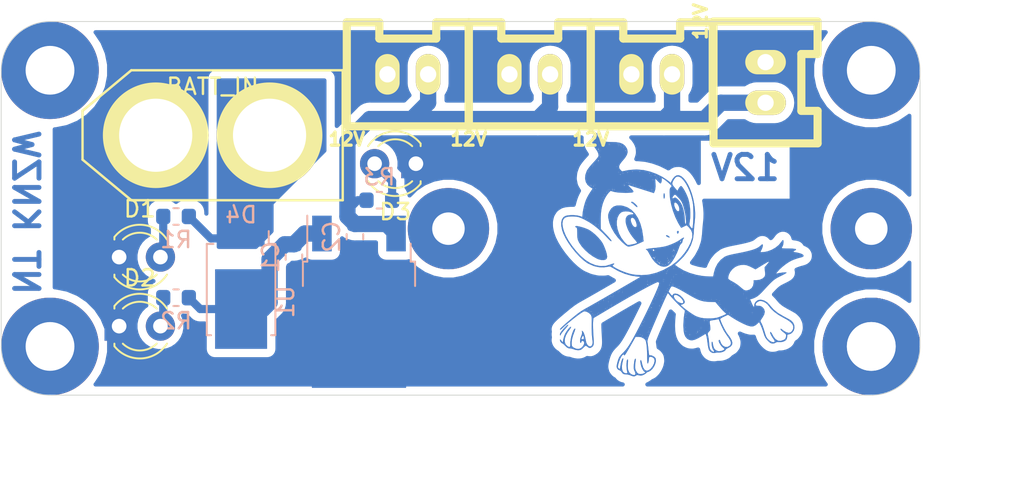
<source format=kicad_pcb>
(kicad_pcb (version 20171130) (host pcbnew "(5.1.2)-1")

  (general
    (thickness 1.6)
    (drawings 13)
    (tracks 46)
    (zones 0)
    (modules 16)
    (nets 8)
  )

  (page A4)
  (layers
    (0 F.Cu signal)
    (31 B.Cu signal)
    (32 B.Adhes user)
    (33 F.Adhes user)
    (34 B.Paste user)
    (35 F.Paste user)
    (36 B.SilkS user)
    (37 F.SilkS user)
    (38 B.Mask user)
    (39 F.Mask user)
    (40 Dwgs.User user)
    (41 Cmts.User user)
    (42 Eco1.User user)
    (43 Eco2.User user)
    (44 Edge.Cuts user)
    (45 Margin user)
    (46 B.CrtYd user)
    (47 F.CrtYd user)
    (48 B.Fab user)
    (49 F.Fab user)
  )

  (setup
    (last_trace_width 0.25)
    (user_trace_width 0.5)
    (user_trace_width 1)
    (trace_clearance 0.2)
    (zone_clearance 0.508)
    (zone_45_only no)
    (trace_min 0.2)
    (via_size 0.8)
    (via_drill 0.4)
    (via_min_size 0.4)
    (via_min_drill 0.3)
    (user_via 5 2)
    (user_via 6 3)
    (uvia_size 0.3)
    (uvia_drill 0.1)
    (uvias_allowed no)
    (uvia_min_size 0.2)
    (uvia_min_drill 0.1)
    (edge_width 0.05)
    (segment_width 0.2)
    (pcb_text_width 0.3)
    (pcb_text_size 1.5 1.5)
    (mod_edge_width 0.12)
    (mod_text_size 1 1)
    (mod_text_width 0.15)
    (pad_size 1.524 1.524)
    (pad_drill 0.762)
    (pad_to_mask_clearance 0.051)
    (solder_mask_min_width 0.25)
    (aux_axis_origin 0 0)
    (visible_elements 7FFFFFFF)
    (pcbplotparams
      (layerselection 0x01000_fffffffe)
      (usegerberextensions false)
      (usegerberattributes false)
      (usegerberadvancedattributes false)
      (creategerberjobfile false)
      (excludeedgelayer true)
      (linewidth 0.100000)
      (plotframeref false)
      (viasonmask false)
      (mode 1)
      (useauxorigin false)
      (hpglpennumber 1)
      (hpglpenspeed 20)
      (hpglpendiameter 15.000000)
      (psnegative false)
      (psa4output false)
      (plotreference true)
      (plotvalue true)
      (plotinvisibletext false)
      (padsonsilk false)
      (subtractmaskfromsilk false)
      (outputformat 1)
      (mirror false)
      (drillshape 0)
      (scaleselection 1)
      (outputdirectory "C:/Users/81906/Desktop/NT-19/分電盤(ステッピング_12V)/分電_12V/加工データ/"))
  )

  (net 0 "")
  (net 1 OK!!)
  (net 2 GNDPWR)
  (net 3 +12V)
  (net 4 "Net-(D1-Pad2)")
  (net 5 "Net-(D2-Pad2)")
  (net 6 "Net-(D3-Pad2)")
  (net 7 +BATT)

  (net_class Default "これはデフォルトのネット クラスです。"
    (clearance 0.2)
    (trace_width 0.25)
    (via_dia 0.8)
    (via_drill 0.4)
    (uvia_dia 0.3)
    (uvia_drill 0.1)
    (add_net +12V)
    (add_net +BATT)
    (add_net GNDPWR)
    (add_net "Net-(D1-Pad2)")
    (add_net "Net-(D2-Pad2)")
    (add_net "Net-(D3-Pad2)")
    (add_net OK!!)
  )

  (module Mizz_lib:Hikozaru_15x15_silk (layer B.Cu) (tedit 5D0F7267) (tstamp 5D0FC857)
    (at 257.35 69.6 180)
    (path /5D100CAA)
    (fp_text reference U2 (at 0 0) (layer B.SilkS) hide
      (effects (font (size 1.524 1.524) (thickness 0.3)) (justify mirror))
    )
    (fp_text value LOGO (at 0.75 0) (layer B.SilkS) hide
      (effects (font (size 1.524 1.524) (thickness 0.3)) (justify mirror))
    )
    (fp_poly (pts (xy 1.108773 3.750292) (xy 1.122175 3.665573) (xy 1.123894 3.615192) (xy 1.116453 3.514652)
      (xy 1.097626 3.454343) (xy 1.086431 3.446608) (xy 1.064088 3.480092) (xy 1.050686 3.56481)
      (xy 1.048967 3.615192) (xy 1.056408 3.715731) (xy 1.075235 3.77604) (xy 1.086431 3.783776)
      (xy 1.108773 3.750292)) (layer B.Cu) (width 0.01))
    (fp_poly (pts (xy 3.104334 3.24518) (xy 3.109439 3.221829) (xy 3.085165 3.185414) (xy 3.077723 3.184366)
      (xy 3.034631 3.16026) (xy 2.959846 3.098763) (xy 2.910996 3.053245) (xy 2.816207 2.965344)
      (xy 2.761895 2.928084) (xy 2.738298 2.936516) (xy 2.734808 2.9639) (xy 2.760474 3.011566)
      (xy 2.825892 3.086574) (xy 2.87325 3.132484) (xy 2.980868 3.218419) (xy 3.060952 3.257141)
      (xy 3.104334 3.24518)) (layer B.Cu) (width 0.01))
    (fp_poly (pts (xy 0.289497 1.43001) (xy 0.299705 1.388347) (xy 0.283615 1.316368) (xy 0.248033 1.292439)
      (xy 0.211992 1.32825) (xy 0.209973 1.33322) (xy 0.188917 1.420106) (xy 0.215828 1.457577)
      (xy 0.24351 1.461062) (xy 0.289497 1.43001)) (layer B.Cu) (width 0.01))
    (fp_poly (pts (xy 0.971666 1.183082) (xy 0.958412 1.145567) (xy 0.894357 1.100038) (xy 0.878621 1.092444)
      (xy 0.793366 1.056773) (xy 0.75635 1.053116) (xy 0.749262 1.072935) (xy 0.778385 1.116254)
      (xy 0.843647 1.164833) (xy 0.911894 1.195439) (xy 0.927212 1.197629) (xy 0.971666 1.183082)) (layer B.Cu) (width 0.01))
    (fp_poly (pts (xy 4.004224 3.020373) (xy 4.189993 2.960217) (xy 4.33621 2.84104) (xy 4.442923 2.674727)
      (xy 4.500813 2.543188) (xy 4.525635 2.436747) (xy 4.524318 2.317147) (xy 4.518244 2.258922)
      (xy 4.451868 1.962649) (xy 4.325485 1.651584) (xy 4.14806 1.340205) (xy 3.928559 1.042989)
      (xy 3.675947 0.774414) (xy 3.510656 0.631805) (xy 3.407279 0.551945) (xy 3.3327 0.509152)
      (xy 3.259945 0.497995) (xy 3.162039 0.513042) (xy 3.051432 0.539336) (xy 2.918146 0.579901)
      (xy 2.754855 0.640965) (xy 2.606427 0.705018) (xy 2.557789 0.727779) (xy 2.747734 0.727779)
      (xy 2.749204 0.722379) (xy 2.809192 0.691804) (xy 2.917257 0.659007) (xy 3.049 0.628927)
      (xy 3.180021 0.606506) (xy 3.28592 0.596684) (xy 3.339758 0.602792) (xy 3.39677 0.647473)
      (xy 3.481243 0.729826) (xy 3.554504 0.809245) (xy 3.728656 1.043599) (xy 3.861253 1.297293)
      (xy 3.951154 1.559324) (xy 3.997215 1.818692) (xy 3.998292 2.064396) (xy 3.953242 2.285432)
      (xy 3.860923 2.470801) (xy 3.740106 2.595362) (xy 3.620862 2.646863) (xy 3.459398 2.66786)
      (xy 3.282173 2.657804) (xy 3.115645 2.616145) (xy 3.097002 2.608732) (xy 2.995575 2.554719)
      (xy 2.965336 2.510638) (xy 3.006131 2.481605) (xy 3.101104 2.472567) (xy 3.263475 2.444446)
      (xy 3.377387 2.363191) (xy 3.442066 2.233463) (xy 3.456735 2.059922) (xy 3.420621 1.847228)
      (xy 3.332947 1.600041) (xy 3.268892 1.463701) (xy 3.170147 1.293131) (xy 3.046848 1.114095)
      (xy 2.926393 0.966167) (xy 2.835247 0.861208) (xy 2.772164 0.776889) (xy 2.747734 0.727779)
      (xy 2.557789 0.727779) (xy 2.350552 0.824757) (xy 2.376007 1.083091) (xy 2.442702 1.52122)
      (xy 2.508658 1.759779) (xy 2.775515 1.759779) (xy 2.798827 1.709236) (xy 2.867926 1.684551)
      (xy 2.949363 1.722554) (xy 3.030327 1.815353) (xy 3.06261 1.871729) (xy 3.124152 2.025607)
      (xy 3.143504 2.150707) (xy 3.122289 2.237061) (xy 3.062131 2.274703) (xy 2.998275 2.266908)
      (xy 2.926679 2.213374) (xy 2.860524 2.113299) (xy 2.807892 1.989279) (xy 2.776862 1.863907)
      (xy 2.775515 1.759779) (xy 2.508658 1.759779) (xy 2.550249 1.910207) (xy 2.6963 2.246784)
      (xy 2.878508 2.527682) (xy 3.094524 2.749632) (xy 3.342002 2.909367) (xy 3.618594 3.003617)
      (xy 3.771243 3.02551) (xy 4.004224 3.020373)) (layer B.Cu) (width 0.01))
    (fp_poly (pts (xy 6.547849 1.741918) (xy 6.546133 1.704774) (xy 6.49402 1.679222) (xy 6.464486 1.662546)
      (xy 6.445504 1.617335) (xy 6.434644 1.529946) (xy 6.429474 1.386736) (xy 6.42846 1.31121)
      (xy 6.42469 1.138125) (xy 6.413769 1.01484) (xy 6.390131 0.916244) (xy 6.348214 0.817226)
      (xy 6.297538 0.720389) (xy 6.150027 0.502261) (xy 5.948892 0.28056) (xy 5.712872 0.071129)
      (xy 5.460711 -0.110192) (xy 5.211149 -0.24756) (xy 5.098761 -0.292895) (xy 4.940792 -0.328986)
      (xy 4.790694 -0.33118) (xy 4.677718 -0.299051) (xy 4.677706 -0.299044) (xy 4.613934 -0.23217)
      (xy 4.59216 -0.125455) (xy 4.612212 0.028865) (xy 4.666178 0.215776) (xy 4.727597 0.384084)
      (xy 4.797202 0.552742) (xy 4.86049 0.686727) (xy 4.863664 0.692701) (xy 4.974171 0.85893)
      (xy 5.130679 1.042596) (xy 5.313738 1.224669) (xy 5.503896 1.386119) (xy 5.681702 1.507915)
      (xy 5.716613 1.527177) (xy 5.872953 1.597609) (xy 6.057021 1.663745) (xy 6.243084 1.717836)
      (xy 6.405413 1.752135) (xy 6.490487 1.760213) (xy 6.547849 1.741918)) (layer B.Cu) (width 0.01))
    (fp_poly (pts (xy -0.066491 1.030268) (xy 0.018963 0.978179) (xy 0.076748 0.935135) (xy 0.231906 0.83229)
      (xy 0.435999 0.725291) (xy 0.664607 0.625251) (xy 0.893312 0.543288) (xy 1.011504 0.509634)
      (xy 1.14738 0.481731) (xy 1.332693 0.452277) (xy 1.542137 0.424945) (xy 1.732669 0.404986)
      (xy 1.91173 0.386502) (xy 2.060201 0.366843) (xy 2.1641 0.348184) (xy 2.209438 0.332699)
      (xy 2.210324 0.330726) (xy 2.180601 0.301723) (xy 2.163495 0.299489) (xy 2.125852 0.268007)
      (xy 2.06839 0.184804) (xy 2.002207 0.066408) (xy 1.987923 0.037981) (xy 1.832006 -0.232392)
      (xy 1.659768 -0.449353) (xy 1.477074 -0.609412) (xy 1.289789 -0.70908) (xy 1.103775 -0.744865)
      (xy 0.924899 -0.713277) (xy 0.819156 -0.657654) (xy 0.769246 -0.611898) (xy 0.986529 -0.611898)
      (xy 0.991671 -0.634169) (xy 1.011504 -0.636873) (xy 1.042341 -0.623166) (xy 1.03648 -0.611898)
      (xy 1.136381 -0.611898) (xy 1.141524 -0.634169) (xy 1.161357 -0.636873) (xy 1.192193 -0.623166)
      (xy 1.186332 -0.611898) (xy 1.141872 -0.607414) (xy 1.136381 -0.611898) (xy 1.03648 -0.611898)
      (xy 0.99202 -0.607414) (xy 0.986529 -0.611898) (xy 0.769246 -0.611898) (xy 0.755624 -0.59941)
      (xy 1.323817 -0.59941) (xy 1.355697 -0.574972) (xy 1.404867 -0.524484) (xy 1.443081 -0.470685)
      (xy 1.438417 -0.449557) (xy 1.394008 -0.477825) (xy 1.357367 -0.524484) (xy 1.326339 -0.581727)
      (xy 1.323817 -0.59941) (xy 0.755624 -0.59941) (xy 0.691857 -0.540952) (xy 0.565089 -0.374631)
      (xy 0.722911 -0.374631) (xy 0.731573 -0.401569) (xy 0.770296 -0.466542) (xy 0.771439 -0.468289)
      (xy 0.825119 -0.535102) (xy 0.865713 -0.561947) (xy 0.866578 -0.543215) (xy 1.19882 -0.543215)
      (xy 1.217551 -0.561947) (xy 1.236283 -0.543215) (xy 1.217551 -0.524484) (xy 1.19882 -0.543215)
      (xy 0.866578 -0.543215) (xy 0.866819 -0.538023) (xy 0.826555 -0.479329) (xy 0.817185 -0.468289)
      (xy 0.782584 -0.430826) (xy 0.861652 -0.430826) (xy 0.880383 -0.449557) (xy 0.899115 -0.430826)
      (xy 1.311209 -0.430826) (xy 1.329941 -0.449557) (xy 1.348672 -0.430826) (xy 1.329941 -0.412094)
      (xy 1.311209 -0.430826) (xy 0.899115 -0.430826) (xy 0.880383 -0.412094) (xy 0.861652 -0.430826)
      (xy 0.782584 -0.430826) (xy 0.758348 -0.404586) (xy 0.7362 -0.38537) (xy 1.467101 -0.38537)
      (xy 1.476216 -0.406306) (xy 1.513937 -0.446524) (xy 1.535623 -0.438274) (xy 1.535988 -0.433037)
      (xy 1.509379 -0.40135) (xy 1.492737 -0.389785) (xy 1.467101 -0.38537) (xy 0.7362 -0.38537)
      (xy 0.724142 -0.374909) (xy 0.722911 -0.374631) (xy 0.565089 -0.374631) (xy 0.557201 -0.364282)
      (xy 0.525874 -0.312193) (xy 0.649361 -0.312193) (xy 0.654503 -0.334464) (xy 0.674336 -0.337168)
      (xy 0.705173 -0.323461) (xy 0.699312 -0.312193) (xy 0.681971 -0.310444) (xy 0.792764 -0.310444)
      (xy 0.80188 -0.33138) (xy 0.839601 -0.371598) (xy 0.861287 -0.363348) (xy 0.861652 -0.358111)
      (xy 0.835042 -0.326424) (xy 0.823548 -0.318436) (xy 1.461062 -0.318436) (xy 1.479793 -0.337168)
      (xy 1.498525 -0.318436) (xy 1.479793 -0.299705) (xy 1.461062 -0.318436) (xy 0.823548 -0.318436)
      (xy 0.8184 -0.314859) (xy 0.792764 -0.310444) (xy 0.681971 -0.310444) (xy 0.654852 -0.307709)
      (xy 0.649361 -0.312193) (xy 0.525874 -0.312193) (xy 0.504445 -0.276562) (xy 1.648377 -0.276562)
      (xy 1.666512 -0.280327) (xy 1.703381 -0.241305) (xy 1.746314 -0.170429) (xy 1.758384 -0.131121)
      (xy 1.740249 -0.127356) (xy 1.703381 -0.166378) (xy 1.660448 -0.237254) (xy 1.648377 -0.276562)
      (xy 0.504445 -0.276562) (xy 0.462036 -0.206047) (xy 0.59941 -0.206047) (xy 0.618141 -0.224779)
      (xy 0.861652 -0.224779) (xy 0.875359 -0.255615) (xy 0.886627 -0.249754) (xy 0.891111 -0.205294)
      (xy 0.886627 -0.199803) (xy 0.864355 -0.204946) (xy 0.861652 -0.224779) (xy 0.618141 -0.224779)
      (xy 0.636873 -0.206047) (xy 0.618141 -0.187316) (xy 0.59941 -0.206047) (xy 0.462036 -0.206047)
      (xy 0.42295 -0.141058) (xy 0.373869 -0.041261) (xy 0.497633 -0.041261) (xy 0.505494 -0.0788)
      (xy 0.508161 -0.085908) (xy 0.537839 -0.131783) (xy 0.554712 -0.132112) (xy 0.554607 -0.131121)
      (xy 1.610914 -0.131121) (xy 1.629646 -0.149852) (xy 1.648377 -0.131121) (xy 1.629646 -0.112389)
      (xy 1.610914 -0.131121) (xy 0.554607 -0.131121) (xy 0.550509 -0.092481) (xy 0.529132 -0.064936)
      (xy 0.497633 -0.041261) (xy 0.373869 -0.041261) (xy 0.362789 -0.018731) (xy 0.561947 -0.018731)
      (xy 0.580678 -0.037463) (xy 0.59941 -0.018731) (xy 0.580678 0) (xy 0.561947 -0.018731)
      (xy 0.362789 -0.018731) (xy 0.344363 0.018732) (xy 0.449557 0.018732) (xy 0.468289 0)
      (xy 0.487021 0.018732) (xy 0.468289 0.037463) (xy 0.449557 0.018732) (xy 0.344363 0.018732)
      (xy 0.296868 0.115302) (xy 0.290557 0.131121) (xy 0.412094 0.131121) (xy 0.430826 0.11239)
      (xy 0.449557 0.131121) (xy 0.430826 0.149853) (xy 0.412094 0.131121) (xy 0.290557 0.131121)
      (xy 0.260663 0.206047) (xy 0.450705 0.206047) (xy 0.466164 0.199346) (xy 0.471659 0.206047)
      (xy 0.561947 0.206047) (xy 0.580678 0.187316) (xy 0.59941 0.206047) (xy 0.580678 0.224779)
      (xy 0.561947 0.206047) (xy 0.471659 0.206047) (xy 0.487021 0.224779) (xy 0.49881 0.250179)
      (xy 1.688818 0.250179) (xy 1.711379 0.211728) (xy 1.747133 0.215299) (xy 1.784086 0.260669)
      (xy 1.797656 0.309071) (xy 1.767755 0.334016) (xy 1.742035 0.337168) (xy 1.694837 0.309399)
      (xy 1.688818 0.250179) (xy 0.49881 0.250179) (xy 0.518721 0.293075) (xy 0.523336 0.318437)
      (xy 0.507877 0.325138) (xy 0.487021 0.299705) (xy 0.45532 0.231409) (xy 0.450705 0.206047)
      (xy 0.260663 0.206047) (xy 0.186716 0.391384) (xy 0.151287 0.496674) (xy 0.104391 0.598022)
      (xy 0.045977 0.66841) (xy 0.034463 0.675942) (xy -0.024295 0.745424) (xy -0.037463 0.813191)
      (xy -0.039722 0.823145) (xy 0.046571 0.823145) (xy 0.059302 0.781698) (xy 0.088031 0.753332)
      (xy 0.104419 0.781547) (xy 0.1047 0.840032) (xy 0.09756 0.851506) (xy 0.061531 0.860235)
      (xy 0.046571 0.823145) (xy -0.039722 0.823145) (xy -0.060827 0.916102) (xy -0.099464 0.980457)
      (xy -0.136649 1.034222) (xy -0.12201 1.049887) (xy -0.066491 1.030268)) (layer B.Cu) (width 0.01))
    (fp_poly (pts (xy 7.024403 -4.325307) (xy 7.095332 -4.380601) (xy 7.185342 -4.468453) (xy 7.28198 -4.574813)
      (xy 7.372793 -4.685632) (xy 7.445328 -4.786862) (xy 7.487132 -4.864454) (xy 7.492625 -4.88928)
      (xy 7.485131 -4.967214) (xy 7.464878 -4.972384) (xy 7.435793 -4.905659) (xy 7.399888 -4.844223)
      (xy 7.325211 -4.746796) (xy 7.225495 -4.630838) (xy 7.184521 -4.586216) (xy 7.086757 -4.475826)
      (xy 7.016671 -4.385171) (xy 6.984392 -4.327937) (xy 6.985008 -4.316619) (xy 7.024403 -4.325307)) (layer B.Cu) (width 0.01))
    (fp_poly (pts (xy 5.297401 7.459294) (xy 5.35987 7.415818) (xy 5.475372 7.292052) (xy 5.528832 7.135285)
      (xy 5.520523 6.954117) (xy 5.450719 6.757146) (xy 5.332912 6.57001) (xy 5.197489 6.368263)
      (xy 5.126749 6.202226) (xy 5.120181 6.070679) (xy 5.121383 6.065564) (xy 5.155511 6.003428)
      (xy 5.231204 5.902861) (xy 5.336914 5.77828) (xy 5.448751 5.656932) (xy 5.580246 5.512108)
      (xy 5.699879 5.36689) (xy 5.79274 5.240139) (xy 5.837665 5.164858) (xy 5.92468 4.920515)
      (xy 5.946462 4.689681) (xy 5.904599 4.480647) (xy 5.800681 4.301705) (xy 5.646592 4.167555)
      (xy 5.481558 4.062894) (xy 5.64308 3.822451) (xy 5.739711 3.665222) (xy 5.832653 3.491934)
      (xy 5.896388 3.352732) (xy 5.955544 3.182507) (xy 6.011827 2.981619) (xy 6.059537 2.774919)
      (xy 6.092975 2.58726) (xy 6.106441 2.443493) (xy 6.10649 2.436683) (xy 6.110508 2.35702)
      (xy 6.120204 2.322741) (xy 6.120511 2.322714) (xy 6.161074 2.334054) (xy 6.247255 2.362696)
      (xy 6.293805 2.378909) (xy 6.440473 2.411751) (xy 6.629641 2.428552) (xy 6.832108 2.429173)
      (xy 7.018675 2.413475) (xy 7.155457 2.383014) (xy 7.283225 2.300668) (xy 7.368628 2.164652)
      (xy 7.410698 1.983748) (xy 7.408465 1.766737) (xy 7.36096 1.522404) (xy 7.276926 1.28219)
      (xy 7.140933 1.005311) (xy 6.964415 0.715044) (xy 6.757965 0.424044) (xy 6.532173 0.144967)
      (xy 6.29763 -0.109531) (xy 6.064929 -0.326794) (xy 5.84466 -0.494164) (xy 5.736789 -0.558205)
      (xy 5.400372 -0.702822) (xy 5.076042 -0.775665) (xy 4.757887 -0.777695) (xy 4.574464 -0.746944)
      (xy 4.461775 -0.727703) (xy 4.379282 -0.739938) (xy 4.286302 -0.790832) (xy 4.271731 -0.800392)
      (xy 3.910701 -1.007004) (xy 3.521298 -1.17226) (xy 3.126471 -1.287695) (xy 2.809734 -1.339738)
      (xy 2.528761 -1.367404) (xy 3.858702 -2.140411) (xy 4.169399 -2.3207) (xy 4.479752 -2.500237)
      (xy 4.779278 -2.672996) (xy 5.057488 -2.832948) (xy 5.303897 -2.974067) (xy 5.50802 -3.090325)
      (xy 5.65937 -3.175695) (xy 5.675664 -3.184791) (xy 5.863961 -3.289953) (xy 6.014156 -3.375618)
      (xy 6.139063 -3.450797) (xy 6.251498 -3.524505) (xy 6.364274 -3.605755) (xy 6.490206 -3.70356)
      (xy 6.64211 -3.826935) (xy 6.832799 -3.984891) (xy 6.940044 -4.074122) (xy 7.118936 -4.22619)
      (xy 7.271878 -4.362433) (xy 7.390627 -4.475045) (xy 7.46694 -4.556223) (xy 7.492625 -4.597298)
      (xy 7.478877 -4.622632) (xy 7.432142 -4.598834) (xy 7.352139 -4.529382) (xy 7.165567 -4.360265)
      (xy 6.965467 -4.187841) (xy 6.761243 -4.019318) (xy 6.562299 -3.861908) (xy 6.37804 -3.722823)
      (xy 6.217871 -3.609272) (xy 6.091197 -3.528466) (xy 6.007423 -3.487617) (xy 5.988776 -3.484071)
      (xy 5.847684 -3.513673) (xy 5.706846 -3.589406) (xy 5.602459 -3.691657) (xy 5.600636 -3.694372)
      (xy 5.572006 -3.745394) (xy 5.552694 -3.805947) (xy 5.541363 -3.890077) (xy 5.536676 -4.011832)
      (xy 5.537298 -4.185259) (xy 5.539921 -4.332573) (xy 5.540769 -4.555432) (xy 5.535209 -4.780736)
      (xy 5.52424 -4.98355) (xy 5.508862 -5.138938) (xy 5.507122 -5.150897) (xy 5.485865 -5.319973)
      (xy 5.483343 -5.4374) (xy 5.49963 -5.524092) (xy 5.50853 -5.548044) (xy 5.570205 -5.63394)
      (xy 5.648729 -5.657288) (xy 5.732809 -5.624978) (xy 5.811149 -5.5439) (xy 5.872454 -5.420947)
      (xy 5.899869 -5.309295) (xy 5.925902 -5.174233) (xy 6.019925 -5.174233) (xy 6.051137 -5.203957)
      (xy 6.094246 -5.207375) (xy 6.161571 -5.201154) (xy 6.181416 -5.190406) (xy 6.165255 -5.135302)
      (xy 6.128496 -5.061298) (xy 6.088723 -5.000407) (xy 6.067265 -4.982596) (xy 6.043409 -5.015103)
      (xy 6.023801 -5.093443) (xy 6.023572 -5.094985) (xy 6.019925 -5.174233) (xy 5.925902 -5.174233)
      (xy 5.937613 -5.113476) (xy 5.985261 -4.938742) (xy 6.037216 -4.80223) (xy 6.087885 -4.721077)
      (xy 6.093594 -4.715889) (xy 6.136705 -4.686649) (xy 6.143119 -4.712034) (xy 6.132289 -4.760936)
      (xy 6.136772 -4.885136) (xy 6.18227 -5.003002) (xy 6.223196 -5.110023) (xy 6.24842 -5.227815)
      (xy 6.25611 -5.334903) (xy 6.244433 -5.409808) (xy 6.218879 -5.432153) (xy 6.185277 -5.40197)
      (xy 6.181416 -5.37817) (xy 6.155034 -5.310834) (xy 6.09316 -5.297573) (xy 6.048654 -5.321126)
      (xy 6.002329 -5.401214) (xy 6.009907 -5.503186) (xy 6.060742 -5.610885) (xy 6.144187 -5.708154)
      (xy 6.249594 -5.778835) (xy 6.366316 -5.806773) (xy 6.368689 -5.806785) (xy 6.512766 -5.785482)
      (xy 6.642994 -5.72974) (xy 6.736536 -5.651806) (xy 6.767398 -5.592945) (xy 6.780328 -5.438134)
      (xy 6.758157 -5.240621) (xy 6.704556 -5.021819) (xy 6.637721 -4.836743) (xy 6.588653 -4.708383)
      (xy 6.559471 -4.608256) (xy 6.555186 -4.554372) (xy 6.558076 -4.550516) (xy 6.599024 -4.563193)
      (xy 6.648213 -4.635) (xy 6.700846 -4.751286) (xy 6.752126 -4.897397) (xy 6.797256 -5.05868)
      (xy 6.831441 -5.220483) (xy 6.849882 -5.368154) (xy 6.851304 -5.446231) (xy 6.852841 -5.591863)
      (xy 6.876007 -5.67042) (xy 6.926444 -5.688028) (xy 7.009794 -5.650816) (xy 7.028666 -5.638809)
      (xy 7.144788 -5.522331) (xy 7.200491 -5.369663) (xy 7.196607 -5.187772) (xy 7.133969 -4.983621)
      (xy 7.013407 -4.764177) (xy 6.906967 -4.619827) (xy 6.842774 -4.529828) (xy 6.811684 -4.4636)
      (xy 6.814959 -4.441438) (xy 6.858031 -4.455058) (xy 6.92644 -4.518377) (xy 7.008065 -4.6162)
      (xy 7.090787 -4.733335) (xy 7.162486 -4.854588) (xy 7.190518 -4.912245) (xy 7.243094 -5.054742)
      (xy 7.283469 -5.204948) (xy 7.290721 -5.243572) (xy 7.316968 -5.407708) (xy 7.40461 -5.298176)
      (xy 7.46139 -5.231511) (xy 7.486426 -5.220694) (xy 7.492403 -5.261239) (xy 7.492439 -5.267129)
      (xy 7.468092 -5.343901) (xy 7.411221 -5.420545) (xy 7.346557 -5.466428) (xy 7.328956 -5.469616)
      (xy 7.290448 -5.494645) (xy 7.219445 -5.559111) (xy 7.159757 -5.619469) (xy 7.059249 -5.713136)
      (xy 6.973651 -5.758329) (xy 6.884567 -5.769321) (xy 6.758479 -5.785969) (xy 6.644621 -5.825285)
      (xy 6.536901 -5.861362) (xy 6.404581 -5.880542) (xy 6.37369 -5.88148) (xy 6.268621 -5.873761)
      (xy 6.18646 -5.8408) (xy 6.097649 -5.768432) (xy 6.058979 -5.730626) (xy 5.972488 -5.64652)
      (xy 5.919219 -5.608843) (xy 5.879693 -5.61077) (xy 5.834428 -5.645472) (xy 5.829242 -5.650117)
      (xy 5.720862 -5.728019) (xy 5.62941 -5.741824) (xy 5.535943 -5.693216) (xy 5.517314 -5.677858)
      (xy 5.479376 -5.64337) (xy 5.451245 -5.607207) (xy 5.432194 -5.559147) (xy 5.4215 -5.488967)
      (xy 5.418436 -5.386443) (xy 5.422276 -5.241353) (xy 5.432297 -5.043474) (xy 5.447771 -4.782582)
      (xy 5.450545 -4.736935) (xy 5.459989 -4.535204) (xy 5.463923 -4.343999) (xy 5.462225 -4.18445)
      (xy 5.454772 -4.077691) (xy 5.454388 -4.075052) (xy 5.428488 -3.90234) (xy 5.197625 -3.765044)
      (xy 5.39469 -3.765044) (xy 5.413422 -3.783776) (xy 5.432153 -3.765044) (xy 5.413422 -3.746313)
      (xy 5.39469 -3.765044) (xy 5.197625 -3.765044) (xy 5.071637 -3.690118) (xy 5.319764 -3.690118)
      (xy 5.338495 -3.708849) (xy 5.357227 -3.690118) (xy 5.432153 -3.690118) (xy 5.450885 -3.708849)
      (xy 5.469616 -3.690118) (xy 5.450885 -3.671386) (xy 5.432153 -3.690118) (xy 5.357227 -3.690118)
      (xy 5.338495 -3.671386) (xy 5.319764 -3.690118) (xy 5.071637 -3.690118) (xy 4.945648 -3.615192)
      (xy 5.169911 -3.615192) (xy 5.188643 -3.633923) (xy 5.207375 -3.615192) (xy 5.469616 -3.615192)
      (xy 5.488348 -3.633923) (xy 5.50708 -3.615192) (xy 5.488348 -3.59646) (xy 5.469616 -3.615192)
      (xy 5.207375 -3.615192) (xy 5.188643 -3.59646) (xy 5.169911 -3.615192) (xy 4.945648 -3.615192)
      (xy 4.882652 -3.577728) (xy 5.094985 -3.577728) (xy 5.113717 -3.59646) (xy 5.132448 -3.577728)
      (xy 5.113717 -3.558997) (xy 5.094985 -3.577728) (xy 4.882652 -3.577728) (xy 4.746165 -3.496558)
      (xy 5.55703 -3.496558) (xy 5.562173 -3.51883) (xy 5.582006 -3.521534) (xy 5.612842 -3.507827)
      (xy 5.606981 -3.496558) (xy 5.562521 -3.492075) (xy 5.55703 -3.496558) (xy 4.746165 -3.496558)
      (xy 4.693671 -3.465339) (xy 5.656932 -3.465339) (xy 5.675664 -3.484071) (xy 5.694395 -3.465339)
      (xy 5.675664 -3.446608) (xy 5.656932 -3.465339) (xy 4.693671 -3.465339) (xy 4.567682 -3.390413)
      (xy 5.769321 -3.390413) (xy 5.788053 -3.409144) (xy 5.806785 -3.390413) (xy 5.788053 -3.371681)
      (xy 5.769321 -3.390413) (xy 4.567682 -3.390413) (xy 4.441693 -3.315487) (xy 4.682891 -3.315487)
      (xy 4.701622 -3.334218) (xy 4.720354 -3.315487) (xy 4.701622 -3.296755) (xy 4.682891 -3.315487)
      (xy 4.441693 -3.315487) (xy 4.390719 -3.285173) (xy 4.378613 -3.278023) (xy 4.570501 -3.278023)
      (xy 4.589233 -3.296755) (xy 4.607964 -3.278023) (xy 4.589233 -3.259292) (xy 4.570501 -3.278023)
      (xy 4.378613 -3.278023) (xy 4.124887 -3.128171) (xy 4.383186 -3.128171) (xy 4.401917 -3.146903)
      (xy 4.420649 -3.128171) (xy 4.401917 -3.109439) (xy 4.383186 -3.128171) (xy 4.124887 -3.128171)
      (xy 4.050883 -3.084464) (xy 4.283284 -3.084464) (xy 4.288427 -3.106736) (xy 4.308259 -3.109439)
      (xy 4.339096 -3.095732) (xy 4.333235 -3.084464) (xy 4.288775 -3.07998) (xy 4.283284 -3.084464)
      (xy 4.050883 -3.084464) (xy 3.982011 -3.043788) (xy 3.93393 -3.015782) (xy 5.094985 -3.015782)
      (xy 5.113717 -3.034513) (xy 5.132448 -3.015782) (xy 5.113717 -2.99705) (xy 5.094985 -3.015782)
      (xy 3.93393 -3.015782) (xy 3.740974 -2.903392) (xy 4.495575 -2.903392) (xy 4.514307 -2.922124)
      (xy 4.533038 -2.903392) (xy 4.514307 -2.884661) (xy 4.495575 -2.903392) (xy 3.740974 -2.903392)
      (xy 3.612338 -2.828466) (xy 4.79528 -2.828466) (xy 4.814012 -2.847198) (xy 4.832743 -2.828466)
      (xy 4.814012 -2.809734) (xy 4.79528 -2.828466) (xy 3.612338 -2.828466) (xy 3.585447 -2.812803)
      (xy 3.351751 -2.678613) (xy 4.495575 -2.678613) (xy 4.514307 -2.697345) (xy 4.533038 -2.678613)
      (xy 4.514307 -2.659882) (xy 4.495575 -2.678613) (xy 3.351751 -2.678613) (xy 3.221264 -2.603687)
      (xy 4.270796 -2.603687) (xy 4.289528 -2.622419) (xy 4.308259 -2.603687) (xy 4.420649 -2.603687)
      (xy 4.43938 -2.622419) (xy 4.458112 -2.603687) (xy 4.43938 -2.584956) (xy 4.420649 -2.603687)
      (xy 4.308259 -2.603687) (xy 4.289528 -2.584956) (xy 4.270796 -2.603687) (xy 3.221264 -2.603687)
      (xy 3.206427 -2.595168) (xy 3.155238 -2.566224) (xy 4.345723 -2.566224) (xy 4.364454 -2.584956)
      (xy 4.383186 -2.566224) (xy 4.364454 -2.547492) (xy 4.345723 -2.566224) (xy 3.155238 -2.566224)
      (xy 3.088982 -2.528761) (xy 4.19587 -2.528761) (xy 4.214602 -2.547492) (xy 4.233333 -2.528761)
      (xy 4.214602 -2.510029) (xy 4.19587 -2.528761) (xy 3.088982 -2.528761) (xy 2.85035 -2.393832)
      (xy 2.688632 -2.303982) (xy 3.633923 -2.303982) (xy 3.652655 -2.322714) (xy 3.671386 -2.303982)
      (xy 3.896165 -2.303982) (xy 3.914897 -2.322714) (xy 3.933628 -2.303982) (xy 3.914897 -2.285251)
      (xy 3.896165 -2.303982) (xy 3.671386 -2.303982) (xy 3.652655 -2.285251) (xy 3.633923 -2.303982)
      (xy 2.688632 -2.303982) (xy 2.621203 -2.266519) (xy 3.821239 -2.266519) (xy 3.83997 -2.285251)
      (xy 3.858702 -2.266519) (xy 3.83997 -2.247787) (xy 3.821239 -2.266519) (xy 2.621203 -2.266519)
      (xy 2.522616 -2.211745) (xy 2.228623 -2.051856) (xy 1.973772 -1.917114) (xy 1.763461 -1.810469)
      (xy 1.760279 -1.808969) (xy 2.066511 -1.808969) (xy 2.075626 -1.829905) (xy 2.113347 -1.870123)
      (xy 2.135033 -1.861873) (xy 2.135398 -1.856636) (xy 2.108789 -1.824949) (xy 2.092147 -1.813384)
      (xy 2.066511 -1.808969) (xy 1.760279 -1.808969) (xy 1.618288 -1.742035) (xy 1.910619 -1.742035)
      (xy 1.929351 -1.760767) (xy 1.948082 -1.742035) (xy 1.929351 -1.723304) (xy 1.910619 -1.742035)
      (xy 1.618288 -1.742035) (xy 1.60309 -1.734871) (xy 1.498058 -1.693268) (xy 1.462956 -1.685841)
      (xy 1.417021 -1.714897) (xy 1.391317 -1.751401) (xy 1.395595 -1.807648) (xy 1.432384 -1.925163)
      (xy 1.499411 -2.098854) (xy 1.5944 -2.323627) (xy 1.715074 -2.594389) (xy 1.85916 -2.906048)
      (xy 2.024382 -3.253512) (xy 2.208463 -3.631686) (xy 2.40913 -4.03548) (xy 2.433244 -4.083481)
      (xy 2.639817 -4.490599) (xy 2.819442 -4.836032) (xy 2.976058 -5.126355) (xy 3.113604 -5.368146)
      (xy 3.23602 -5.567983) (xy 3.347245 -5.732442) (xy 3.451219 -5.8681) (xy 3.551881 -5.981534)
      (xy 3.597748 -6.027664) (xy 3.724444 -6.155359) (xy 3.809098 -6.257061) (xy 3.866659 -6.35542)
      (xy 3.912077 -6.473083) (xy 3.930578 -6.531896) (xy 3.970071 -6.676203) (xy 3.998122 -6.805866)
      (xy 4.008554 -6.891355) (xy 3.980439 -6.995891) (xy 3.911054 -7.080812) (xy 3.82284 -7.119219)
      (xy 3.818289 -7.119437) (xy 3.765127 -7.149633) (xy 3.701662 -7.222362) (xy 3.689139 -7.241192)
      (xy 3.629945 -7.318446) (xy 3.561524 -7.354297) (xy 3.451975 -7.364971) (xy 3.445521 -7.36512)
      (xy 3.309844 -7.381962) (xy 3.182919 -7.419225) (xy 3.158021 -7.430681) (xy 3.016556 -7.482294)
      (xy 2.895752 -7.485977) (xy 2.814102 -7.441694) (xy 2.765503 -7.41131) (xy 2.683957 -7.415723)
      (xy 2.63118 -7.428305) (xy 2.52764 -7.446266) (xy 2.435888 -7.431214) (xy 2.331694 -7.384817)
      (xy 2.238405 -7.330752) (xy 2.181284 -7.285171) (xy 2.172861 -7.270062) (xy 2.140681 -7.238915)
      (xy 2.066143 -7.212897) (xy 1.932694 -7.149492) (xy 1.80811 -7.031099) (xy 1.70294 -6.876918)
      (xy 1.627734 -6.70615) (xy 1.596019 -6.552428) (xy 1.672583 -6.552428) (xy 1.709268 -6.704515)
      (xy 1.786314 -6.862418) (xy 1.894926 -7.005298) (xy 1.951969 -7.05932) (xy 2.081553 -7.136412)
      (xy 2.197865 -7.141225) (xy 2.298193 -7.07566) (xy 2.379831 -6.941617) (xy 2.440068 -6.740996)
      (xy 2.445627 -6.713082) (xy 2.476512 -6.580306) (xy 2.506188 -6.502094) (xy 2.530445 -6.48367)
      (xy 2.545074 -6.530253) (xy 2.547492 -6.586711) (xy 2.529642 -6.73677) (xy 2.483015 -6.901449)
      (xy 2.418001 -7.05219) (xy 2.344988 -7.160439) (xy 2.335269 -7.17007) (xy 2.238199 -7.260079)
      (xy 2.322635 -7.305267) (xy 2.419923 -7.338062) (xy 2.536718 -7.354127) (xy 2.538462 -7.35418)
      (xy 2.646857 -7.340483) (xy 2.730566 -7.279808) (xy 2.758372 -7.247315) (xy 2.839761 -7.108375)
      (xy 2.875333 -6.943592) (xy 2.86777 -6.736758) (xy 2.856216 -6.656207) (xy 2.838713 -6.533337)
      (xy 2.830796 -6.443445) (xy 2.833403 -6.408692) (xy 2.86761 -6.407559) (xy 2.899297 -6.475009)
      (xy 2.926419 -6.604701) (xy 2.943587 -6.750465) (xy 2.954523 -6.907979) (xy 2.951085 -7.017101)
      (xy 2.930267 -7.103499) (xy 2.892585 -7.186127) (xy 2.848952 -7.308567) (xy 2.862367 -7.387369)
      (xy 2.926033 -7.418108) (xy 3.033153 -7.396359) (xy 3.135633 -7.344341) (xy 3.243391 -7.238411)
      (xy 3.306717 -7.077662) (xy 3.326348 -6.859459) (xy 3.317149 -6.696665) (xy 3.307951 -6.550048)
      (xy 3.314504 -6.464025) (xy 3.329654 -6.443658) (xy 3.363593 -6.477905) (xy 3.387154 -6.569099)
      (xy 3.399851 -6.699915) (xy 3.401202 -6.85303) (xy 3.390723 -7.011119) (xy 3.36793 -7.156859)
      (xy 3.351357 -7.221018) (xy 3.342353 -7.279645) (xy 3.37748 -7.302191) (xy 3.441375 -7.30531)
      (xy 3.553929 -7.272592) (xy 3.633629 -7.180541) (xy 3.678015 -7.038308) (xy 3.684623 -6.855047)
      (xy 3.65099 -6.63991) (xy 3.635958 -6.582047) (xy 3.611468 -6.474712) (xy 3.604548 -6.399367)
      (xy 3.60953 -6.380637) (xy 3.638478 -6.391455) (xy 3.674915 -6.459041) (xy 3.712865 -6.566457)
      (xy 3.746353 -6.696763) (xy 3.769404 -6.833022) (xy 3.76955 -6.834257) (xy 3.788528 -6.963575)
      (xy 3.811042 -7.02715) (xy 3.843722 -7.034099) (xy 3.888672 -6.998112) (xy 3.921001 -6.950362)
      (xy 3.930024 -6.88389) (xy 3.914583 -6.78307) (xy 3.87352 -6.632279) (xy 3.857726 -6.58044)
      (xy 3.80218 -6.429982) (xy 3.737818 -6.299948) (xy 3.672596 -6.201414) (xy 3.614472 -6.145457)
      (xy 3.571402 -6.14315) (xy 3.558541 -6.163984) (xy 3.537505 -6.200401) (xy 3.506765 -6.184404)
      (xy 3.459666 -6.121806) (xy 3.414066 -6.050132) (xy 3.340765 -5.928311) (xy 3.248741 -5.771529)
      (xy 3.146971 -5.594974) (xy 3.112901 -5.535177) (xy 2.841581 -5.057522) (xy 2.66577 -5.057522)
      (xy 2.489684 -5.081995) (xy 2.354237 -5.149748) (xy 2.278907 -5.207928) (xy 2.231793 -5.271178)
      (xy 2.200374 -5.363391) (xy 2.175019 -5.491746) (xy 2.157819 -5.63004) (xy 2.143831 -5.817757)
      (xy 2.134568 -6.02941) (xy 2.131523 -6.223709) (xy 2.129276 -6.403911) (xy 2.123131 -6.553487)
      (xy 2.113982 -6.658458) (xy 2.102723 -6.704845) (xy 2.10068 -6.7059) (xy 2.073187 -6.672555)
      (xy 2.047191 -6.588732) (xy 2.028595 -6.478753) (xy 2.023009 -6.385902) (xy 2.005026 -6.3122)
      (xy 1.97618 -6.283927) (xy 1.883629 -6.284837) (xy 1.780518 -6.328263) (xy 1.701663 -6.397095)
      (xy 1.685055 -6.426993) (xy 1.672583 -6.552428) (xy 1.596019 -6.552428) (xy 1.59304 -6.537993)
      (xy 1.609409 -6.391648) (xy 1.611609 -6.385635) (xy 1.67063 -6.308105) (xy 1.768686 -6.241737)
      (xy 1.876209 -6.201946) (xy 1.961444 -6.20327) (xy 1.992657 -6.199949) (xy 2.014661 -6.153152)
      (xy 2.031614 -6.050464) (xy 2.040008 -5.968754) (xy 2.058585 -5.793056) (xy 2.08187 -5.60724)
      (xy 2.098452 -5.492915) (xy 2.11011 -5.412994) (xy 2.114362 -5.344386) (xy 2.107825 -5.274347)
      (xy 2.087117 -5.190131) (xy 2.06081 -5.113717) (xy 2.172861 -5.113717) (xy 2.191593 -5.132448)
      (xy 2.210324 -5.113717) (xy 2.191593 -5.094985) (xy 2.172861 -5.113717) (xy 2.06081 -5.113717)
      (xy 2.048855 -5.078995) (xy 2.003661 -4.963864) (xy 2.39764 -4.963864) (xy 2.416372 -4.982596)
      (xy 2.435103 -4.963864) (xy 2.416372 -4.945133) (xy 2.39764 -4.963864) (xy 2.003661 -4.963864)
      (xy 1.989657 -4.928192) (xy 1.988921 -4.926401) (xy 2.547492 -4.926401) (xy 2.566224 -4.945133)
      (xy 2.584956 -4.926401) (xy 2.566224 -4.907669) (xy 2.547492 -4.926401) (xy 1.988921 -4.926401)
      (xy 1.927335 -4.776549) (xy 2.060472 -4.776549) (xy 2.079203 -4.79528) (xy 2.097935 -4.776549)
      (xy 2.079203 -4.757817) (xy 2.060472 -4.776549) (xy 1.927335 -4.776549) (xy 1.90614 -4.724979)
      (xy 1.896456 -4.701622) (xy 2.023009 -4.701622) (xy 2.04174 -4.720354) (xy 2.060472 -4.701622)
      (xy 2.04174 -4.682891) (xy 2.023009 -4.701622) (xy 1.896456 -4.701622) (xy 1.874151 -4.647826)
      (xy 1.802462 -4.476844) (xy 1.948082 -4.476844) (xy 1.966814 -4.495575) (xy 1.985546 -4.476844)
      (xy 1.966814 -4.458112) (xy 1.948082 -4.476844) (xy 1.802462 -4.476844) (xy 1.784376 -4.433708)
      (xy 1.754888 -4.364454) (xy 2.435103 -4.364454) (xy 2.453835 -4.383186) (xy 2.472566 -4.364454)
      (xy 2.453835 -4.345723) (xy 2.435103 -4.364454) (xy 1.754888 -4.364454) (xy 1.680087 -4.188787)
      (xy 1.675073 -4.177139) (xy 2.322714 -4.177139) (xy 2.341445 -4.19587) (xy 2.360177 -4.177139)
      (xy 2.341445 -4.158407) (xy 2.322714 -4.177139) (xy 1.675073 -4.177139) (xy 1.642816 -4.102212)
      (xy 2.285251 -4.102212) (xy 2.303982 -4.120944) (xy 2.322714 -4.102212) (xy 2.303982 -4.083481)
      (xy 2.285251 -4.102212) (xy 1.642816 -4.102212) (xy 1.566222 -3.9243) (xy 1.447722 -3.651484)
      (xy 1.349801 -3.427876) (xy 1.948082 -3.427876) (xy 1.966814 -3.446608) (xy 1.985546 -3.427876)
      (xy 1.966814 -3.409144) (xy 1.948082 -3.427876) (xy 1.349801 -3.427876) (xy 1.329524 -3.381574)
      (xy 1.263716 -3.232567) (xy 1.841732 -3.232567) (xy 1.850847 -3.253504) (xy 1.888569 -3.293722)
      (xy 1.910255 -3.285472) (xy 1.910619 -3.280234) (xy 1.88401 -3.248548) (xy 1.867368 -3.236983)
      (xy 1.841732 -3.232567) (xy 1.263716 -3.232567) (xy 1.225883 -3.146903) (xy 1.348672 -3.146903)
      (xy 1.36238 -3.177739) (xy 1.373648 -3.171878) (xy 1.378131 -3.127418) (xy 1.373648 -3.121927)
      (xy 1.351376 -3.12707) (xy 1.348672 -3.146903) (xy 1.225883 -3.146903) (xy 1.216566 -3.125809)
      (xy 1.167481 -3.015782) (xy 1.760767 -3.015782) (xy 1.779498 -3.034513) (xy 1.79823 -3.015782)
      (xy 1.779498 -2.99705) (xy 1.760767 -3.015782) (xy 1.167481 -3.015782) (xy 1.113787 -2.895424)
      (xy 1.083496 -2.828466) (xy 1.19882 -2.828466) (xy 1.217551 -2.847198) (xy 1.236283 -2.828466)
      (xy 1.217551 -2.809734) (xy 1.19882 -2.828466) (xy 1.083496 -2.828466) (xy 1.049599 -2.75354)
      (xy 1.161357 -2.75354) (xy 1.180088 -2.772271) (xy 1.19882 -2.75354) (xy 1.180088 -2.734808)
      (xy 1.161357 -2.75354) (xy 1.049599 -2.75354) (xy 1.03265 -2.716077) (xy 1.610914 -2.716077)
      (xy 1.629646 -2.734808) (xy 1.648377 -2.716077) (xy 1.629646 -2.697345) (xy 1.610914 -2.716077)
      (xy 1.03265 -2.716077) (xy 1.026126 -2.701657) (xy 0.972057 -2.584956) (xy 1.086431 -2.584956)
      (xy 1.100138 -2.615792) (xy 1.111406 -2.609931) (xy 1.115814 -2.566224) (xy 1.535988 -2.566224)
      (xy 1.55472 -2.584956) (xy 1.573451 -2.566224) (xy 1.55472 -2.547492) (xy 1.535988 -2.566224)
      (xy 1.115814 -2.566224) (xy 1.11589 -2.565471) (xy 1.111406 -2.55998) (xy 1.089134 -2.565123)
      (xy 1.086431 -2.584956) (xy 0.972057 -2.584956) (xy 0.958522 -2.555743) (xy 0.927086 -2.491298)
      (xy 1.048967 -2.491298) (xy 1.067699 -2.510029) (xy 1.086431 -2.491298) (xy 1.067699 -2.472566)
      (xy 1.498525 -2.472566) (xy 1.512232 -2.503403) (xy 1.5235 -2.497542) (xy 1.527984 -2.453082)
      (xy 1.5235 -2.447591) (xy 1.501229 -2.452733) (xy 1.498525 -2.472566) (xy 1.067699 -2.472566)
      (xy 1.048967 -2.491298) (xy 0.927086 -2.491298) (xy 0.91963 -2.476015) (xy 0.869414 -2.378908)
      (xy 0.974041 -2.378908) (xy 0.992773 -2.39764) (xy 1.011504 -2.378908) (xy 1.461062 -2.378908)
      (xy 1.479793 -2.39764) (xy 1.498525 -2.378908) (xy 1.479793 -2.360177) (xy 1.461062 -2.378908)
      (xy 1.011504 -2.378908) (xy 0.992773 -2.360177) (xy 0.974041 -2.378908) (xy 0.869414 -2.378908)
      (xy 0.860284 -2.361253) (xy 0.604304 -2.651748) (xy 0.45577 -2.813899) (xy 0.284952 -2.990692)
      (xy 0.122162 -3.150986) (xy 0.07696 -3.193484) (xy -0.194403 -3.444725) (xy -0.14677 -3.717274)
      (xy -0.125615 -3.878942) (xy -0.109154 -4.081853) (xy -0.09982 -4.292357) (xy -0.09859 -4.383186)
      (xy -0.110622 -4.662432) (xy -0.149657 -4.879706) (xy -0.218793 -5.044046) (xy -0.321126 -5.16449)
      (xy -0.381449 -5.208428) (xy -0.506268 -5.263304) (xy -0.642981 -5.272677) (xy -0.802795 -5.23441)
      (xy -0.99692 -5.146366) (xy -1.144124 -5.063039) (xy -1.383197 -4.920157) (xy -0.511996 -4.920157)
      (xy -0.506854 -4.942429) (xy -0.487021 -4.945133) (xy -0.456184 -4.931425) (xy -0.462045 -4.920157)
      (xy -0.506505 -4.915674) (xy -0.511996 -4.920157) (xy -1.383197 -4.920157) (xy -1.463631 -4.872086)
      (xy -1.504059 -4.97417) (xy -1.526426 -5.05742) (xy -1.551157 -5.191267) (xy -1.574029 -5.351672)
      (xy -1.581228 -5.413422) (xy -1.60412 -5.580359) (xy -1.633205 -5.732326) (xy -1.663352 -5.843932)
      (xy -1.673265 -5.868889) (xy -1.75765 -5.978715) (xy -1.874921 -6.044378) (xy -2.000518 -6.05367)
      (xy -2.029613 -6.046005) (xy -2.121522 -6.029355) (xy -2.245253 -6.024031) (xy -2.285251 -6.025319)
      (xy -2.407147 -6.015522) (xy -2.53007 -5.980149) (xy -2.631967 -5.928764) (xy -2.690788 -5.870934)
      (xy -2.697345 -5.846551) (xy -2.728634 -5.811551) (xy -2.808215 -5.763284) (xy -2.862725 -5.737135)
      (xy -3.007486 -5.649543) (xy -3.087951 -5.540974) (xy -3.100945 -5.432906) (xy -3.025664 -5.432906)
      (xy -3.008618 -5.527387) (xy -2.945153 -5.606541) (xy -2.944182 -5.607379) (xy -2.809323 -5.682929)
      (xy -2.671406 -5.684657) (xy -2.537746 -5.612947) (xy -2.506698 -5.584437) (xy -2.429089 -5.484277)
      (xy -2.378422 -5.377988) (xy -2.373776 -5.359659) (xy -2.343118 -5.270167) (xy -2.303705 -5.24534)
      (xy -2.271283 -5.274593) (xy -2.271684 -5.334886) (xy -2.308652 -5.430045) (xy -2.369958 -5.538076)
      (xy -2.443373 -5.636987) (xy -2.506541 -5.69774) (xy -2.58117 -5.760253) (xy -2.620582 -5.807576)
      (xy -2.622419 -5.814436) (xy -2.589159 -5.860343) (xy -2.505842 -5.903149) (xy -2.39716 -5.934616)
      (xy -2.287805 -5.946507) (xy -2.239215 -5.942283) (xy -2.085631 -5.880028) (xy -1.980154 -5.760967)
      (xy -1.924288 -5.586963) (xy -1.919203 -5.545765) (xy -1.902227 -5.43853) (xy -1.878593 -5.370234)
      (xy -1.863751 -5.357227) (xy -1.841733 -5.389592) (xy -1.836731 -5.471628) (xy -1.845955 -5.580741)
      (xy -1.866615 -5.694341) (xy -1.895922 -5.789835) (xy -1.923019 -5.837251) (xy -1.973092 -5.912432)
      (xy -1.983302 -5.971891) (xy -1.953135 -5.9941) (xy -1.903838 -5.972892) (xy -1.828412 -5.921454)
      (xy -1.823407 -5.917551) (xy -1.772234 -5.868641) (xy -1.735614 -5.806112) (xy -1.709496 -5.715149)
      (xy -1.689827 -5.580937) (xy -1.672556 -5.38866) (xy -1.670171 -5.357227) (xy -1.653916 -5.203797)
      (xy -1.630701 -5.05858) (xy -1.611688 -4.975944) (xy -1.590457 -4.879132) (xy -1.597149 -4.851475)
      (xy -0.936578 -4.851475) (xy -0.917847 -4.870206) (xy -0.899115 -4.851475) (xy -0.917847 -4.832743)
      (xy -0.936578 -4.851475) (xy -1.597149 -4.851475) (xy -1.606327 -4.813551) (xy -1.668845 -4.740757)
      (xy -1.670512 -4.739088) (xy -1.677437 -4.731092) (xy -1.005466 -4.731092) (xy -0.99635 -4.752029)
      (xy -0.958629 -4.792247) (xy -0.936943 -4.783997) (xy -0.936578 -4.77876) (xy -0.963188 -4.747073)
      (xy -0.97983 -4.735508) (xy -1.005466 -4.731092) (xy -1.677437 -4.731092) (xy -1.686737 -4.720354)
      (xy -0.262242 -4.720354) (xy -0.248535 -4.75119) (xy -0.237267 -4.745329) (xy -0.232783 -4.700869)
      (xy -0.237267 -4.695378) (xy -0.259538 -4.700521) (xy -0.262242 -4.720354) (xy -1.686737 -4.720354)
      (xy -1.728888 -4.671686) (xy -1.731705 -4.664159) (xy -1.086431 -4.664159) (xy -1.067699 -4.682891)
      (xy -1.048968 -4.664159) (xy -1.067699 -4.645428) (xy -1.086431 -4.664159) (xy -1.731705 -4.664159)
      (xy -1.753974 -4.604679) (xy -1.753696 -4.514307) (xy -1.19882 -4.514307) (xy -1.180089 -4.533038)
      (xy -1.161357 -4.514307) (xy -1.180089 -4.495575) (xy -1.19882 -4.514307) (xy -1.753696 -4.514307)
      (xy -1.753676 -4.507899) (xy -1.750477 -4.476844) (xy -0.224779 -4.476844) (xy -0.206047 -4.495575)
      (xy -0.187316 -4.476844) (xy -0.206047 -4.458112) (xy -0.224779 -4.476844) (xy -1.750477 -4.476844)
      (xy -1.747302 -4.446035) (xy -1.732221 -4.314017) (xy -1.719212 -4.198777) (xy -1.71479 -4.158963)
      (xy -1.71727 -4.097592) (xy -1.755041 -4.064749) (xy -1.573451 -4.064749) (xy -1.55472 -4.083481)
      (xy -1.535988 -4.064749) (xy -1.542232 -4.058505) (xy -1.411111 -4.058505) (xy -1.405969 -4.080777)
      (xy -1.386136 -4.083481) (xy -1.355299 -4.069774) (xy -1.36116 -4.058505) (xy -1.40562 -4.054022)
      (xy -1.411111 -4.058505) (xy -1.542232 -4.058505) (xy -1.55472 -4.046018) (xy -1.573451 -4.064749)
      (xy -1.755041 -4.064749) (xy -1.755234 -4.064582) (xy -1.847851 -4.044013) (xy -1.854425 -4.043)
      (xy -1.99177 -4.020411) (xy -2.125156 -3.996075) (xy -2.135398 -3.994057) (xy -2.266519 -3.967974)
      (xy -2.410066 -4.322626) (xy -2.580588 -4.673109) (xy -2.775186 -4.970423) (xy -2.911258 -5.163132)
      (xy -2.99398 -5.314391) (xy -3.025664 -5.432906) (xy -3.100945 -5.432906) (xy -3.103934 -5.40805)
      (xy -3.055252 -5.247398) (xy -2.941719 -5.055641) (xy -2.816457 -4.892473) (xy -2.747597 -4.794532)
      (xy -2.66592 -4.656519) (xy -2.579879 -4.495654) (xy -2.497932 -4.329163) (xy -2.428532 -4.174266)
      (xy -2.380136 -4.048187) (xy -2.361198 -3.968148) (xy -2.361184 -3.965125) (xy -2.393537 -3.925988)
      (xy -2.477635 -3.870619) (xy -2.595666 -3.810646) (xy -2.602533 -3.807559) (xy -2.842875 -3.700222)
      (xy -3.097913 -3.869601) (xy -3.309044 -4.00076) (xy -3.543252 -4.131477) (xy -3.775902 -4.248917)
      (xy -3.982359 -4.340249) (xy -4.051657 -4.366444) (xy -4.237759 -4.415629) (xy -4.387485 -4.412456)
      (xy -4.520701 -4.354076) (xy -4.605909 -4.286929) (xy -4.753921 -4.153209) (xy -4.846476 -4.335858)
      (xy -4.903102 -4.464029) (xy -4.965583 -4.630589) (xy -5.02117 -4.801344) (xy -5.025326 -4.8155)
      (xy -5.08159 -4.987508) (xy -5.142071 -5.114136) (xy -5.222351 -5.22406) (xy -5.283732 -5.291055)
      (xy -5.389131 -5.392592) (xy -5.470832 -5.447334) (xy -5.55063 -5.46802) (xy -5.589263 -5.469616)
      (xy -5.690928 -5.455749) (xy -5.761756 -5.421891) (xy -5.7662 -5.417183) (xy -5.840874 -5.381391)
      (xy -5.953735 -5.384067) (xy -6.115971 -5.382867) (xy -6.270237 -5.342698) (xy -6.390002 -5.272031)
      (xy -6.42481 -5.233635) (xy -6.465336 -5.138026) (xy -6.481121 -5.030455) (xy -6.489326 -4.945401)
      (xy -6.525245 -4.91213) (xy -6.574188 -4.907669) (xy -6.661159 -4.883272) (xy -6.760711 -4.822728)
      (xy -6.783918 -4.803431) (xy -6.884711 -4.667604) (xy -6.926565 -4.506229) (xy -6.918147 -4.414185)
      (xy -6.857642 -4.414185) (xy -6.850169 -4.552652) (xy -6.792891 -4.684088) (xy -6.698911 -4.782182)
      (xy -6.57515 -4.814086) (xy -6.426141 -4.780213) (xy -6.256421 -4.680978) (xy -6.190782 -4.629043)
      (xy -6.112952 -4.569813) (xy -6.076091 -4.561343) (xy -6.069027 -4.585965) (xy -6.097578 -4.638457)
      (xy -6.171532 -4.713216) (xy -6.25055 -4.775964) (xy -6.351382 -4.851781) (xy -6.402997 -4.907443)
      (xy -6.418208 -4.964827) (xy -6.409823 -5.045812) (xy -6.409553 -5.047509) (xy -6.377518 -5.155066)
      (xy -6.308597 -5.224746) (xy -6.256127 -5.254145) (xy -6.076427 -5.311003) (xy -5.912347 -5.294978)
      (xy -5.765574 -5.206809) (xy -5.637798 -5.047233) (xy -5.592738 -4.964296) (xy -5.52427 -4.838094)
      (xy -5.471852 -4.768454) (xy -5.439943 -4.760019) (xy -5.432154 -4.797141) (xy -5.452427 -4.868913)
      (xy -5.505226 -4.978215) (xy -5.578517 -5.102339) (xy -5.644698 -5.198229) (xy -5.696897 -5.283133)
      (xy -5.715812 -5.34628) (xy -5.712991 -5.357447) (xy -5.651253 -5.393556) (xy -5.554513 -5.381965)
      (xy -5.441547 -5.327145) (xy -5.375831 -5.277163) (xy -5.297206 -5.204614) (xy -5.239439 -5.13709)
      (xy -5.193603 -5.057366) (xy -5.150773 -4.948216) (xy -5.102021 -4.792416) (xy -5.072935 -4.692679)
      (xy -5.021539 -4.528933) (xy -4.96708 -4.378234) (xy -4.918941 -4.265911) (xy -4.905443 -4.240558)
      (xy -4.858187 -4.151509) (xy -4.833694 -4.088727) (xy -4.832743 -4.081426) (xy -4.853155 -4.034193)
      (xy -4.906077 -3.947746) (xy -4.963864 -3.86368) (xy -5.061095 -3.690118) (xy -3.071977 -3.690118)
      (xy -3.053245 -3.708849) (xy -3.034513 -3.690118) (xy -3.053245 -3.671386) (xy -3.071977 -3.690118)
      (xy -5.061095 -3.690118) (xy -5.068498 -3.676904) (xy -5.074815 -3.644067) (xy -2.734808 -3.644067)
      (xy -2.702525 -3.669498) (xy -2.618142 -3.711604) (xy -2.500359 -3.762543) (xy -2.367877 -3.814468)
      (xy -2.239398 -3.859537) (xy -2.172861 -3.879786) (xy -2.009012 -3.909794) (xy -1.799412 -3.925963)
      (xy -1.572014 -3.927956) (xy -1.354766 -3.915439) (xy -1.191298 -3.891549) (xy -1.069636 -3.858702)
      (xy -0.262242 -3.858702) (xy -0.248535 -3.889538) (xy -0.237267 -3.883677) (xy -0.232783 -3.839217)
      (xy -0.237267 -3.833727) (xy -0.259538 -3.838869) (xy -0.262242 -3.858702) (xy -1.069636 -3.858702)
      (xy -1.042389 -3.851346) (xy -0.895569 -3.798386) (xy -0.84292 -3.774596) (xy -0.703022 -3.694815)
      (xy -0.695826 -3.690118) (xy -0.299705 -3.690118) (xy -0.280974 -3.708849) (xy -0.262242 -3.690118)
      (xy -0.280974 -3.671386) (xy -0.299705 -3.690118) (xy -0.695826 -3.690118) (xy -0.529927 -3.581837)
      (xy -0.524133 -3.577728) (xy -0.337168 -3.577728) (xy -0.318437 -3.59646) (xy -0.299705 -3.577728)
      (xy -0.318437 -3.558997) (xy -0.337168 -3.577728) (xy -0.524133 -3.577728) (xy -0.346724 -3.45192)
      (xy -0.176501 -3.321325) (xy -0.063021 -3.225338) (xy 0.080005 -3.096132) (xy -0.044289 -3.055957)
      (xy -0.147618 -2.997928) (xy -0.182042 -2.912438) (xy -0.179204 -2.903075) (xy -0.09701 -2.903075)
      (xy -0.089163 -2.96686) (xy -0.031254 -2.996242) (xy 0.065188 -2.984545) (xy 0.180792 -2.938246)
      (xy 0.296191 -2.863819) (xy 0.343613 -2.822172) (xy 0.441698 -2.703205) (xy 0.48694 -2.598729)
      (xy 0.482594 -2.51948) (xy 0.431913 -2.476194) (xy 0.33815 -2.479607) (xy 0.250413 -2.514607)
      (xy 0.128266 -2.595457) (xy 0.021542 -2.697946) (xy -0.057603 -2.805882) (xy -0.09701 -2.903075)
      (xy -0.179204 -2.903075) (xy -0.147579 -2.798772) (xy -0.054086 -2.667572) (xy 0.108252 -2.509668)
      (xy 0.268007 -2.421381) (xy 0.411441 -2.39764) (xy 0.508053 -2.416314) (xy 0.556415 -2.477433)
      (xy 0.577357 -2.520843) (xy 0.604284 -2.522311) (xy 0.652433 -2.475439) (xy 0.702145 -2.416239)
      (xy 0.794677 -2.303982) (xy 1.423599 -2.303982) (xy 1.44233 -2.322714) (xy 1.461062 -2.303982)
      (xy 1.44233 -2.285251) (xy 1.423599 -2.303982) (xy 0.794677 -2.303982) (xy 0.818358 -2.275253)
      (xy 0.777713 -2.191593) (xy 0.899115 -2.191593) (xy 0.917846 -2.210324) (xy 0.936578 -2.191593)
      (xy 1.386136 -2.191593) (xy 1.404867 -2.210324) (xy 1.423599 -2.191593) (xy 1.404867 -2.172861)
      (xy 1.386136 -2.191593) (xy 0.936578 -2.191593) (xy 0.917846 -2.172861) (xy 0.899115 -2.191593)
      (xy 0.777713 -2.191593) (xy 0.738882 -2.111668) (xy 0.720278 -2.079203) (xy 0.861652 -2.079203)
      (xy 0.880383 -2.097935) (xy 0.899115 -2.079203) (xy 0.880383 -2.060472) (xy 0.861652 -2.079203)
      (xy 0.720278 -2.079203) (xy 0.684188 -2.016226) (xy 0.634377 -1.957283) (xy 0.615386 -1.948082)
      (xy 0.513113 -1.968396) (xy 0.358907 -2.030046) (xy 0.150564 -2.134096) (xy -0.114123 -2.281612)
      (xy -0.290925 -2.385478) (xy -0.570421 -2.548537) (xy -0.801855 -2.673756) (xy -0.998657 -2.766103)
      (xy -1.17426 -2.830544) (xy -1.342093 -2.872049) (xy -1.515587 -2.895583) (xy -1.697796 -2.905817)
      (xy -2.065652 -2.91676) (xy -2.302884 -3.194795) (xy -2.417143 -3.324863) (xy -2.52479 -3.440726)
      (xy -2.609335 -3.52491) (xy -2.637463 -3.549403) (xy -2.703856 -3.606518) (xy -2.734559 -3.642574)
      (xy -2.734808 -3.644067) (xy -5.074815 -3.644067) (xy -5.077237 -3.631484) (xy -2.950402 -3.631484)
      (xy -2.945278 -3.633923) (xy -2.911089 -3.60755) (xy -2.903392 -3.59646) (xy -2.893846 -3.561436)
      (xy -2.898971 -3.558997) (xy -2.933159 -3.58537) (xy -2.940856 -3.59646) (xy -2.950402 -3.631484)
      (xy -5.077237 -3.631484) (xy -5.087581 -3.577728) (xy -4.345723 -3.577728) (xy -4.326991 -3.59646)
      (xy -4.30826 -3.577728) (xy -4.326991 -3.558997) (xy -4.345723 -3.577728) (xy -5.087581 -3.577728)
      (xy -5.100862 -3.50871) (xy -5.07924 -3.427876) (xy -2.772272 -3.427876) (xy -2.75354 -3.446608)
      (xy -2.734808 -3.427876) (xy -2.75354 -3.409144) (xy -2.772272 -3.427876) (xy -5.07924 -3.427876)
      (xy -5.060946 -3.35949) (xy -5.055765 -3.35295) (xy -2.659882 -3.35295) (xy -2.641151 -3.371681)
      (xy -2.622419 -3.35295) (xy -2.641151 -3.334218) (xy -2.659882 -3.35295) (xy -5.055765 -3.35295)
      (xy -4.978634 -3.255591) (xy -4.875084 -3.179062) (xy -4.761755 -3.149378) (xy -4.697661 -3.146903)
      (xy -4.593436 -3.141527) (xy -4.544849 -3.119885) (xy -4.533038 -3.074695) (xy -4.565896 -2.992513)
      (xy -4.648287 -2.91546) (xy -4.755936 -2.861569) (xy -4.839288 -2.847198) (xy -4.99448 -2.878372)
      (xy -5.153299 -2.960835) (xy -5.287646 -3.077996) (xy -5.333512 -3.139008) (xy -5.487756 -3.333795)
      (xy -5.700175 -3.529589) (xy -5.95527 -3.713768) (xy -6.232584 -3.871253) (xy -6.492803 -4.013633)
      (xy -6.681815 -4.14882) (xy -6.802476 -4.280956) (xy -6.857642 -4.414185) (xy -6.918147 -4.414185)
      (xy -6.91116 -4.337794) (xy -6.840176 -4.18079) (xy -6.715831 -4.054083) (xy -6.640182 -4.007044)
      (xy -6.516453 -3.93663) (xy -6.363405 -3.853317) (xy -6.237611 -3.787084) (xy -5.904998 -3.58901)
      (xy -5.635438 -3.370096) (xy -5.417985 -3.121253) (xy -5.392147 -3.085047) (xy -5.250809 -2.93734)
      (xy -5.071004 -2.829667) (xy -4.878117 -2.775856) (xy -4.818034 -2.772271) (xy -4.67676 -2.804074)
      (xy -4.557217 -2.887581) (xy -4.478627 -3.00494) (xy -4.458112 -3.106558) (xy -4.449165 -3.196009)
      (xy -4.422302 -3.212787) (xy -4.377497 -3.156875) (xy -4.345203 -3.090708) (xy -4.233333 -3.090708)
      (xy -4.214602 -3.109439) (xy -4.19587 -3.090708) (xy -4.214602 -3.071976) (xy -4.233333 -3.090708)
      (xy -4.345203 -3.090708) (xy -4.326918 -3.053245) (xy -2.360177 -3.053245) (xy -2.341446 -3.071976)
      (xy -2.322714 -3.053245) (xy -2.341446 -3.034513) (xy -2.360177 -3.053245) (xy -4.326918 -3.053245)
      (xy -4.314719 -3.028252) (xy -4.305788 -3.007485) (xy -4.293377 -2.978318) (xy -4.158407 -2.978318)
      (xy -4.139676 -2.99705) (xy -4.120944 -2.978318) (xy -4.139676 -2.959587) (xy -2.285251 -2.959587)
      (xy -2.271544 -2.990423) (xy -2.260275 -2.984562) (xy -2.255792 -2.940102) (xy -2.260275 -2.934611)
      (xy -2.282547 -2.939754) (xy -2.285251 -2.959587) (xy -4.139676 -2.959587) (xy -4.158407 -2.978318)
      (xy -4.293377 -2.978318) (xy -4.255904 -2.890256) (xy -4.229596 -2.828466) (xy -2.322714 -2.828466)
      (xy -2.303982 -2.847198) (xy -2.285251 -2.828466) (xy -2.303982 -2.809734) (xy -2.322714 -2.828466)
      (xy -4.229596 -2.828466) (xy -4.217975 -2.801172) (xy -4.213639 -2.791003) (xy -1.835693 -2.791003)
      (xy -1.816962 -2.809734) (xy -1.79823 -2.791003) (xy -1.816962 -2.772271) (xy -1.835693 -2.791003)
      (xy -4.213639 -2.791003) (xy -4.202114 -2.763975) (xy -4.21006 -2.75354) (xy -2.135398 -2.75354)
      (xy -2.116667 -2.772271) (xy -2.097935 -2.75354) (xy -1.348673 -2.75354) (xy -1.329941 -2.772271)
      (xy -1.31121 -2.75354) (xy -1.329941 -2.734808) (xy -1.348673 -2.75354) (xy -2.097935 -2.75354)
      (xy -2.116667 -2.734808) (xy -2.135398 -2.75354) (xy -4.21006 -2.75354) (xy -4.221071 -2.739082)
      (xy -4.251263 -2.734808) (xy -4.31702 -2.719448) (xy -4.423395 -2.679712) (xy -4.425877 -2.678613)
      (xy -4.008555 -2.678613) (xy -3.989823 -2.697345) (xy -3.971092 -2.678613) (xy -3.989823 -2.659882)
      (xy -4.008555 -2.678613) (xy -4.425877 -2.678613) (xy -4.516519 -2.638481) (xy -4.632824 -2.572135)
      (xy -4.755499 -2.476786) (xy -4.818803 -2.416372) (xy -3.821239 -2.416372) (xy -3.802508 -2.435103)
      (xy -3.783776 -2.416372) (xy -3.802508 -2.39764) (xy -3.821239 -2.416372) (xy -4.818803 -2.416372)
      (xy -4.858059 -2.378908) (xy -0.824189 -2.378908) (xy -0.805457 -2.39764) (xy -0.786726 -2.378908)
      (xy -0.805457 -2.360177) (xy -0.824189 -2.378908) (xy -4.858059 -2.378908) (xy -4.897453 -2.341313)
      (xy -5.048048 -2.180654) (xy -5.245353 -1.965032) (xy -5.40478 -1.796895) (xy -5.537369 -1.666974)
      (xy -5.654162 -1.566003) (xy -5.766201 -1.484713) (xy -5.884528 -1.413838) (xy -6.020184 -1.34411)
      (xy -6.077815 -1.316348) (xy -6.226316 -1.242728) (xy -6.345791 -1.178017) (xy -6.422262 -1.130141)
      (xy -6.44308 -1.109287) (xy -6.409547 -1.095073) (xy -6.319837 -1.093625) (xy -6.191382 -1.103698)
      (xy -6.041609 -1.124048) (xy -5.919174 -1.146679) (xy -5.788053 -1.174113) (xy -5.885455 -1.04598)
      (xy -6.012241 -0.905139) (xy -6.184299 -0.749009) (xy -6.379573 -0.595167) (xy -6.576004 -0.461194)
      (xy -6.628447 -0.431618) (xy -5.357155 -0.431618) (xy -5.349404 -0.463058) (xy -5.301736 -0.52955)
      (xy -5.251164 -0.591458) (xy -5.088907 -0.785652) (xy -5.115034 -1.029626) (xy -5.125842 -1.18096)
      (xy -5.117411 -1.281941) (xy -5.087591 -1.355166) (xy -5.083416 -1.361731) (xy -4.976305 -1.464427)
      (xy -4.819639 -1.537843) (xy -4.636224 -1.572134) (xy -4.592937 -1.573451) (xy -4.420649 -1.573451)
      (xy -4.420649 -1.708276) (xy -4.388857 -1.898464) (xy -4.300125 -2.052158) (xy -4.164422 -2.158728)
      (xy -3.991713 -2.207544) (xy -3.950708 -2.209471) (xy -3.871922 -2.19519) (xy -3.781247 -2.144968)
      (xy -3.663357 -2.049493) (xy -3.614354 -2.00507) (xy -3.567587 -1.966814) (xy 0.149852 -1.966814)
      (xy 0.168584 -1.985546) (xy 0.187316 -1.966814) (xy 0.168584 -1.948082) (xy 0.149852 -1.966814)
      (xy -3.567587 -1.966814) (xy -3.475989 -1.891888) (xy -3.259292 -1.891888) (xy -3.240561 -1.910619)
      (xy -3.221829 -1.891888) (xy -3.240561 -1.873156) (xy 0.749262 -1.873156) (xy 0.76297 -1.903993)
      (xy 0.774238 -1.898132) (xy 0.778721 -1.853672) (xy 0.774238 -1.848181) (xy 0.751966 -1.853323)
      (xy 0.749262 -1.873156) (xy -3.240561 -1.873156) (xy -3.259292 -1.891888) (xy -3.475989 -1.891888)
      (xy -3.462159 -1.880576) (xy -3.370194 -1.816962) (xy 0.524484 -1.816962) (xy 0.543215 -1.835693)
      (xy 0.561947 -1.816962) (xy 0.543215 -1.79823) (xy 0.524484 -1.816962) (xy -3.370194 -1.816962)
      (xy -3.316032 -1.779498) (xy -3.071977 -1.779498) (xy -3.053245 -1.79823) (xy -3.034513 -1.779498)
      (xy -3.053245 -1.760767) (xy -3.071977 -1.779498) (xy -3.316032 -1.779498) (xy -3.281242 -1.755434)
      (xy -3.193691 -1.704572) (xy 0.674336 -1.704572) (xy 0.693068 -1.723304) (xy 0.711799 -1.704572)
      (xy 0.693068 -1.685841) (xy 0.674336 -1.704572) (xy -3.193691 -1.704572) (xy -3.119619 -1.661541)
      (xy -3.061406 -1.629646) (xy 1.123894 -1.629646) (xy 1.142625 -1.648377) (xy 1.161357 -1.629646)
      (xy 2.097935 -1.629646) (xy 2.116667 -1.648377) (xy 2.135398 -1.629646) (xy 2.116667 -1.610914)
      (xy 2.097935 -1.629646) (xy 1.161357 -1.629646) (xy 1.142625 -1.610914) (xy 1.123894 -1.629646)
      (xy -3.061406 -1.629646) (xy -2.970493 -1.579835) (xy -2.93621 -1.55472) (xy 0.59941 -1.55472)
      (xy 0.618141 -1.573451) (xy 0.636873 -1.55472) (xy 0.618141 -1.535988) (xy 0.59941 -1.55472)
      (xy -2.93621 -1.55472) (xy -2.88507 -1.517257) (xy 1.086431 -1.517257) (xy 1.105162 -1.535988)
      (xy 1.123894 -1.517257) (xy 1.105162 -1.498525) (xy 1.086431 -1.517257) (xy -2.88507 -1.517257)
      (xy -2.883149 -1.51585) (xy -2.848627 -1.462617) (xy -2.847198 -1.449682) (xy -2.861714 -1.367404)
      (xy 0.487021 -1.367404) (xy 0.505752 -1.386136) (xy 0.524484 -1.367404) (xy 0.505752 -1.348672)
      (xy 0.487021 -1.367404) (xy -2.861714 -1.367404) (xy -2.881632 -1.25451) (xy -2.975782 -1.061769)
      (xy -3.115918 -0.888713) (xy -3.288311 -0.752595) (xy -3.463847 -0.674754) (xy -3.653189 -0.632313)
      (xy -3.820485 -0.623187) (xy -3.985896 -0.65073) (xy -4.169583 -0.718295) (xy -4.391378 -0.829061)
      (xy -4.530692 -0.904165) (xy -4.897131 -0.679143) (xy -5.094977 -0.558994) (xy -5.234534 -0.478449)
      (xy -5.320396 -0.43637) (xy -5.357155 -0.431618) (xy -6.628447 -0.431618) (xy -6.723895 -0.377789)
      (xy -6.897299 -0.302944) (xy -7.094012 -0.233337) (xy -7.231585 -0.194251) (xy -7.369749 -0.158079)
      (xy -7.448311 -0.127316) (xy -7.481443 -0.094285) (xy -7.484294 -0.057373) (xy -7.452085 -0.002732)
      (xy -7.364628 0.046599) (xy -7.267847 0.080825) (xy -7.134061 0.117458) (xy -7.013285 0.141861)
      (xy -6.958776 0.147564) (xy -6.875762 0.16198) (xy -6.863548 0.195662) (xy -6.922564 0.24214)
      (xy -6.951523 0.256388) (xy -7.021601 0.299351) (xy -7.020575 0.332402) (xy -6.94763 0.355795)
      (xy -6.80195 0.369785) (xy -6.582719 0.374625) (xy -6.572568 0.374631) (xy -6.403584 0.376923)
      (xy -6.266234 0.383152) (xy -6.175283 0.392347) (xy -6.14528 0.402729) (xy -6.163198 0.452848)
      (xy -6.200148 0.524484) (xy -6.231875 0.608873) (xy -6.250359 0.71303) (xy -6.254159 0.812177)
      (xy -6.241833 0.881534) (xy -6.221935 0.899115) (xy -6.182446 0.870067) (xy -6.125603 0.797491)
      (xy -6.106495 0.768003) (xy -5.959685 0.589918) (xy -5.758074 0.428248) (xy -5.521634 0.294552)
      (xy -5.270334 0.200387) (xy -5.055326 0.159629) (xy -4.937694 0.151398) (xy -4.85702 0.150411)
      (xy -4.832743 0.15546) (xy -4.848229 0.195555) (xy -4.887236 0.277748) (xy -4.90767 0.318437)
      (xy -4.954375 0.43155) (xy -4.979577 0.535945) (xy -4.98013 0.611125) (xy -4.956549 0.636873)
      (xy -4.914309 0.613605) (xy -4.845146 0.556629) (xy -4.834793 0.547051) (xy -4.745165 0.473846)
      (xy -4.636396 0.407864) (xy -4.500413 0.346575) (xy -4.329145 0.287449) (xy -4.114517 0.227959)
      (xy -3.848458 0.165575) (xy -3.522895 0.097766) (xy -3.203097 0.035818) (xy -2.988546 -0.011054)
      (xy -2.803545 -0.063536) (xy -2.667542 -0.115876) (xy -2.638142 -0.131306) (xy -2.400123 -0.312376)
      (xy -2.204519 -0.548624) (xy -2.058769 -0.828964) (xy -1.974349 -1.120255) (xy -1.93094 -1.348672)
      (xy -1.760579 -1.348672) (xy -1.326961 -1.322622) (xy -0.895965 -1.247655) (xy -0.791812 -1.217551)
      (xy 0.337168 -1.217551) (xy 0.3559 -1.236283) (xy 0.374631 -1.217551) (xy 0.3559 -1.19882)
      (xy 0.337168 -1.217551) (xy -0.791812 -1.217551) (xy -0.532585 -1.142625) (xy -0.074926 -1.142625)
      (xy -0.056195 -1.161357) (xy 0.936578 -1.161357) (xy 0.950285 -1.192193) (xy 0.961553 -1.186332)
      (xy 0.966037 -1.141872) (xy 0.961553 -1.136381) (xy 0.939282 -1.141524) (xy 0.936578 -1.161357)
      (xy -0.056195 -1.161357) (xy -0.037463 -1.142625) (xy -0.056195 -1.123894) (xy -0.074926 -1.142625)
      (xy -0.532585 -1.142625) (xy -0.483864 -1.128543) (xy -0.339153 -1.067699) (xy 0.899115 -1.067699)
      (xy 0.917846 -1.086431) (xy 0.936578 -1.067699) (xy 0.917846 -1.048967) (xy 0.899115 -1.067699)
      (xy -0.339153 -1.067699) (xy -0.160949 -0.992773) (xy 0.861652 -0.992773) (xy 0.880383 -1.011504)
      (xy 0.899115 -0.992773) (xy 0.880383 -0.974041) (xy 0.861652 -0.992773) (xy -0.160949 -0.992773)
      (xy -0.106935 -0.970063) (xy -0.01891 -0.917846) (xy 0.786726 -0.917846) (xy 0.805457 -0.936578)
      (xy 0.824189 -0.917846) (xy 0.805457 -0.899115) (xy 0.786726 -0.917846) (xy -0.01891 -0.917846)
      (xy 0.107399 -0.84292) (xy 0.487021 -0.84292) (xy 0.505752 -0.861652) (xy 0.524484 -0.84292)
      (xy 0.505752 -0.824189) (xy 0.487021 -0.84292) (xy 0.107399 -0.84292) (xy 0.218548 -0.776987)
      (xy 0.239371 -0.762018) (xy 0.282587 -0.730531) (xy 0.487021 -0.730531) (xy 0.505752 -0.749262)
      (xy 0.524484 -0.730531) (xy 0.505752 -0.711799) (xy 0.487021 -0.730531) (xy 0.282587 -0.730531)
      (xy 0.422548 -0.628559) (xy 0.192183 -0.423356) (xy -0.119973 -0.106379) (xy -0.37209 0.232536)
      (xy -0.560498 0.586495) (xy -0.681525 0.948605) (xy -0.701527 1.093819) (xy -0.648727 1.093819)
      (xy -0.639499 1.042931) (xy -0.543756 0.74033) (xy -0.387587 0.426513) (xy -0.181265 0.115085)
      (xy 0.064942 -0.180352) (xy 0.340761 -0.446193) (xy 0.635923 -0.668834) (xy 0.6687 -0.689831)
      (xy 1.125779 -0.94308) (xy 1.577268 -1.122884) (xy 2.027256 -1.230098) (xy 2.47983 -1.265575)
      (xy 2.93908 -1.230169) (xy 3.109439 -1.199701) (xy 3.316171 -1.145251) (xy 3.547543 -1.065005)
      (xy 3.781127 -0.968499) (xy 3.994495 -0.865267) (xy 4.165219 -0.764842) (xy 4.212396 -0.730843)
      (xy 4.262811 -0.685747) (xy 4.253624 -0.653334) (xy 4.212455 -0.621204) (xy 4.158718 -0.570546)
      (xy 4.166702 -0.54718) (xy 4.227917 -0.552232) (xy 4.333876 -0.58683) (xy 4.367327 -0.600641)
      (xy 4.668928 -0.690734) (xy 4.979315 -0.708339) (xy 5.293968 -0.654702) (xy 5.60837 -0.531071)
      (xy 5.918002 -0.338693) (xy 6.203087 -0.093916) (xy 6.491317 0.212972) (xy 6.746302 0.531809)
      (xy 6.962784 0.85336) (xy 7.135511 1.168387) (xy 7.259224 1.467656) (xy 7.328671 1.74193)
      (xy 7.34222 1.908053) (xy 7.322843 2.080479) (xy 7.261784 2.207336) (xy 7.152752 2.292639)
      (xy 6.989458 2.340399) (xy 6.76561 2.35463) (xy 6.647252 2.351349) (xy 6.498256 2.340841)
      (xy 6.377193 2.320903) (xy 6.25882 2.284277) (xy 6.1179 2.223705) (xy 5.991647 2.162838)
      (xy 5.698598 2.002751) (xy 5.41807 1.814743) (xy 5.137839 1.589042) (xy 4.845678 1.315879)
      (xy 4.559634 1.018353) (xy 4.465723 0.922084) (xy 4.38854 0.852619) (xy 4.344064 0.824271)
      (xy 4.342903 0.824189) (xy 4.322785 0.83942) (xy 4.344063 0.888093) (xy 4.410125 0.974677)
      (xy 4.524363 1.103641) (xy 4.680998 1.269898) (xy 4.982596 1.584487) (xy 4.986295 1.742036)
      (xy 5.094985 1.742036) (xy 5.113717 1.723304) (xy 5.132448 1.742036) (xy 5.113717 1.760767)
      (xy 5.094985 1.742036) (xy 4.986295 1.742036) (xy 4.988845 1.850577) (xy 4.988851 1.854425)
      (xy 5.094985 1.854425) (xy 5.113717 1.835693) (xy 5.132448 1.854425) (xy 5.113717 1.873156)
      (xy 5.094985 1.854425) (xy 4.988851 1.854425) (xy 4.988922 1.898132) (xy 5.257325 1.898132)
      (xy 5.262468 1.87586) (xy 5.282301 1.873156) (xy 5.313137 1.886864) (xy 5.307276 1.898132)
      (xy 5.262816 1.902615) (xy 5.257325 1.898132) (xy 4.988922 1.898132) (xy 4.989466 2.229056)
      (xy 5.769321 2.229056) (xy 5.788053 2.210325) (xy 5.806785 2.229056) (xy 5.788053 2.247788)
      (xy 5.769321 2.229056) (xy 4.989466 2.229056) (xy 4.989506 2.252813) (xy 4.986541 2.303982)
      (xy 5.919174 2.303982) (xy 5.937905 2.285251) (xy 5.956637 2.303982) (xy 5.937905 2.322714)
      (xy 5.919174 2.303982) (xy 4.986541 2.303982) (xy 4.96968 2.594918) (xy 4.930768 2.865929)
      (xy 5.881711 2.865929) (xy 5.900442 2.847198) (xy 5.919174 2.865929) (xy 5.900442 2.884661)
      (xy 5.881711 2.865929) (xy 4.930768 2.865929) (xy 4.927404 2.889358) (xy 4.885247 3.053245)
      (xy 5.844248 3.053245) (xy 5.862979 3.034513) (xy 5.881711 3.053245) (xy 5.862979 3.071977)
      (xy 5.844248 3.053245) (xy 4.885247 3.053245) (xy 4.860718 3.148602) (xy 4.780318 3.35295)
      (xy 4.907669 3.35295) (xy 4.926401 3.334218) (xy 4.945133 3.35295) (xy 4.926401 3.371682)
      (xy 4.907669 3.35295) (xy 4.780318 3.35295) (xy 4.767661 3.385117) (xy 4.737805 3.446608)
      (xy 4.706201 3.502802) (xy 4.832743 3.502802) (xy 4.851475 3.484071) (xy 4.870206 3.502802)
      (xy 4.851475 3.521534) (xy 4.832743 3.502802) (xy 4.706201 3.502802) (xy 4.66406 3.577729)
      (xy 4.79528 3.577729) (xy 4.814012 3.558997) (xy 4.832743 3.577729) (xy 4.814012 3.59646)
      (xy 4.79528 3.577729) (xy 4.66406 3.577729) (xy 4.657814 3.588833) (xy 4.590292 3.690118)
      (xy 4.720354 3.690118) (xy 4.739085 3.671387) (xy 4.757817 3.690118) (xy 4.739085 3.70885)
      (xy 4.720354 3.690118) (xy 4.590292 3.690118) (xy 4.569743 3.720941) (xy 4.498252 3.808115)
      (xy 4.466771 3.839971) (xy 4.607964 3.839971) (xy 4.626696 3.821239) (xy 4.645428 3.839971)
      (xy 4.626696 3.858702) (xy 4.607964 3.839971) (xy 4.466771 3.839971) (xy 4.392727 3.914897)
      (xy 4.570501 3.914897) (xy 4.589233 3.896165) (xy 4.607964 3.914897) (xy 5.39469 3.914897)
      (xy 5.413422 3.896165) (xy 5.432153 3.914897) (xy 5.413422 3.933628) (xy 5.39469 3.914897)
      (xy 4.607964 3.914897) (xy 4.589233 3.933628) (xy 4.570501 3.914897) (xy 4.392727 3.914897)
      (xy 4.381643 3.926113) (xy 4.167001 3.86698) (xy 4.04016 3.841959) (xy 3.874453 3.823199)
      (xy 3.686361 3.810919) (xy 3.492362 3.80534) (xy 3.308939 3.806683) (xy 3.15257 3.815167)
      (xy 3.039737 3.831014) (xy 2.989537 3.85123) (xy 2.977071 3.886655) (xy 2.990409 3.914897)
      (xy 3.409144 3.914897) (xy 3.427876 3.896165) (xy 3.446608 3.914897) (xy 3.427876 3.933628)
      (xy 3.409144 3.914897) (xy 2.990409 3.914897) (xy 3.003016 3.94159) (xy 3.011996 3.95236)
      (xy 3.146903 3.95236) (xy 3.165634 3.933628) (xy 3.184366 3.95236) (xy 3.296755 3.95236)
      (xy 3.315487 3.933628) (xy 3.334218 3.95236) (xy 3.315487 3.971092) (xy 3.296755 3.95236)
      (xy 3.184366 3.95236) (xy 3.165634 3.971092) (xy 3.146903 3.95236) (xy 3.011996 3.95236)
      (xy 3.04844 3.996067) (xy 4.133432 3.996067) (xy 4.138574 3.973795) (xy 4.158407 3.971092)
      (xy 4.189243 3.984799) (xy 4.18663 3.989823) (xy 4.458112 3.989823) (xy 4.476844 3.971092)
      (xy 4.495575 3.989823) (xy 4.476844 4.008555) (xy 4.458112 3.989823) (xy 4.18663 3.989823)
      (xy 4.183382 3.996067) (xy 4.138922 4.000551) (xy 4.133432 3.996067) (xy 3.04844 3.996067)
      (xy 3.074315 4.027097) (xy 3.074496 4.027286) (xy 3.221829 4.027286) (xy 3.24056 4.008555)
      (xy 3.259292 4.027286) (xy 3.253048 4.03353) (xy 4.245821 4.03353) (xy 4.250963 4.011258)
      (xy 4.270796 4.008555) (xy 4.301633 4.022262) (xy 4.295772 4.03353) (xy 4.251312 4.038014)
      (xy 4.245821 4.03353) (xy 3.253048 4.03353) (xy 3.24056 4.046018) (xy 3.221829 4.027286)
      (xy 3.074496 4.027286) (xy 3.110379 4.064749) (xy 5.282301 4.064749) (xy 5.301032 4.046018)
      (xy 5.319764 4.064749) (xy 5.301032 4.083481) (xy 5.282301 4.064749) (xy 3.110379 4.064749)
      (xy 3.148477 4.104523) (xy 3.236509 4.198143) (xy 3.255112 4.220846) (xy 5.407178 4.220846)
      (xy 5.41232 4.198574) (xy 5.432153 4.19587) (xy 5.46299 4.209578) (xy 5.457129 4.220846)
      (xy 5.412669 4.225329) (xy 5.407178 4.220846) (xy 3.255112 4.220846) (xy 3.267344 4.235773)
      (xy 5.553728 4.235773) (xy 5.558852 4.233333) (xy 5.593041 4.259707) (xy 5.600737 4.270797)
      (xy 5.610284 4.305821) (xy 5.605159 4.30826) (xy 5.570971 4.281886) (xy 5.563274 4.270797)
      (xy 5.553728 4.235773) (xy 3.267344 4.235773) (xy 3.274042 4.243946) (xy 3.487869 4.243946)
      (xy 3.525408 4.251807) (xy 3.532515 4.254474) (xy 3.57839 4.284152) (xy 3.578495 4.289528)
      (xy 5.319764 4.289528) (xy 5.338495 4.270797) (xy 5.357227 4.289528) (xy 5.338495 4.30826)
      (xy 5.319764 4.289528) (xy 3.578495 4.289528) (xy 3.57872 4.301025) (xy 3.539089 4.296822)
      (xy 3.511544 4.275445) (xy 3.487869 4.243946) (xy 3.274042 4.243946) (xy 3.290846 4.264451)
      (xy 3.302884 4.292574) (xy 3.296755 4.291866) (xy 3.245493 4.274902) (xy 3.13416 4.239094)
      (xy 2.974162 4.188076) (xy 2.776902 4.12548) (xy 2.553785 4.054941) (xy 2.478521 4.031199)
      (xy 1.716483 3.790951) (xy 1.659469 3.927404) (xy 1.641851 3.989823) (xy 1.760767 3.989823)
      (xy 1.779498 3.971092) (xy 1.79823 3.989823) (xy 1.791986 3.996067) (xy 1.848181 3.996067)
      (xy 1.853323 3.973795) (xy 1.873156 3.971092) (xy 1.903993 3.984799) (xy 1.898132 3.996067)
      (xy 1.853672 4.000551) (xy 1.848181 3.996067) (xy 1.791986 3.996067) (xy 1.779498 4.008555)
      (xy 1.760767 3.989823) (xy 1.641851 3.989823) (xy 1.627247 4.041558) (xy 1.61599 4.177139)
      (xy 2.510029 4.177139) (xy 2.528761 4.158407) (xy 2.547492 4.177139) (xy 2.528761 4.19587)
      (xy 2.510029 4.177139) (xy 1.61599 4.177139) (xy 1.614705 4.192613) (xy 1.616906 4.289528)
      (xy 2.847198 4.289528) (xy 2.865929 4.270797) (xy 2.884661 4.289528) (xy 2.865929 4.30826)
      (xy 2.847198 4.289528) (xy 1.616906 4.289528) (xy 1.617757 4.326991) (xy 2.959587 4.326991)
      (xy 2.978318 4.30826) (xy 2.99705 4.326991) (xy 2.978318 4.345723) (xy 2.959587 4.326991)
      (xy 1.617757 4.326991) (xy 1.618608 4.364454) (xy 3.109439 4.364454) (xy 3.128171 4.345723)
      (xy 3.146903 4.364454) (xy 3.128171 4.383186) (xy 3.109439 4.364454) (xy 1.618608 4.364454)
      (xy 1.618897 4.377122) (xy 1.620526 4.408161) (xy 3.234316 4.408161) (xy 3.239459 4.38589)
      (xy 3.259292 4.383186) (xy 3.290128 4.396893) (xy 3.284267 4.408161) (xy 3.239807 4.412645)
      (xy 3.234316 4.408161) (xy 1.620526 4.408161) (xy 1.622164 4.439381) (xy 3.371681 4.439381)
      (xy 3.390413 4.420649) (xy 3.409144 4.439381) (xy 3.390413 4.458112) (xy 3.371681 4.439381)
      (xy 1.622164 4.439381) (xy 1.631013 4.607965) (xy 1.760767 4.607965) (xy 1.774474 4.577128)
      (xy 1.785742 4.582989) (xy 1.790226 4.627449) (xy 1.785742 4.63294) (xy 1.76347 4.627798)
      (xy 1.760767 4.607965) (xy 1.631013 4.607965) (xy 1.635339 4.690386) (xy 1.489189 4.536786)
      (xy 1.404338 4.452875) (xy 1.338324 4.397084) (xy 1.312401 4.383186) (xy 1.2714 4.417442)
      (xy 1.244163 4.508193) (xy 1.236283 4.613147) (xy 1.236283 4.701623) (xy 1.461062 4.701623)
      (xy 1.479793 4.682891) (xy 1.498525 4.701623) (xy 1.479793 4.720354) (xy 1.461062 4.701623)
      (xy 1.236283 4.701623) (xy 1.236283 4.72459) (xy 1.118494 4.656912) (xy 1.030083 4.59671)
      (xy 0.913357 4.505042) (xy 0.798529 4.406127) (xy 0.695299 4.311241) (xy 0.640233 4.251685)
      (xy 0.625941 4.212513) (xy 0.645036 4.178776) (xy 0.672807 4.151791) (xy 0.715515 4.097706)
      (xy 0.739051 4.021785) (xy 0.748377 3.902756) (xy 0.749262 3.823918) (xy 0.723897 3.470707)
      (xy 0.652093 3.085624) (xy 0.540286 2.689882) (xy 0.394915 2.304696) (xy 0.222416 1.951279)
      (xy 0.137584 1.808143) (xy 0.037214 1.649472) (xy -0.131166 1.731278) (xy -0.299546 1.813083)
      (xy -0.430283 1.686367) (xy -0.575285 1.504663) (xy -0.647554 1.308827) (xy -0.648727 1.093819)
      (xy -0.701527 1.093819) (xy -0.731472 1.31121) (xy -0.74289 1.514908) (xy -0.76152 1.743373)
      (xy -0.783338 1.947294) (xy -0.783437 1.948083) (xy -0.81389 2.255566) (xy -0.819093 2.472291)
      (xy -0.714989 2.472291) (xy -0.711587 2.254516) (xy -0.703546 2.049473) (xy -0.691191 1.869906)
      (xy -0.674848 1.728558) (xy -0.654845 1.638175) (xy -0.634585 1.610915) (xy -0.595123 1.638582)
      (xy -0.536585 1.706736) (xy -0.525006 1.722571) (xy -0.481795 1.791261) (xy -0.464004 1.855502)
      (xy -0.468823 1.942093) (xy -0.488257 2.050809) (xy -0.263385 2.050809) (xy -0.258714 1.937247)
      (xy -0.237644 1.87846) (xy -0.224779 1.873156) (xy -0.204608 1.907111) (xy -0.190894 1.995045)
      (xy -0.187033 2.088569) (xy -0.165092 2.41562) (xy -0.105742 2.738792) (xy 0.152297 2.738792)
      (xy 0.176123 2.683562) (xy 0.239241 2.663367) (xy 0.31259 2.711968) (xy 0.390326 2.824979)
      (xy 0.40676 2.856682) (xy 0.46161 3.001185) (xy 0.474696 3.114633) (xy 0.45271 3.188477)
      (xy 0.402345 3.214165) (xy 0.330293 3.183147) (xy 0.243246 3.086873) (xy 0.235462 3.075543)
      (xy 0.181917 2.965347) (xy 0.152822 2.844022) (xy 0.152297 2.738792) (xy -0.105742 2.738792)
      (xy -0.104671 2.744622) (xy -0.030867 2.989056) (xy 0.033171 3.123537) (xy 0.120094 3.256664)
      (xy 0.217391 3.37438) (xy 0.312553 3.462631) (xy 0.39307 3.50736) (xy 0.43016 3.507066)
      (xy 0.515939 3.472332) (xy 0.540482 3.46238) (xy 0.57623 3.467172) (xy 0.575537 3.513561)
      (xy 0.544447 3.581429) (xy 0.489003 3.650656) (xy 0.481946 3.657248) (xy 0.443125 3.687111)
      (xy 0.406472 3.690679) (xy 0.357693 3.660197) (xy 0.282491 3.587909) (xy 0.205538 3.507291)
      (xy 0.090589 3.376396) (xy 0.010989 3.256077) (xy -0.051424 3.114934) (xy -0.0936 2.99014)
      (xy -0.148274 2.795605) (xy -0.1941 2.591544) (xy -0.229567 2.390818) (xy -0.253166 2.206286)
      (xy -0.263385 2.050809) (xy -0.488257 2.050809) (xy -0.489732 2.059059) (xy -0.518339 2.301146)
      (xy -0.522088 2.585744) (xy -0.502791 2.885344) (xy -0.462264 3.172439) (xy -0.402321 3.419521)
      (xy -0.399389 3.428666) (xy -0.337202 3.596009) (xy -0.259677 3.769139) (xy -0.175052 3.933265)
      (xy -0.091565 4.073598) (xy -0.017452 4.175347) (xy 0.039047 4.223724) (xy 0.04429 4.225248)
      (xy 0.092549 4.201654) (xy 0.154236 4.129303) (xy 0.183276 4.082659) (xy 0.269399 3.929424)
      (xy 0.394365 4.072013) (xy 0.504727 4.203511) (xy 0.567404 4.300354) (xy 0.587396 4.381161)
      (xy 0.569706 4.464551) (xy 0.525029 4.558463) (xy 0.454931 4.66985) (xy 0.379849 4.758778)
      (xy 0.348401 4.784907) (xy 0.239022 4.816394) (xy 0.118184 4.781691) (xy -0.009543 4.687799)
      (xy -0.139588 4.541719) (xy -0.267383 4.350454) (xy -0.388358 4.121004) (xy -0.497943 3.860371)
      (xy -0.591569 3.575556) (xy -0.664666 3.273561) (xy -0.675672 3.215832) (xy -0.694092 3.074569)
      (xy -0.706568 2.895062) (xy -0.713425 2.690055) (xy -0.714989 2.472291) (xy -0.819093 2.472291)
      (xy -0.820546 2.532812) (xy -0.802921 2.814983) (xy -0.767626 3.090708) (xy -0.702516 3.430894)
      (xy -0.614161 3.751216) (xy -0.50667 4.04504) (xy -0.38415 4.305733) (xy -0.250711 4.52666)
      (xy -0.110461 4.701186) (xy 0.032491 4.822678) (xy 0.174036 4.884501) (xy 0.310066 4.88002)
      (xy 0.334993 4.871108) (xy 0.45023 4.791958) (xy 0.558222 4.663608) (xy 0.637608 4.512373)
      (xy 0.674364 4.415699) (xy 0.889763 4.583036) (xy 1.125334 4.739086) (xy 1.348672 4.739086)
      (xy 1.367404 4.720354) (xy 1.386136 4.739086) (xy 1.367404 4.757817) (xy 1.348672 4.739086)
      (xy 1.125334 4.739086) (xy 1.181888 4.776549) (xy 1.535988 4.776549) (xy 1.55472 4.757817)
      (xy 1.573451 4.776549) (xy 1.55472 4.79528) (xy 1.535988 4.776549) (xy 1.181888 4.776549)
      (xy 1.205219 4.792004) (xy 1.325409 4.851475) (xy 1.498525 4.851475) (xy 1.517257 4.832743)
      (xy 1.519696 4.835183) (xy 1.6201 4.835183) (xy 1.625224 4.832743) (xy 1.649505 4.851475)
      (xy 1.873156 4.851475) (xy 1.891888 4.832743) (xy 1.910619 4.851475) (xy 1.891888 4.870207)
      (xy 1.873156 4.851475) (xy 1.649505 4.851475) (xy 1.659412 4.859117) (xy 1.667109 4.870207)
      (xy 1.676655 4.905231) (xy 1.671531 4.90767) (xy 1.637343 4.881296) (xy 1.629646 4.870207)
      (xy 1.6201 4.835183) (xy 1.519696 4.835183) (xy 1.535988 4.851475) (xy 1.517257 4.870207)
      (xy 1.498525 4.851475) (xy 1.325409 4.851475) (xy 1.489453 4.932645) (xy 3.7588 4.932645)
      (xy 3.763943 4.910373) (xy 3.783776 4.90767) (xy 3.814612 4.921377) (xy 3.808751 4.932645)
      (xy 3.764291 4.937129) (xy 3.7588 4.932645) (xy 1.489453 4.932645) (xy 1.568763 4.971888)
      (xy 1.667134 5.007571) (xy 1.96057 5.007571) (xy 1.965713 4.9853) (xy 1.985546 4.982596)
      (xy 2.016382 4.996303) (xy 2.013769 5.001328) (xy 3.59646 5.001328) (xy 3.615192 4.982596)
      (xy 3.633923 5.001328) (xy 3.615192 5.020059) (xy 3.59646 5.001328) (xy 2.013769 5.001328)
      (xy 2.010521 5.007571) (xy 1.966061 5.012055) (xy 1.96057 5.007571) (xy 1.667134 5.007571)
      (xy 1.873693 5.082498) (xy 3.309243 5.082498) (xy 3.314385 5.060226) (xy 3.334218 5.057522)
      (xy 3.365055 5.071229) (xy 3.362442 5.076254) (xy 3.858702 5.076254) (xy 3.877433 5.057522)
      (xy 3.896165 5.076254) (xy 5.731858 5.076254) (xy 5.75059 5.057522) (xy 5.769321 5.076254)
      (xy 5.75059 5.094985) (xy 5.731858 5.076254) (xy 3.896165 5.076254) (xy 3.877433 5.094985)
      (xy 3.858702 5.076254) (xy 3.362442 5.076254) (xy 3.359194 5.082498) (xy 3.314734 5.086981)
      (xy 3.309243 5.082498) (xy 1.873693 5.082498) (xy 1.955929 5.112328) (xy 1.988464 5.119961)
      (xy 2.55998 5.119961) (xy 2.565123 5.097689) (xy 2.584956 5.094985) (xy 2.615792 5.108693)
      (xy 2.609931 5.119961) (xy 3.009538 5.119961) (xy 3.01468 5.097689) (xy 3.034513 5.094985)
      (xy 3.06535 5.108693) (xy 3.059489 5.119961) (xy 3.015029 5.124444) (xy 3.009538 5.119961)
      (xy 2.609931 5.119961) (xy 2.565471 5.124444) (xy 2.55998 5.119961) (xy 1.988464 5.119961)
      (xy 2.342254 5.202961) (xy 2.360177 5.205852) (xy 2.789731 5.242268) (xy 3.213857 5.21182)
      (xy 3.372833 5.18391) (xy 3.675212 5.122982) (xy 3.705227 5.15118) (xy 5.694395 5.15118)
      (xy 5.713127 5.132449) (xy 5.731858 5.15118) (xy 5.713127 5.169912) (xy 5.694395 5.15118)
      (xy 3.705227 5.15118) (xy 3.766957 5.209172) (xy 3.845014 5.312625) (xy 3.859921 5.413422)
      (xy 3.971091 5.413422) (xy 3.989823 5.39469) (xy 4.008554 5.413422) (xy 3.989823 5.432154)
      (xy 3.971091 5.413422) (xy 3.859921 5.413422) (xy 3.861594 5.424733) (xy 3.852146 5.450885)
      (xy 5.469616 5.450885) (xy 5.488348 5.432154) (xy 5.50708 5.450885) (xy 5.488348 5.469617)
      (xy 5.469616 5.450885) (xy 3.852146 5.450885) (xy 3.825077 5.525811) (xy 5.39469 5.525811)
      (xy 5.413422 5.50708) (xy 5.432153 5.525811) (xy 5.413422 5.544543) (xy 5.39469 5.525811)
      (xy 3.825077 5.525811) (xy 3.815151 5.553284) (xy 3.704137 5.706069) (xy 3.657986 5.75782)
      (xy 3.633644 5.786918) (xy 5.104674 5.786918) (xy 5.112176 5.771814) (xy 5.147899 5.733083)
      (xy 5.15447 5.760397) (xy 5.145376 5.789669) (xy 5.117795 5.830468) (xy 5.105337 5.829625)
      (xy 5.104674 5.786918) (xy 3.633644 5.786918) (xy 3.488128 5.960863) (xy 3.456623 6.012832)
      (xy 4.982596 6.012832) (xy 5.001327 5.9941) (xy 5.020059 6.012832) (xy 5.001327 6.031564)
      (xy 4.982596 6.012832) (xy 3.456623 6.012832) (xy 3.381343 6.137007) (xy 3.334699 6.294807)
      (xy 3.342647 6.406195) (xy 3.446608 6.406195) (xy 3.460315 6.375358) (xy 3.471583 6.381219)
      (xy 3.472212 6.387463) (xy 5.020059 6.387463) (xy 5.03879 6.368732) (xy 5.057522 6.387463)
      (xy 5.03879 6.406195) (xy 5.020059 6.387463) (xy 3.472212 6.387463) (xy 3.476067 6.425679)
      (xy 3.471583 6.43117) (xy 3.449311 6.426028) (xy 3.446608 6.406195) (xy 3.342647 6.406195)
      (xy 3.345261 6.44282) (xy 3.359459 6.47891) (xy 5.094985 6.47891) (xy 5.107024 6.444871)
      (xy 5.13465 6.474566) (xy 5.146743 6.501798) (xy 5.149361 6.540471) (xy 5.132019 6.537051)
      (xy 5.096317 6.489086) (xy 5.094985 6.47891) (xy 3.359459 6.47891) (xy 3.386853 6.548542)
      (xy 3.430063 6.612242) (xy 3.558997 6.612242) (xy 3.577728 6.59351) (xy 3.59646 6.612242)
      (xy 3.577728 6.630974) (xy 3.558997 6.612242) (xy 3.430063 6.612242) (xy 3.455475 6.649705)
      (xy 3.708849 6.649705) (xy 3.727581 6.630974) (xy 3.746313 6.649705) (xy 3.727581 6.668437)
      (xy 3.708849 6.649705) (xy 3.455475 6.649705) (xy 3.480888 6.687168) (xy 3.858702 6.687168)
      (xy 3.877433 6.668437) (xy 3.896165 6.687168) (xy 5.244838 6.687168) (xy 5.263569 6.668437)
      (xy 5.282301 6.687168) (xy 5.263569 6.7059) (xy 5.244838 6.687168) (xy 3.896165 6.687168)
      (xy 3.877433 6.7059) (xy 3.858702 6.687168) (xy 3.480888 6.687168) (xy 3.489417 6.69974)
      (xy 3.519857 6.724631) (xy 3.746313 6.724631) (xy 3.765044 6.7059) (xy 3.783776 6.724631)
      (xy 3.765044 6.743363) (xy 3.746313 6.724631) (xy 3.519857 6.724631) (xy 3.565674 6.762095)
      (xy 3.821239 6.762095) (xy 3.83997 6.743363) (xy 3.858702 6.762095) (xy 3.896165 6.762095)
      (xy 3.914897 6.743363) (xy 3.933628 6.762095) (xy 3.914897 6.780826) (xy 3.896165 6.762095)
      (xy 3.858702 6.762095) (xy 3.83997 6.780826) (xy 3.821239 6.762095) (xy 3.565674 6.762095)
      (xy 3.606885 6.795792) (xy 4.380892 6.795792) (xy 4.432694 6.78988) (xy 4.458112 6.789518)
      (xy 4.526269 6.793423) (xy 4.534302 6.803148) (xy 4.523672 6.80665) (xy 4.428657 6.812477)
      (xy 4.392551 6.80665) (xy 4.380892 6.795792) (xy 3.606885 6.795792) (xy 3.623311 6.809223)
      (xy 3.690908 6.837021) (xy 4.757817 6.837021) (xy 4.776549 6.818289) (xy 4.79528 6.837021)
      (xy 5.319764 6.837021) (xy 5.338495 6.818289) (xy 5.357227 6.837021) (xy 5.338495 6.855752)
      (xy 5.319764 6.837021) (xy 4.79528 6.837021) (xy 4.776549 6.855752) (xy 4.757817 6.837021)
      (xy 3.690908 6.837021) (xy 3.798653 6.881329) (xy 3.976492 6.911947) (xy 4.945133 6.911947)
      (xy 4.963864 6.893215) (xy 4.982596 6.911947) (xy 4.963864 6.930679) (xy 4.945133 6.911947)
      (xy 3.976492 6.911947) (xy 4.025561 6.920395) (xy 4.278959 6.930888) (xy 4.458189 6.934715)
      (xy 4.62435 6.944831) (xy 4.753433 6.959471) (xy 4.801564 6.969261) (xy 4.836587 6.986873)
      (xy 5.057522 6.986873) (xy 5.076254 6.968142) (xy 5.39469 6.968142) (xy 5.408397 6.937305)
      (xy 5.419666 6.943166) (xy 5.424149 6.987626) (xy 5.419666 6.993117) (xy 5.397394 6.987975)
      (xy 5.39469 6.968142) (xy 5.076254 6.968142) (xy 5.094985 6.986873) (xy 5.076254 7.005605)
      (xy 5.057522 6.986873) (xy 4.836587 6.986873) (xy 4.933922 7.035818) (xy 5.026099 7.117994)
      (xy 5.39469 7.117994) (xy 5.408397 7.087158) (xy 5.419666 7.093019) (xy 5.424149 7.137479)
      (xy 5.419666 7.14297) (xy 5.397394 7.137827) (xy 5.39469 7.117994) (xy 5.026099 7.117994)
      (xy 5.059842 7.148075) (xy 5.155902 7.281374) (xy 5.172215 7.324041) (xy 5.282301 7.324041)
      (xy 5.301032 7.30531) (xy 5.319764 7.324041) (xy 5.301032 7.342773) (xy 5.282301 7.324041)
      (xy 5.172215 7.324041) (xy 5.194876 7.383306) (xy 5.213946 7.461473) (xy 5.241598 7.485517)
      (xy 5.297401 7.459294)) (layer B.Cu) (width 0.01))
  )

  (module Capacitor_SMD:C_0603_1608Metric (layer B.Cu) (tedit 5B301BBE) (tstamp 5D0FC73F)
    (at 233.5 69.75 270)
    (descr "Capacitor SMD 0603 (1608 Metric), square (rectangular) end terminal, IPC_7351 nominal, (Body size source: http://www.tortai-tech.com/upload/download/2011102023233369053.pdf), generated with kicad-footprint-generator")
    (tags capacitor)
    (path /5D0F847C)
    (attr smd)
    (fp_text reference C1 (at 0 1.43 90) (layer B.SilkS)
      (effects (font (size 1 1) (thickness 0.15)) (justify mirror))
    )
    (fp_text value C (at 0 -1.43 90) (layer B.Fab)
      (effects (font (size 1 1) (thickness 0.15)) (justify mirror))
    )
    (fp_line (start -0.8 -0.4) (end -0.8 0.4) (layer B.Fab) (width 0.1))
    (fp_line (start -0.8 0.4) (end 0.8 0.4) (layer B.Fab) (width 0.1))
    (fp_line (start 0.8 0.4) (end 0.8 -0.4) (layer B.Fab) (width 0.1))
    (fp_line (start 0.8 -0.4) (end -0.8 -0.4) (layer B.Fab) (width 0.1))
    (fp_line (start -0.162779 0.51) (end 0.162779 0.51) (layer B.SilkS) (width 0.12))
    (fp_line (start -0.162779 -0.51) (end 0.162779 -0.51) (layer B.SilkS) (width 0.12))
    (fp_line (start -1.48 -0.73) (end -1.48 0.73) (layer B.CrtYd) (width 0.05))
    (fp_line (start -1.48 0.73) (end 1.48 0.73) (layer B.CrtYd) (width 0.05))
    (fp_line (start 1.48 0.73) (end 1.48 -0.73) (layer B.CrtYd) (width 0.05))
    (fp_line (start 1.48 -0.73) (end -1.48 -0.73) (layer B.CrtYd) (width 0.05))
    (fp_text user %R (at 0 0 90) (layer B.Fab)
      (effects (font (size 0.4 0.4) (thickness 0.06)) (justify mirror))
    )
    (pad 1 smd roundrect (at -0.7875 0 270) (size 0.875 0.95) (layers B.Cu B.Paste B.Mask) (roundrect_rratio 0.25)
      (net 1 OK!!))
    (pad 2 smd roundrect (at 0.7875 0 270) (size 0.875 0.95) (layers B.Cu B.Paste B.Mask) (roundrect_rratio 0.25)
      (net 2 GNDPWR))
    (model ${KISYS3DMOD}/Capacitor_SMD.3dshapes/C_0603_1608Metric.wrl
      (at (xyz 0 0 0))
      (scale (xyz 1 1 1))
      (rotate (xyz 0 0 0))
    )
  )

  (module Capacitor_SMD:C_0603_1608Metric (layer B.Cu) (tedit 5B301BBE) (tstamp 5D0FC750)
    (at 237.25 68.5 270)
    (descr "Capacitor SMD 0603 (1608 Metric), square (rectangular) end terminal, IPC_7351 nominal, (Body size source: http://www.tortai-tech.com/upload/download/2011102023233369053.pdf), generated with kicad-footprint-generator")
    (tags capacitor)
    (path /5D0F8570)
    (attr smd)
    (fp_text reference C2 (at 0 1.43 90) (layer B.SilkS)
      (effects (font (size 1 1) (thickness 0.15)) (justify mirror))
    )
    (fp_text value C (at 0 -1.43 90) (layer B.Fab)
      (effects (font (size 1 1) (thickness 0.15)) (justify mirror))
    )
    (fp_text user %R (at 0 0 90) (layer B.Fab)
      (effects (font (size 0.4 0.4) (thickness 0.06)) (justify mirror))
    )
    (fp_line (start 1.48 -0.73) (end -1.48 -0.73) (layer B.CrtYd) (width 0.05))
    (fp_line (start 1.48 0.73) (end 1.48 -0.73) (layer B.CrtYd) (width 0.05))
    (fp_line (start -1.48 0.73) (end 1.48 0.73) (layer B.CrtYd) (width 0.05))
    (fp_line (start -1.48 -0.73) (end -1.48 0.73) (layer B.CrtYd) (width 0.05))
    (fp_line (start -0.162779 -0.51) (end 0.162779 -0.51) (layer B.SilkS) (width 0.12))
    (fp_line (start -0.162779 0.51) (end 0.162779 0.51) (layer B.SilkS) (width 0.12))
    (fp_line (start 0.8 -0.4) (end -0.8 -0.4) (layer B.Fab) (width 0.1))
    (fp_line (start 0.8 0.4) (end 0.8 -0.4) (layer B.Fab) (width 0.1))
    (fp_line (start -0.8 0.4) (end 0.8 0.4) (layer B.Fab) (width 0.1))
    (fp_line (start -0.8 -0.4) (end -0.8 0.4) (layer B.Fab) (width 0.1))
    (pad 2 smd roundrect (at 0.7875 0 270) (size 0.875 0.95) (layers B.Cu B.Paste B.Mask) (roundrect_rratio 0.25)
      (net 2 GNDPWR))
    (pad 1 smd roundrect (at -0.7875 0 270) (size 0.875 0.95) (layers B.Cu B.Paste B.Mask) (roundrect_rratio 0.25)
      (net 3 +12V))
    (model ${KISYS3DMOD}/Capacitor_SMD.3dshapes/C_0603_1608Metric.wrl
      (at (xyz 0 0 0))
      (scale (xyz 1 1 1))
      (rotate (xyz 0 0 0))
    )
  )

  (module Package_TO_SOT_SMD:TO-277B (layer B.Cu) (tedit 5A747234) (tstamp 5D0FC7AF)
    (at 230.25 71.75 180)
    (descr "TO-227B https://media.digikey.com/pdf/Data%20Sheets/Littelfuse%20PDFs/DST2050S.pdf")
    (tags TO-277B)
    (path /5D0F7598)
    (attr smd)
    (fp_text reference D4 (at 0 4.6 180) (layer B.SilkS)
      (effects (font (size 1 1) (thickness 0.15)) (justify mirror))
    )
    (fp_text value SBRDIODE (at 0 -4.7 180) (layer B.Fab)
      (effects (font (size 1 1) (thickness 0.15)) (justify mirror))
    )
    (fp_text user %R (at 0 0) (layer B.Fab)
      (effects (font (size 0.9 0.9) (thickness 0.15)) (justify mirror))
    )
    (fp_line (start 2.11 2.81) (end 1.7 2.81) (layer B.SilkS) (width 0.12))
    (fp_line (start -1.7 2.81) (end -2.11 2.81) (layer B.SilkS) (width 0.12))
    (fp_line (start -2.11 2.81) (end -2.11 -2.81) (layer B.SilkS) (width 0.12))
    (fp_line (start 2.11 -2.81) (end 2.11 2.81) (layer B.SilkS) (width 0.12))
    (fp_line (start 1.99 -2.69) (end 1.99 2.69) (layer B.Fab) (width 0.1))
    (fp_line (start 1.99 2.69) (end -1 2.69) (layer B.Fab) (width 0.1))
    (fp_line (start -1.99 1.69) (end -1.99 -2.69) (layer B.Fab) (width 0.1))
    (fp_line (start -1.99 -2.69) (end 1.99 -2.69) (layer B.Fab) (width 0.1))
    (fp_line (start 1.85 -3.9) (end -1.85 -3.9) (layer B.CrtYd) (width 0.05))
    (fp_line (start 2.24 -2.94) (end 2.24 2.94) (layer B.CrtYd) (width 0.05))
    (fp_line (start -2.24 2.94) (end -2.24 -2.94) (layer B.CrtYd) (width 0.05))
    (fp_line (start -1.7 3.9) (end 1.7 3.9) (layer B.CrtYd) (width 0.05))
    (fp_line (start -1.7 2.81) (end -1.7 3.6) (layer B.SilkS) (width 0.12))
    (fp_line (start 2.11 -2.81) (end 1.85 -2.81) (layer B.SilkS) (width 0.12))
    (fp_line (start -1.85 -2.81) (end -2.11 -2.81) (layer B.SilkS) (width 0.12))
    (fp_line (start -1.99 1.69) (end -0.99 2.69) (layer B.Fab) (width 0.1))
    (fp_line (start -2.24 2.94) (end -1.7 2.94) (layer B.CrtYd) (width 0.05))
    (fp_line (start -1.7 2.94) (end -1.7 3.9) (layer B.CrtYd) (width 0.05))
    (fp_line (start 1.7 2.94) (end 1.7 3.9) (layer B.CrtYd) (width 0.05))
    (fp_line (start 1.7 2.94) (end 2.24 2.94) (layer B.CrtYd) (width 0.05))
    (fp_line (start -2.24 -2.94) (end -1.85 -2.94) (layer B.CrtYd) (width 0.05))
    (fp_line (start -1.85 -3.9) (end -1.85 -2.94) (layer B.CrtYd) (width 0.05))
    (fp_line (start 1.85 -3.9) (end 1.85 -2.94) (layer B.CrtYd) (width 0.05))
    (fp_line (start 1.85 -2.94) (end 2.24 -2.94) (layer B.CrtYd) (width 0.05))
    (pad 1 smd rect (at -0.97 3.15 180) (size 0.95 1) (layers B.Cu B.Paste B.Mask)
      (net 7 +BATT))
    (pad 3 smd rect (at 0 -1.2 180) (size 3.2 4.9) (layers B.Cu B.Mask)
      (net 1 OK!!))
    (pad 2 smd rect (at 0.97 3.15 180) (size 0.95 1) (layers B.Cu B.Paste B.Mask)
      (net 7 +BATT))
    (pad "" smd rect (at -0.9 0.6 180) (size 1.3 1.2) (layers B.Paste))
    (pad "" smd rect (at -0.9 -1.2 180) (size 1.3 1.2) (layers B.Paste))
    (pad "" smd rect (at 0.9 0.6 180) (size 1.3 1.2) (layers B.Paste))
    (pad "" smd rect (at 0.9 -1.2 180) (size 1.3 1.2) (layers B.Paste))
    (pad "" smd rect (at -0.9 -3 180) (size 1.3 1.2) (layers B.Paste))
    (pad "" smd rect (at 0.9 -3 180) (size 1.3 1.2) (layers B.Paste))
    (model ${KISYS3DMOD}/Package_TO_SOT_SMD.3dshapes/TO-277B.wrl
      (at (xyz 0 0 0))
      (scale (xyz 1 1 1))
      (rotate (xyz 0 0 0))
    )
  )

  (module Mizz_lib:XT60_F (layer F.Cu) (tedit 5D00BA1D) (tstamp 5D0FC7BB)
    (at 228.5 62.25)
    (path /5D0F700A)
    (fp_text reference P1 (at 0 3) (layer F.Fab)
      (effects (font (size 1 1) (thickness 0.15)))
    )
    (fp_text value BATT_IN (at 0 -3) (layer F.SilkS)
      (effects (font (size 1 1) (thickness 0.15)))
    )
    (fp_line (start 8 -4) (end 8 4) (layer F.SilkS) (width 0.15))
    (fp_line (start -8 -1.5) (end -8 1.5) (layer F.SilkS) (width 0.15))
    (fp_line (start -5 -4) (end 8 -4) (layer F.SilkS) (width 0.15))
    (fp_line (start -8 -1.5) (end -5 -4) (layer F.SilkS) (width 0.15))
    (fp_line (start -5 4) (end 8 4) (layer F.SilkS) (width 0.15))
    (fp_line (start -8 1.5) (end -5 4) (layer F.SilkS) (width 0.15))
    (pad 2 thru_hole circle (at 3.5 0) (size 6.5 6.5) (drill 4.5) (layers *.Cu *.Mask F.SilkS)
      (net 7 +BATT))
    (pad 1 thru_hole circle (at -3.5 0) (size 6.5 6.5) (drill 4.5) (layers *.Cu *.Mask F.SilkS)
      (net 2 GNDPWR))
    (model "C:/Users/81906/Documents/Ki-Cad_Lib/3Dmodel/XT60_f/XT60 Buchse.stp"
      (at (xyz 0 0 0))
      (scale (xyz 1 1 1))
      (rotate (xyz 0 0 0))
    )
  )

  (module Mizz_lib:XA_2P (layer F.Cu) (tedit 5CFF4DEE) (tstamp 5D0FC7C9)
    (at 256.75 58.5 180)
    (path /5D0F91DB)
    (fp_text reference P2 (at 1.25 -4.25) (layer F.SilkS) hide
      (effects (font (size 1 1) (thickness 0.15)))
    )
    (fp_text value 12V (at 5 -4) (layer F.SilkS)
      (effects (font (size 0.8 0.8) (thickness 0.2)))
    )
    (fp_line (start 5 -3.2) (end -2.5 -3.2) (layer F.SilkS) (width 0.5))
    (fp_line (start 5 3.2) (end 5 -3.2) (layer F.SilkS) (width 0.5))
    (fp_line (start -2.5 -3.2) (end -2.5 3.2) (layer F.SilkS) (width 0.5))
    (fp_line (start 3 3.2) (end 5 3.2) (layer F.SilkS) (width 0.5))
    (fp_line (start 3 2.2) (end 3 3.2) (layer F.SilkS) (width 0.5))
    (fp_line (start -0.5 2.2) (end 3 2.2) (layer F.SilkS) (width 0.5))
    (fp_line (start -0.5 3.2) (end -0.5 2.2) (layer F.SilkS) (width 0.5))
    (fp_line (start -2.5 3.2) (end -0.5 3.2) (layer F.SilkS) (width 0.5))
    (pad 1 thru_hole oval (at 2.5 0 180) (size 1.5 2.5) (drill 1) (layers *.Cu *.Mask F.SilkS)
      (net 2 GNDPWR))
    (pad 2 thru_hole oval (at 0 0 180) (size 1.5 2.5) (drill 1) (layers *.Cu *.Mask F.SilkS)
      (net 3 +12V))
    (model C:/Users/81906/Documents/Ki-Cad_Lib/3Dmodel/B02B-XASK-1N/B02B-XASK-1N.STEP
      (offset (xyz 1.25 0 0))
      (scale (xyz 1 1 1))
      (rotate (xyz -90 0 0))
    )
  )

  (module Mizz_lib:XA_2P (layer F.Cu) (tedit 5CFF4DEE) (tstamp 5D0FC7D7)
    (at 249.25 58.5 180)
    (path /5D0FA0B6)
    (fp_text reference P3 (at 1.25 -4.25) (layer F.SilkS) hide
      (effects (font (size 1 1) (thickness 0.15)))
    )
    (fp_text value 12V (at 5 -4) (layer F.SilkS)
      (effects (font (size 0.8 0.8) (thickness 0.2)))
    )
    (fp_line (start -2.5 3.2) (end -0.5 3.2) (layer F.SilkS) (width 0.5))
    (fp_line (start -0.5 3.2) (end -0.5 2.2) (layer F.SilkS) (width 0.5))
    (fp_line (start -0.5 2.2) (end 3 2.2) (layer F.SilkS) (width 0.5))
    (fp_line (start 3 2.2) (end 3 3.2) (layer F.SilkS) (width 0.5))
    (fp_line (start 3 3.2) (end 5 3.2) (layer F.SilkS) (width 0.5))
    (fp_line (start -2.5 -3.2) (end -2.5 3.2) (layer F.SilkS) (width 0.5))
    (fp_line (start 5 3.2) (end 5 -3.2) (layer F.SilkS) (width 0.5))
    (fp_line (start 5 -3.2) (end -2.5 -3.2) (layer F.SilkS) (width 0.5))
    (pad 2 thru_hole oval (at 0 0 180) (size 1.5 2.5) (drill 1) (layers *.Cu *.Mask F.SilkS)
      (net 3 +12V))
    (pad 1 thru_hole oval (at 2.5 0 180) (size 1.5 2.5) (drill 1) (layers *.Cu *.Mask F.SilkS)
      (net 2 GNDPWR))
    (model C:/Users/81906/Documents/Ki-Cad_Lib/3Dmodel/B02B-XASK-1N/B02B-XASK-1N.STEP
      (offset (xyz 1.25 0 0))
      (scale (xyz 1 1 1))
      (rotate (xyz -90 0 0))
    )
  )

  (module Mizz_lib:XA_2P (layer F.Cu) (tedit 5CFF4DEE) (tstamp 5D0FC7E5)
    (at 262.5 60.25 90)
    (path /5D0FBD70)
    (fp_text reference P4 (at 1.25 -4.25 90) (layer F.SilkS) hide
      (effects (font (size 1 1) (thickness 0.15)))
    )
    (fp_text value 12V (at 5 -4 90) (layer F.SilkS)
      (effects (font (size 0.8 0.8) (thickness 0.2)))
    )
    (fp_line (start 5 -3.2) (end -2.5 -3.2) (layer F.SilkS) (width 0.5))
    (fp_line (start 5 3.2) (end 5 -3.2) (layer F.SilkS) (width 0.5))
    (fp_line (start -2.5 -3.2) (end -2.5 3.2) (layer F.SilkS) (width 0.5))
    (fp_line (start 3 3.2) (end 5 3.2) (layer F.SilkS) (width 0.5))
    (fp_line (start 3 2.2) (end 3 3.2) (layer F.SilkS) (width 0.5))
    (fp_line (start -0.5 2.2) (end 3 2.2) (layer F.SilkS) (width 0.5))
    (fp_line (start -0.5 3.2) (end -0.5 2.2) (layer F.SilkS) (width 0.5))
    (fp_line (start -2.5 3.2) (end -0.5 3.2) (layer F.SilkS) (width 0.5))
    (pad 1 thru_hole oval (at 2.5 0 90) (size 1.5 2.5) (drill 1) (layers *.Cu *.Mask F.SilkS)
      (net 2 GNDPWR))
    (pad 2 thru_hole oval (at 0 0 90) (size 1.5 2.5) (drill 1) (layers *.Cu *.Mask F.SilkS)
      (net 3 +12V))
    (model C:/Users/81906/Documents/Ki-Cad_Lib/3Dmodel/B02B-XASK-1N/B02B-XASK-1N.STEP
      (offset (xyz 1.25 0 0))
      (scale (xyz 1 1 1))
      (rotate (xyz -90 0 0))
    )
  )

  (module Mizz_lib:XA_2P (layer F.Cu) (tedit 5CFF4DEE) (tstamp 5D0FC7F3)
    (at 241.75 58.5 180)
    (path /5D0FBD8E)
    (fp_text reference P5 (at 1.25 -4.25) (layer F.SilkS) hide
      (effects (font (size 1 1) (thickness 0.15)))
    )
    (fp_text value 12V (at 5 -4) (layer F.SilkS)
      (effects (font (size 0.8 0.8) (thickness 0.2)))
    )
    (fp_line (start -2.5 3.2) (end -0.5 3.2) (layer F.SilkS) (width 0.5))
    (fp_line (start -0.5 3.2) (end -0.5 2.2) (layer F.SilkS) (width 0.5))
    (fp_line (start -0.5 2.2) (end 3 2.2) (layer F.SilkS) (width 0.5))
    (fp_line (start 3 2.2) (end 3 3.2) (layer F.SilkS) (width 0.5))
    (fp_line (start 3 3.2) (end 5 3.2) (layer F.SilkS) (width 0.5))
    (fp_line (start -2.5 -3.2) (end -2.5 3.2) (layer F.SilkS) (width 0.5))
    (fp_line (start 5 3.2) (end 5 -3.2) (layer F.SilkS) (width 0.5))
    (fp_line (start 5 -3.2) (end -2.5 -3.2) (layer F.SilkS) (width 0.5))
    (pad 2 thru_hole oval (at 0 0 180) (size 1.5 2.5) (drill 1) (layers *.Cu *.Mask F.SilkS)
      (net 3 +12V))
    (pad 1 thru_hole oval (at 2.5 0 180) (size 1.5 2.5) (drill 1) (layers *.Cu *.Mask F.SilkS)
      (net 2 GNDPWR))
    (model C:/Users/81906/Documents/Ki-Cad_Lib/3Dmodel/B02B-XASK-1N/B02B-XASK-1N.STEP
      (offset (xyz 1.25 0 0))
      (scale (xyz 1 1 1))
      (rotate (xyz -90 0 0))
    )
  )

  (module Resistor_SMD:R_0603_1608Metric (layer B.Cu) (tedit 5B301BBD) (tstamp 5D0FC804)
    (at 226.25 67.25)
    (descr "Resistor SMD 0603 (1608 Metric), square (rectangular) end terminal, IPC_7351 nominal, (Body size source: http://www.tortai-tech.com/upload/download/2011102023233369053.pdf), generated with kicad-footprint-generator")
    (tags resistor)
    (path /5D0FDD54)
    (attr smd)
    (fp_text reference R1 (at 0 1.43) (layer B.SilkS)
      (effects (font (size 1 1) (thickness 0.15)) (justify mirror))
    )
    (fp_text value R (at 0 -1.43) (layer B.Fab)
      (effects (font (size 1 1) (thickness 0.15)) (justify mirror))
    )
    (fp_line (start -0.8 -0.4) (end -0.8 0.4) (layer B.Fab) (width 0.1))
    (fp_line (start -0.8 0.4) (end 0.8 0.4) (layer B.Fab) (width 0.1))
    (fp_line (start 0.8 0.4) (end 0.8 -0.4) (layer B.Fab) (width 0.1))
    (fp_line (start 0.8 -0.4) (end -0.8 -0.4) (layer B.Fab) (width 0.1))
    (fp_line (start -0.162779 0.51) (end 0.162779 0.51) (layer B.SilkS) (width 0.12))
    (fp_line (start -0.162779 -0.51) (end 0.162779 -0.51) (layer B.SilkS) (width 0.12))
    (fp_line (start -1.48 -0.73) (end -1.48 0.73) (layer B.CrtYd) (width 0.05))
    (fp_line (start -1.48 0.73) (end 1.48 0.73) (layer B.CrtYd) (width 0.05))
    (fp_line (start 1.48 0.73) (end 1.48 -0.73) (layer B.CrtYd) (width 0.05))
    (fp_line (start 1.48 -0.73) (end -1.48 -0.73) (layer B.CrtYd) (width 0.05))
    (fp_text user %R (at 0 0) (layer B.Fab)
      (effects (font (size 0.4 0.4) (thickness 0.06)) (justify mirror))
    )
    (pad 1 smd roundrect (at -0.7875 0) (size 0.875 0.95) (layers B.Cu B.Paste B.Mask) (roundrect_rratio 0.25)
      (net 4 "Net-(D1-Pad2)"))
    (pad 2 smd roundrect (at 0.7875 0) (size 0.875 0.95) (layers B.Cu B.Paste B.Mask) (roundrect_rratio 0.25)
      (net 7 +BATT))
    (model ${KISYS3DMOD}/Resistor_SMD.3dshapes/R_0603_1608Metric.wrl
      (at (xyz 0 0 0))
      (scale (xyz 1 1 1))
      (rotate (xyz 0 0 0))
    )
  )

  (module Resistor_SMD:R_0603_1608Metric (layer B.Cu) (tedit 5B301BBD) (tstamp 5D0FC815)
    (at 226.25 72.25)
    (descr "Resistor SMD 0603 (1608 Metric), square (rectangular) end terminal, IPC_7351 nominal, (Body size source: http://www.tortai-tech.com/upload/download/2011102023233369053.pdf), generated with kicad-footprint-generator")
    (tags resistor)
    (path /5D0FE5C8)
    (attr smd)
    (fp_text reference R2 (at 0 1.43) (layer B.SilkS)
      (effects (font (size 1 1) (thickness 0.15)) (justify mirror))
    )
    (fp_text value R (at 0 -1.43) (layer B.Fab)
      (effects (font (size 1 1) (thickness 0.15)) (justify mirror))
    )
    (fp_text user %R (at 0 0) (layer B.Fab)
      (effects (font (size 0.4 0.4) (thickness 0.06)) (justify mirror))
    )
    (fp_line (start 1.48 -0.73) (end -1.48 -0.73) (layer B.CrtYd) (width 0.05))
    (fp_line (start 1.48 0.73) (end 1.48 -0.73) (layer B.CrtYd) (width 0.05))
    (fp_line (start -1.48 0.73) (end 1.48 0.73) (layer B.CrtYd) (width 0.05))
    (fp_line (start -1.48 -0.73) (end -1.48 0.73) (layer B.CrtYd) (width 0.05))
    (fp_line (start -0.162779 -0.51) (end 0.162779 -0.51) (layer B.SilkS) (width 0.12))
    (fp_line (start -0.162779 0.51) (end 0.162779 0.51) (layer B.SilkS) (width 0.12))
    (fp_line (start 0.8 -0.4) (end -0.8 -0.4) (layer B.Fab) (width 0.1))
    (fp_line (start 0.8 0.4) (end 0.8 -0.4) (layer B.Fab) (width 0.1))
    (fp_line (start -0.8 0.4) (end 0.8 0.4) (layer B.Fab) (width 0.1))
    (fp_line (start -0.8 -0.4) (end -0.8 0.4) (layer B.Fab) (width 0.1))
    (pad 2 smd roundrect (at 0.7875 0) (size 0.875 0.95) (layers B.Cu B.Paste B.Mask) (roundrect_rratio 0.25)
      (net 1 OK!!))
    (pad 1 smd roundrect (at -0.7875 0) (size 0.875 0.95) (layers B.Cu B.Paste B.Mask) (roundrect_rratio 0.25)
      (net 5 "Net-(D2-Pad2)"))
    (model ${KISYS3DMOD}/Resistor_SMD.3dshapes/R_0603_1608Metric.wrl
      (at (xyz 0 0 0))
      (scale (xyz 1 1 1))
      (rotate (xyz 0 0 0))
    )
  )

  (module Resistor_SMD:R_0603_1608Metric (layer B.Cu) (tedit 5B301BBD) (tstamp 5D0FC826)
    (at 238.75 66.25 180)
    (descr "Resistor SMD 0603 (1608 Metric), square (rectangular) end terminal, IPC_7351 nominal, (Body size source: http://www.tortai-tech.com/upload/download/2011102023233369053.pdf), generated with kicad-footprint-generator")
    (tags resistor)
    (path /5D0FEFAE)
    (attr smd)
    (fp_text reference R3 (at 0 1.43) (layer B.SilkS)
      (effects (font (size 1 1) (thickness 0.15)) (justify mirror))
    )
    (fp_text value R (at 0 -1.43) (layer B.Fab)
      (effects (font (size 1 1) (thickness 0.15)) (justify mirror))
    )
    (fp_line (start -0.8 -0.4) (end -0.8 0.4) (layer B.Fab) (width 0.1))
    (fp_line (start -0.8 0.4) (end 0.8 0.4) (layer B.Fab) (width 0.1))
    (fp_line (start 0.8 0.4) (end 0.8 -0.4) (layer B.Fab) (width 0.1))
    (fp_line (start 0.8 -0.4) (end -0.8 -0.4) (layer B.Fab) (width 0.1))
    (fp_line (start -0.162779 0.51) (end 0.162779 0.51) (layer B.SilkS) (width 0.12))
    (fp_line (start -0.162779 -0.51) (end 0.162779 -0.51) (layer B.SilkS) (width 0.12))
    (fp_line (start -1.48 -0.73) (end -1.48 0.73) (layer B.CrtYd) (width 0.05))
    (fp_line (start -1.48 0.73) (end 1.48 0.73) (layer B.CrtYd) (width 0.05))
    (fp_line (start 1.48 0.73) (end 1.48 -0.73) (layer B.CrtYd) (width 0.05))
    (fp_line (start 1.48 -0.73) (end -1.48 -0.73) (layer B.CrtYd) (width 0.05))
    (fp_text user %R (at 0 0) (layer B.Fab)
      (effects (font (size 0.4 0.4) (thickness 0.06)) (justify mirror))
    )
    (pad 1 smd roundrect (at -0.7875 0 180) (size 0.875 0.95) (layers B.Cu B.Paste B.Mask) (roundrect_rratio 0.25)
      (net 6 "Net-(D3-Pad2)"))
    (pad 2 smd roundrect (at 0.7875 0 180) (size 0.875 0.95) (layers B.Cu B.Paste B.Mask) (roundrect_rratio 0.25)
      (net 3 +12V))
    (model ${KISYS3DMOD}/Resistor_SMD.3dshapes/R_0603_1608Metric.wrl
      (at (xyz 0 0 0))
      (scale (xyz 1 1 1))
      (rotate (xyz 0 0 0))
    )
  )

  (module Package_TO_SOT_SMD:TO-252-2 (layer B.Cu) (tedit 5A70A390) (tstamp 5D0FC84A)
    (at 237.5 72.5 270)
    (descr "TO-252 / DPAK SMD package, http://www.infineon.com/cms/en/product/packages/PG-TO252/PG-TO252-3-1/")
    (tags "DPAK TO-252 DPAK-3 TO-252-3 SOT-428")
    (path /5D0F7DC3)
    (attr smd)
    (fp_text reference U1 (at 0 4.5 90) (layer B.SilkS)
      (effects (font (size 1 1) (thickness 0.15)) (justify mirror))
    )
    (fp_text value L7812 (at 0 -4.5 90) (layer B.Fab)
      (effects (font (size 1 1) (thickness 0.15)) (justify mirror))
    )
    (fp_line (start 3.95 2.7) (end 4.95 2.7) (layer B.Fab) (width 0.1))
    (fp_line (start 4.95 2.7) (end 4.95 -2.7) (layer B.Fab) (width 0.1))
    (fp_line (start 4.95 -2.7) (end 3.95 -2.7) (layer B.Fab) (width 0.1))
    (fp_line (start 3.95 3.25) (end 3.95 -3.25) (layer B.Fab) (width 0.1))
    (fp_line (start 3.95 -3.25) (end -2.27 -3.25) (layer B.Fab) (width 0.1))
    (fp_line (start -2.27 -3.25) (end -2.27 2.25) (layer B.Fab) (width 0.1))
    (fp_line (start -2.27 2.25) (end -1.27 3.25) (layer B.Fab) (width 0.1))
    (fp_line (start -1.27 3.25) (end 3.95 3.25) (layer B.Fab) (width 0.1))
    (fp_line (start -1.865 2.655) (end -4.97 2.655) (layer B.Fab) (width 0.1))
    (fp_line (start -4.97 2.655) (end -4.97 1.905) (layer B.Fab) (width 0.1))
    (fp_line (start -4.97 1.905) (end -2.27 1.905) (layer B.Fab) (width 0.1))
    (fp_line (start -2.27 -1.905) (end -4.97 -1.905) (layer B.Fab) (width 0.1))
    (fp_line (start -4.97 -1.905) (end -4.97 -2.655) (layer B.Fab) (width 0.1))
    (fp_line (start -4.97 -2.655) (end -2.27 -2.655) (layer B.Fab) (width 0.1))
    (fp_line (start -0.97 3.45) (end -2.47 3.45) (layer B.SilkS) (width 0.12))
    (fp_line (start -2.47 3.45) (end -2.47 3.18) (layer B.SilkS) (width 0.12))
    (fp_line (start -2.47 3.18) (end -5.3 3.18) (layer B.SilkS) (width 0.12))
    (fp_line (start -0.97 -3.45) (end -2.47 -3.45) (layer B.SilkS) (width 0.12))
    (fp_line (start -2.47 -3.45) (end -2.47 -3.18) (layer B.SilkS) (width 0.12))
    (fp_line (start -2.47 -3.18) (end -3.57 -3.18) (layer B.SilkS) (width 0.12))
    (fp_line (start -5.55 3.5) (end -5.55 -3.5) (layer B.CrtYd) (width 0.05))
    (fp_line (start -5.55 -3.5) (end 5.55 -3.5) (layer B.CrtYd) (width 0.05))
    (fp_line (start 5.55 -3.5) (end 5.55 3.5) (layer B.CrtYd) (width 0.05))
    (fp_line (start 5.55 3.5) (end -5.55 3.5) (layer B.CrtYd) (width 0.05))
    (fp_text user %R (at 0 0 90) (layer B.Fab)
      (effects (font (size 1 1) (thickness 0.15)) (justify mirror))
    )
    (pad 1 smd rect (at -4.2 2.28 270) (size 2.2 1.2) (layers B.Cu B.Paste B.Mask)
      (net 1 OK!!))
    (pad 3 smd rect (at -4.2 -2.28 270) (size 2.2 1.2) (layers B.Cu B.Paste B.Mask)
      (net 3 +12V))
    (pad 2 smd rect (at 2.1 0 270) (size 6.4 5.8) (layers B.Cu B.Mask)
      (net 2 GNDPWR))
    (pad "" smd rect (at 3.775 -1.525 270) (size 3.05 2.75) (layers B.Paste))
    (pad "" smd rect (at 0.425 1.525 270) (size 3.05 2.75) (layers B.Paste))
    (pad "" smd rect (at 3.775 1.525 270) (size 3.05 2.75) (layers B.Paste))
    (pad "" smd rect (at 0.425 -1.525 270) (size 3.05 2.75) (layers B.Paste))
    (model ${KISYS3DMOD}/Package_TO_SOT_SMD.3dshapes/TO-252-2.wrl
      (at (xyz 0 0 0))
      (scale (xyz 1 1 1))
      (rotate (xyz 0 0 0))
    )
  )

  (module LED_THT:LED_D3.0mm (layer F.Cu) (tedit 587A3A7B) (tstamp 5D0FD541)
    (at 222.75 69.75)
    (descr "LED, diameter 3.0mm, 2 pins")
    (tags "LED diameter 3.0mm 2 pins")
    (path /5D0FAB2C)
    (fp_text reference D1 (at 1.27 -2.96) (layer F.SilkS)
      (effects (font (size 1 1) (thickness 0.15)))
    )
    (fp_text value LED (at 1.27 2.96) (layer F.Fab)
      (effects (font (size 1 1) (thickness 0.15)))
    )
    (fp_arc (start 1.27 0) (end -0.23 -1.16619) (angle 284.3) (layer F.Fab) (width 0.1))
    (fp_arc (start 1.27 0) (end -0.29 -1.235516) (angle 108.8) (layer F.SilkS) (width 0.12))
    (fp_arc (start 1.27 0) (end -0.29 1.235516) (angle -108.8) (layer F.SilkS) (width 0.12))
    (fp_arc (start 1.27 0) (end 0.229039 -1.08) (angle 87.9) (layer F.SilkS) (width 0.12))
    (fp_arc (start 1.27 0) (end 0.229039 1.08) (angle -87.9) (layer F.SilkS) (width 0.12))
    (fp_circle (center 1.27 0) (end 2.77 0) (layer F.Fab) (width 0.1))
    (fp_line (start -0.23 -1.16619) (end -0.23 1.16619) (layer F.Fab) (width 0.1))
    (fp_line (start -0.29 -1.236) (end -0.29 -1.08) (layer F.SilkS) (width 0.12))
    (fp_line (start -0.29 1.08) (end -0.29 1.236) (layer F.SilkS) (width 0.12))
    (fp_line (start -1.15 -2.25) (end -1.15 2.25) (layer F.CrtYd) (width 0.05))
    (fp_line (start -1.15 2.25) (end 3.7 2.25) (layer F.CrtYd) (width 0.05))
    (fp_line (start 3.7 2.25) (end 3.7 -2.25) (layer F.CrtYd) (width 0.05))
    (fp_line (start 3.7 -2.25) (end -1.15 -2.25) (layer F.CrtYd) (width 0.05))
    (pad 1 thru_hole rect (at 0 0) (size 1.8 1.8) (drill 0.9) (layers *.Cu *.Mask)
      (net 2 GNDPWR))
    (pad 2 thru_hole circle (at 2.54 0) (size 1.8 1.8) (drill 0.9) (layers *.Cu *.Mask)
      (net 4 "Net-(D1-Pad2)"))
    (model ${KISYS3DMOD}/LED_THT.3dshapes/LED_D3.0mm.wrl
      (at (xyz 0 0 0))
      (scale (xyz 1 1 1))
      (rotate (xyz 0 0 0))
    )
  )

  (module LED_THT:LED_D3.0mm (layer F.Cu) (tedit 587A3A7B) (tstamp 5D0FD553)
    (at 222.75 74)
    (descr "LED, diameter 3.0mm, 2 pins")
    (tags "LED diameter 3.0mm 2 pins")
    (path /5D0FB092)
    (fp_text reference D2 (at 1.27 -2.96) (layer F.SilkS)
      (effects (font (size 1 1) (thickness 0.15)))
    )
    (fp_text value LED (at 1.27 2.96) (layer F.Fab)
      (effects (font (size 1 1) (thickness 0.15)))
    )
    (fp_line (start 3.7 -2.25) (end -1.15 -2.25) (layer F.CrtYd) (width 0.05))
    (fp_line (start 3.7 2.25) (end 3.7 -2.25) (layer F.CrtYd) (width 0.05))
    (fp_line (start -1.15 2.25) (end 3.7 2.25) (layer F.CrtYd) (width 0.05))
    (fp_line (start -1.15 -2.25) (end -1.15 2.25) (layer F.CrtYd) (width 0.05))
    (fp_line (start -0.29 1.08) (end -0.29 1.236) (layer F.SilkS) (width 0.12))
    (fp_line (start -0.29 -1.236) (end -0.29 -1.08) (layer F.SilkS) (width 0.12))
    (fp_line (start -0.23 -1.16619) (end -0.23 1.16619) (layer F.Fab) (width 0.1))
    (fp_circle (center 1.27 0) (end 2.77 0) (layer F.Fab) (width 0.1))
    (fp_arc (start 1.27 0) (end 0.229039 1.08) (angle -87.9) (layer F.SilkS) (width 0.12))
    (fp_arc (start 1.27 0) (end 0.229039 -1.08) (angle 87.9) (layer F.SilkS) (width 0.12))
    (fp_arc (start 1.27 0) (end -0.29 1.235516) (angle -108.8) (layer F.SilkS) (width 0.12))
    (fp_arc (start 1.27 0) (end -0.29 -1.235516) (angle 108.8) (layer F.SilkS) (width 0.12))
    (fp_arc (start 1.27 0) (end -0.23 -1.16619) (angle 284.3) (layer F.Fab) (width 0.1))
    (pad 2 thru_hole circle (at 2.54 0) (size 1.8 1.8) (drill 0.9) (layers *.Cu *.Mask)
      (net 5 "Net-(D2-Pad2)"))
    (pad 1 thru_hole rect (at 0 0) (size 1.8 1.8) (drill 0.9) (layers *.Cu *.Mask)
      (net 2 GNDPWR))
    (model ${KISYS3DMOD}/LED_THT.3dshapes/LED_D3.0mm.wrl
      (at (xyz 0 0 0))
      (scale (xyz 1 1 1))
      (rotate (xyz 0 0 0))
    )
  )

  (module LED_THT:LED_D3.0mm (layer F.Cu) (tedit 587A3A7B) (tstamp 5D0FD565)
    (at 241 64 180)
    (descr "LED, diameter 3.0mm, 2 pins")
    (tags "LED diameter 3.0mm 2 pins")
    (path /5D0FB3EC)
    (fp_text reference D3 (at 1.27 -2.96) (layer F.SilkS)
      (effects (font (size 1 1) (thickness 0.15)))
    )
    (fp_text value LED (at 1.27 2.96) (layer F.Fab)
      (effects (font (size 1 1) (thickness 0.15)))
    )
    (fp_arc (start 1.27 0) (end -0.23 -1.16619) (angle 284.3) (layer F.Fab) (width 0.1))
    (fp_arc (start 1.27 0) (end -0.29 -1.235516) (angle 108.8) (layer F.SilkS) (width 0.12))
    (fp_arc (start 1.27 0) (end -0.29 1.235516) (angle -108.8) (layer F.SilkS) (width 0.12))
    (fp_arc (start 1.27 0) (end 0.229039 -1.08) (angle 87.9) (layer F.SilkS) (width 0.12))
    (fp_arc (start 1.27 0) (end 0.229039 1.08) (angle -87.9) (layer F.SilkS) (width 0.12))
    (fp_circle (center 1.27 0) (end 2.77 0) (layer F.Fab) (width 0.1))
    (fp_line (start -0.23 -1.16619) (end -0.23 1.16619) (layer F.Fab) (width 0.1))
    (fp_line (start -0.29 -1.236) (end -0.29 -1.08) (layer F.SilkS) (width 0.12))
    (fp_line (start -0.29 1.08) (end -0.29 1.236) (layer F.SilkS) (width 0.12))
    (fp_line (start -1.15 -2.25) (end -1.15 2.25) (layer F.CrtYd) (width 0.05))
    (fp_line (start -1.15 2.25) (end 3.7 2.25) (layer F.CrtYd) (width 0.05))
    (fp_line (start 3.7 2.25) (end 3.7 -2.25) (layer F.CrtYd) (width 0.05))
    (fp_line (start 3.7 -2.25) (end -1.15 -2.25) (layer F.CrtYd) (width 0.05))
    (pad 1 thru_hole rect (at 0 0 180) (size 1.8 1.8) (drill 0.9) (layers *.Cu *.Mask)
      (net 2 GNDPWR))
    (pad 2 thru_hole circle (at 2.54 0 180) (size 1.8 1.8) (drill 0.9) (layers *.Cu *.Mask)
      (net 6 "Net-(D3-Pad2)"))
    (model ${KISYS3DMOD}/LED_THT.3dshapes/LED_D3.0mm.wrl
      (at (xyz 0 0 0))
      (scale (xyz 1 1 1))
      (rotate (xyz 0 0 0))
    )
  )

  (gr_text "NT KNZW" (at 217 67 270) (layer B.Cu)
    (effects (font (size 1.5 1.5) (thickness 0.3)) (justify mirror))
  )
  (dimension 26 (width 0.15) (layer B.Fab)
    (gr_text "26.000 mm" (at 256 70.95) (layer B.Fab)
      (effects (font (size 1 1) (thickness 0.15)))
    )
    (feature1 (pts (xy 269 67.65) (xy 269 70.236421)))
    (feature2 (pts (xy 243 67.65) (xy 243 70.236421)))
    (crossbar (pts (xy 243 69.65) (xy 269 69.65)))
    (arrow1a (pts (xy 269 69.65) (xy 267.873496 70.236421)))
    (arrow1b (pts (xy 269 69.65) (xy 267.873496 69.063579)))
    (arrow2a (pts (xy 243 69.65) (xy 244.126504 70.236421)))
    (arrow2b (pts (xy 243 69.65) (xy 244.126504 69.063579)))
  )
  (gr_text 12V (at 261.25 64.25) (layer B.Cu)
    (effects (font (size 1.5 1.5) (thickness 0.3)) (justify mirror))
  )
  (gr_line (start 215.5 58.25) (end 215.5 75.25) (layer Edge.Cuts) (width 0.05) (tstamp 5D0FDEA3))
  (gr_line (start 269 55.25) (end 218.5 55.25) (layer Edge.Cuts) (width 0.05))
  (gr_line (start 272 75.25) (end 272 58.25) (layer Edge.Cuts) (width 0.05) (tstamp 5D0FDEA0))
  (gr_line (start 218.5 78.25) (end 269 78.25) (layer Edge.Cuts) (width 0.05))
  (gr_arc (start 218.5 75.25) (end 215.5 75.25) (angle -90) (layer Edge.Cuts) (width 0.05))
  (gr_arc (start 218.5 58.25) (end 218.5 55.25) (angle -90) (layer Edge.Cuts) (width 0.05))
  (gr_arc (start 269 58.25) (end 272 58.25) (angle -90) (layer Edge.Cuts) (width 0.05))
  (gr_arc (start 269 75.25) (end 269 78.25) (angle -90) (layer Edge.Cuts) (width 0.05))
  (dimension 22.75 (width 0.15) (layer F.Fab)
    (gr_text "22.750 mm" (at 277.05 66.625 90) (layer F.Fab)
      (effects (font (size 1 1) (thickness 0.15)))
    )
    (feature1 (pts (xy 274.75 55.25) (xy 276.336421 55.25)))
    (feature2 (pts (xy 274.75 78) (xy 276.336421 78)))
    (crossbar (pts (xy 275.75 78) (xy 275.75 55.25)))
    (arrow1a (pts (xy 275.75 55.25) (xy 276.336421 56.376504)))
    (arrow1b (pts (xy 275.75 55.25) (xy 275.163579 56.376504)))
    (arrow2a (pts (xy 275.75 78) (xy 276.336421 76.873496)))
    (arrow2b (pts (xy 275.75 78) (xy 275.163579 76.873496)))
  )
  (dimension 56.5 (width 0.15) (layer F.Fab)
    (gr_text "56.500 mm" (at 243.75 84.3) (layer F.Fab)
      (effects (font (size 1 1) (thickness 0.15)))
    )
    (feature1 (pts (xy 215.5 80) (xy 215.5 83.586421)))
    (feature2 (pts (xy 272 80) (xy 272 83.586421)))
    (crossbar (pts (xy 272 83) (xy 215.5 83)))
    (arrow1a (pts (xy 215.5 83) (xy 216.626504 82.413579)))
    (arrow1b (pts (xy 215.5 83) (xy 216.626504 83.586421)))
    (arrow2a (pts (xy 272 83) (xy 270.873496 82.413579)))
    (arrow2b (pts (xy 272 83) (xy 270.873496 83.586421)))
  )

  (via (at 269 58.25) (size 6) (drill 3) (layers F.Cu B.Cu) (net 0))
  (via (at 269 75.25) (size 6) (drill 3) (layers F.Cu B.Cu) (net 0) (tstamp 5D0FDD6E))
  (via (at 269 75.25) (size 6) (drill 3) (layers F.Cu B.Cu) (net 0) (tstamp 5D0FDDB6))
  (via (at 218.5 75.25) (size 6) (drill 3) (layers F.Cu B.Cu) (net 0) (tstamp 5D0FDDB8))
  (via (at 218.5 58.25) (size 6) (drill 3) (layers F.Cu B.Cu) (net 0) (tstamp 5D0FDDBA))
  (via (at 269 68) (size 5) (drill 2) (layers F.Cu B.Cu) (net 0))
  (via (at 243 68) (size 5) (drill 2) (layers F.Cu B.Cu) (net 0))
  (segment (start 227.7375 72.95) (end 227.0375 72.25) (width 0.5) (layer B.Cu) (net 1))
  (segment (start 230.25 72.95) (end 227.7375 72.95) (width 0.5) (layer B.Cu) (net 1))
  (segment (start 231.59 72.95) (end 230.25 72.95) (width 1) (layer B.Cu) (net 1))
  (segment (start 234.1625 68.3) (end 233.5 68.9625) (width 1) (layer B.Cu) (net 1))
  (segment (start 235.22 68.3) (end 234.1625 68.3) (width 1) (layer B.Cu) (net 1))
  (segment (start 232.925 68.9625) (end 232 69.8875) (width 1) (layer B.Cu) (net 1))
  (segment (start 233.5 68.9625) (end 232.925 68.9625) (width 1) (layer B.Cu) (net 1))
  (segment (start 232 72.54) (end 231.59 72.95) (width 1) (layer B.Cu) (net 1))
  (segment (start 232 69.8875) (end 232 72.54) (width 1) (layer B.Cu) (net 1))
  (segment (start 259.75 60.25) (end 262.5 60.25) (width 1) (layer B.Cu) (net 3))
  (segment (start 258.75 61.25) (end 259.75 60.25) (width 1) (layer B.Cu) (net 3))
  (segment (start 256.25 61.25) (end 255.75 61.25) (width 1) (layer B.Cu) (net 3))
  (segment (start 256.75 60.75) (end 256.25 61.25) (width 1) (layer B.Cu) (net 3))
  (segment (start 256.75 58.5) (end 256.75 60.75) (width 1) (layer B.Cu) (net 3))
  (segment (start 255.75 61.25) (end 258.75 61.25) (width 1) (layer B.Cu) (net 3))
  (segment (start 249.25 60.5) (end 248.5 61.25) (width 1) (layer B.Cu) (net 3))
  (segment (start 249.25 58.5) (end 249.25 60.5) (width 1) (layer B.Cu) (net 3))
  (segment (start 248.5 61.25) (end 255.75 61.25) (width 1) (layer B.Cu) (net 3))
  (segment (start 241.75 58.5) (end 241.75 60.25) (width 1) (layer B.Cu) (net 3))
  (segment (start 241.75 60.25) (end 240.75 61.25) (width 1) (layer B.Cu) (net 3))
  (segment (start 239.5 61.25) (end 240.75 61.25) (width 1) (layer B.Cu) (net 3))
  (segment (start 240.75 61.25) (end 248.5 61.25) (width 1) (layer B.Cu) (net 3))
  (segment (start 239.1925 67.7125) (end 239.78 68.3) (width 1) (layer B.Cu) (net 3))
  (segment (start 237.25 67.7125) (end 239.1925 67.7125) (width 1) (layer B.Cu) (net 3))
  (segment (start 236.788388 67.250888) (end 236.788388 62.631612) (width 1) (layer B.Cu) (net 3))
  (segment (start 237.25 67.7125) (end 236.788388 67.250888) (width 1) (layer B.Cu) (net 3))
  (segment (start 238.17 61.25) (end 239.5 61.25) (width 1) (layer B.Cu) (net 3))
  (segment (start 236.788388 62.631612) (end 238.17 61.25) (width 1) (layer B.Cu) (net 3))
  (segment (start 236.788388 66.886612) (end 236.788388 67.250888) (width 0.5) (layer B.Cu) (net 3))
  (segment (start 237.425 66.25) (end 236.788388 66.886612) (width 0.5) (layer B.Cu) (net 3))
  (segment (start 237.9625 66.25) (end 237.425 66.25) (width 0.5) (layer B.Cu) (net 3))
  (segment (start 225.4625 69.5775) (end 225.29 69.75) (width 0.5) (layer B.Cu) (net 4))
  (segment (start 225.4625 67.25) (end 225.4625 69.5775) (width 0.5) (layer B.Cu) (net 4))
  (segment (start 225.4625 73.8275) (end 225.29 74) (width 0.5) (layer B.Cu) (net 5))
  (segment (start 225.4625 72.25) (end 225.4625 73.8275) (width 0.5) (layer B.Cu) (net 5))
  (segment (start 239.5375 65.0775) (end 238.46 64) (width 0.5) (layer B.Cu) (net 6))
  (segment (start 239.5375 66.25) (end 239.5375 65.0775) (width 0.5) (layer B.Cu) (net 6))
  (segment (start 228.3875 68.6) (end 227.0375 67.25) (width 0.5) (layer B.Cu) (net 7))
  (segment (start 229.28 68.6) (end 228.3875 68.6) (width 0.5) (layer B.Cu) (net 7))

  (zone (net 2) (net_name GNDPWR) (layer B.Cu) (tstamp 5D11DC3D) (hatch edge 0.508)
    (connect_pads yes (clearance 0.508))
    (min_thickness 0.254)
    (fill yes (arc_segments 32) (thermal_gap 0.508) (thermal_bridge_width 0.508))
    (polygon
      (pts
        (xy 272 78.25) (xy 215.5 78.25) (xy 215.5 55.25) (xy 272 55.25)
      )
    )
    (filled_polygon
      (pts
        (xy 266.176511 55.932823) (xy 265.778705 56.528182) (xy 265.504691 57.18971) (xy 265.365 57.891984) (xy 265.365 58.608016)
        (xy 265.504691 59.31029) (xy 265.778705 59.971818) (xy 266.176511 60.567177) (xy 266.682823 61.073489) (xy 267.278182 61.471295)
        (xy 267.93971 61.745309) (xy 268.641984 61.885) (xy 269.358016 61.885) (xy 270.06029 61.745309) (xy 270.721818 61.471295)
        (xy 271.317177 61.073489) (xy 271.340001 61.050665) (xy 271.340001 65.906441) (xy 270.998446 65.564886) (xy 270.484979 65.221799)
        (xy 269.914446 64.985476) (xy 269.308771 64.865) (xy 268.691229 64.865) (xy 268.085554 64.985476) (xy 267.515021 65.221799)
        (xy 267.001554 65.564886) (xy 266.564886 66.001554) (xy 266.221799 66.515021) (xy 265.985476 67.085554) (xy 265.865 67.691229)
        (xy 265.865 68.308771) (xy 265.985476 68.914446) (xy 266.221799 69.484979) (xy 266.564886 69.998446) (xy 267.001554 70.435114)
        (xy 267.515021 70.778201) (xy 268.085554 71.014524) (xy 268.691229 71.135) (xy 269.308771 71.135) (xy 269.914446 71.014524)
        (xy 270.484979 70.778201) (xy 270.998446 70.435114) (xy 271.34 70.09356) (xy 271.34 72.449334) (xy 271.317177 72.426511)
        (xy 270.721818 72.028705) (xy 270.06029 71.754691) (xy 269.358016 71.615) (xy 268.641984 71.615) (xy 267.93971 71.754691)
        (xy 267.278182 72.028705) (xy 266.682823 72.426511) (xy 266.176511 72.932823) (xy 265.778705 73.528182) (xy 265.504691 74.18971)
        (xy 265.365 74.891984) (xy 265.365 75.608016) (xy 265.504691 76.31029) (xy 265.778705 76.971818) (xy 266.176511 77.567177)
        (xy 266.199334 77.59) (xy 255.232549 77.59) (xy 255.278649 77.569472) (xy 255.304362 77.554863) (xy 255.331454 77.542974)
        (xy 255.339216 77.538547) (xy 255.432505 77.484482) (xy 255.467394 77.459417) (xy 255.503758 77.436528) (xy 255.510781 77.431002)
        (xy 255.564546 77.3881) (xy 255.691962 77.327561) (xy 255.721305 77.30992) (xy 255.75209 77.294945) (xy 255.774701 77.277819)
        (xy 255.799012 77.263204) (xy 255.824366 77.240203) (xy 255.85166 77.219531) (xy 255.85818 77.213421) (xy 255.982764 77.095028)
        (xy 255.983358 77.094342) (xy 255.984065 77.093787) (xy 256.02434 77.046962) (xy 256.064478 77.000559) (xy 256.064922 76.999779)
        (xy 256.065514 76.999091) (xy 256.070601 76.991744) (xy 256.175771 76.837562) (xy 256.201828 76.789965) (xy 256.229117 76.743019)
        (xy 256.232776 76.734866) (xy 256.307982 76.564098) (xy 256.308178 76.563501) (xy 256.308481 76.56296) (xy 256.32775 76.50386)
        (xy 256.346929 76.445419) (xy 256.347004 76.444805) (xy 256.347199 76.444207) (xy 256.349065 76.435467) (xy 256.38078 76.281745)
        (xy 256.383752 76.267346) (xy 256.387317 76.233767) (xy 256.393886 76.200645) (xy 256.393895 76.171809) (xy 256.396939 76.143138)
        (xy 256.393914 76.10951) (xy 256.393925 76.075739) (xy 256.392994 76.066852) (xy 256.376625 75.920506) (xy 256.374629 75.911103)
        (xy 256.374211 75.901512) (xy 256.362938 75.855251) (xy 256.359162 75.829929) (xy 256.354832 75.817823) (xy 256.350693 75.798322)
        (xy 256.346914 75.789497) (xy 256.344638 75.780158) (xy 256.341626 75.771745) (xy 256.339426 75.765732) (xy 256.326856 75.73961)
        (xy 256.317095 75.71232) (xy 256.305716 75.693293) (xy 256.301523 75.683501) (xy 256.295908 75.675295) (xy 256.285266 75.653179)
        (xy 256.267866 75.630002) (xy 256.252987 75.605121) (xy 256.247624 75.597973) (xy 256.188603 75.520443) (xy 256.163406 75.49331)
        (xy 256.140457 75.464261) (xy 256.12101 75.447656) (xy 256.103607 75.428916) (xy 256.07363 75.407201) (xy 256.045467 75.383154)
        (xy 256.038102 75.378094) (xy 255.940045 75.311726) (xy 255.931259 75.306957) (xy 255.925022 75.302101) (xy 255.903163 75.127663)
        (xy 255.90278 75.125971) (xy 255.902724 75.124226) (xy 255.901502 75.115374) (xy 255.88492 75.001049) (xy 255.884913 75.001022)
        (xy 255.884846 75.000537) (xy 255.879628 74.964763) (xy 255.894333 74.922049) (xy 255.894333 74.922048) (xy 255.901859 74.900191)
        (xy 255.942084 74.79772) (xy 255.942085 74.797717) (xy 255.954231 74.766778) (xy 256.014623 74.619831) (xy 256.014625 74.619825)
        (xy 256.035492 74.569053) (xy 256.044695 74.546855) (xy 256.044742 74.546745) (xy 256.066587 74.494059) (xy 256.137759 74.32431)
        (xy 256.137761 74.324305) (xy 256.155161 74.282803) (xy 256.183908 74.21529) (xy 256.183952 74.215189) (xy 256.258318 74.040543)
        (xy 256.262777 74.030185) (xy 256.295023 73.955284) (xy 256.295023 73.955283) (xy 256.371202 73.778336) (xy 256.4889 73.507367)
        (xy 256.586451 73.284603) (xy 256.586452 73.284599) (xy 256.606431 73.23898) (xy 256.668509 73.098418) (xy 256.778799 73.207017)
        (xy 256.78108 73.208861) (xy 256.782983 73.2111) (xy 256.789451 73.217266) (xy 256.834653 73.259764) (xy 256.834775 73.259858)
        (xy 256.838238 73.263109) (xy 256.856223 73.27976) (xy 256.841025 73.395903) (xy 256.840659 73.407195) (xy 256.838495 73.41829)
        (xy 256.837711 73.427192) (xy 256.82125 73.630103) (xy 256.821372 73.63738) (xy 256.82024 73.644578) (xy 256.819782 73.653502)
        (xy 256.810448 73.864006) (xy 256.810736 73.8694) (xy 256.810062 73.874757) (xy 256.809879 73.883691) (xy 256.808649 73.97452)
        (xy 256.8098 73.988154) (xy 256.808861 74.001806) (xy 256.809183 74.010736) (xy 256.821215 74.289982) (xy 256.826638 74.328241)
        (xy 256.829188 74.366795) (xy 256.830707 74.375601) (xy 256.869742 74.592876) (xy 256.870706 74.596285) (xy 256.871027 74.599805)
        (xy 256.887674 74.656308) (xy 256.90372 74.713071) (xy 256.905326 74.716225) (xy 256.906326 74.719619) (xy 256.909734 74.72788)
        (xy 256.97887 74.89222) (xy 256.993596 74.919437) (xy 257.005565 74.947976) (xy 257.023246 74.974237) (xy 257.038309 75.002077)
        (xy 257.058034 75.025907) (xy 257.075324 75.051587) (xy 257.081063 75.058437) (xy 257.183396 75.178881) (xy 257.18976 75.185037)
        (xy 257.195 75.192162) (xy 257.234601 75.228411) (xy 257.273174 75.265722) (xy 257.280601 75.270517) (xy 257.287135 75.276498)
        (xy 257.294322 75.281809) (xy 257.354645 75.325746) (xy 257.35627 75.326702) (xy 257.357689 75.32795) (xy 257.410194 75.358426)
        (xy 257.462302 75.389082) (xy 257.464078 75.389703) (xy 257.465715 75.390653) (xy 257.473871 75.394306) (xy 257.598689 75.449182)
        (xy 257.640132 75.462754) (xy 257.680698 75.478751) (xy 257.699362 75.48215) (xy 257.717393 75.488055) (xy 257.760673 75.493317)
        (xy 257.803582 75.501132) (xy 257.812493 75.501805) (xy 257.949206 75.511178) (xy 257.979313 75.510296) (xy 258.009352 75.512467)
        (xy 258.04159 75.508471) (xy 258.074058 75.50752) (xy 258.103415 75.500808) (xy 258.13331 75.497103) (xy 258.142014 75.495083)
        (xy 258.301829 75.456816) (xy 258.35209 75.439445) (xy 258.354614 75.452632) (xy 258.360127 75.471322) (xy 258.363079 75.490578)
        (xy 258.365349 75.499221) (xy 258.395496 75.610827) (xy 258.406857 75.640868) (xy 258.415314 75.67186) (xy 258.418555 75.680187)
        (xy 258.428468 75.705145) (xy 258.4384 75.724417) (xy 258.445789 75.744789) (xy 258.466942 75.779805) (xy 258.485685 75.816175)
        (xy 258.499166 75.833145) (xy 258.510375 75.8517) (xy 258.51577 75.858824) (xy 258.600155 75.968649) (xy 258.60022 75.968718)
        (xy 258.600274 75.968805) (xy 258.642442 76.01378) (xy 258.685559 76.059796) (xy 258.685642 76.059855) (xy 258.685707 76.059925)
        (xy 258.73692 76.096652) (xy 258.78704 76.132618) (xy 258.787125 76.132657) (xy 258.787209 76.132717) (xy 258.794976 76.137137)
        (xy 258.912247 76.2028) (xy 258.921559 76.206877) (xy 258.930084 76.21242) (xy 258.978684 76.231889) (xy 259.026666 76.252897)
        (xy 259.036601 76.255089) (xy 259.046033 76.258868) (xy 259.097501 76.26853) (xy 259.148637 76.279815) (xy 259.158795 76.280036)
        (xy 259.168794 76.281913) (xy 259.177701 76.282634) (xy 259.303298 76.291926) (xy 259.342332 76.290993) (xy 259.381326 76.292928)
        (xy 259.404625 76.289505) (xy 259.428168 76.288942) (xy 259.46627 76.280447) (xy 259.504904 76.27477) (xy 259.513561 76.272554)
        (xy 259.518392 76.271281) (xy 259.542654 76.266886) (xy 259.598717 76.264474) (xy 259.614653 76.264987) (xy 259.646101 76.262923)
        (xy 259.677611 76.263916) (xy 259.686524 76.263262) (xy 259.80842 76.253465) (xy 259.866893 76.242949) (xy 259.92553 76.232975)
        (xy 259.931222 76.23138) (xy 259.931353 76.231356) (xy 259.931471 76.23131) (xy 259.934135 76.230563) (xy 260.057057 76.19519)
        (xy 260.108415 76.1748) (xy 260.160237 76.155568) (xy 260.168243 76.1516) (xy 260.27014 76.100215) (xy 260.297297 76.083006)
        (xy 260.325964 76.068454) (xy 260.349926 76.049657) (xy 260.375647 76.033358) (xy 260.398937 76.01121) (xy 260.424239 75.991361)
        (xy 260.430655 75.98514) (xy 260.489476 75.92731) (xy 260.511666 75.900759) (xy 260.51225 75.900405) (xy 260.536368 75.889272)
        (xy 260.544045 75.884699) (xy 260.688806 75.797108) (xy 260.734723 75.762786) (xy 260.781197 75.729197) (xy 260.784714 75.725418)
        (xy 260.788852 75.722325) (xy 260.827225 75.679741) (xy 260.866293 75.637764) (xy 260.871664 75.630622) (xy 260.952129 75.522053)
        (xy 260.970764 75.490969) (xy 260.991893 75.461518) (xy 261.002804 75.437527) (xy 261.016355 75.414924) (xy 261.028598 75.380811)
        (xy 261.043603 75.347819) (xy 261.049647 75.322163) (xy 261.058549 75.297361) (xy 261.063933 75.261527) (xy 261.072246 75.226241)
        (xy 261.073374 75.217377) (xy 261.086368 75.109309) (xy 261.089356 75.084461) (xy 261.089419 75.081574) (xy 261.090018 75.078743)
        (xy 261.090501 75.041451) (xy 261.090929 75.037374) (xy 261.0906 75.033759) (xy 261.090789 75.019148) (xy 261.092096 74.959585)
        (xy 261.091597 74.956736) (xy 261.091634 74.953847) (xy 261.080818 74.895251) (xy 261.070529 74.836555) (xy 261.069487 74.83386)
        (xy 261.068962 74.831017) (xy 261.06643 74.822447) (xy 261.017748 74.661795) (xy 261.013958 74.652627) (xy 261.011722 74.642963)
        (xy 260.990123 74.594964) (xy 260.970032 74.546362) (xy 260.964539 74.538113) (xy 260.960465 74.529059) (xy 260.955965 74.521338)
        (xy 260.917645 74.456615) (xy 261.073441 74.525537) (xy 261.08598 74.529675) (xy 261.097727 74.535688) (xy 261.106064 74.538906)
        (xy 261.175362 74.565101) (xy 261.202898 74.572534) (xy 261.229502 74.582856) (xy 261.238126 74.585199) (xy 261.424228 74.634384)
        (xy 261.446421 74.63798) (xy 261.467989 74.644322) (xy 261.507936 74.647948) (xy 261.547526 74.654363) (xy 261.569989 74.65358)
        (xy 261.592384 74.655613) (xy 261.601319 74.655485) (xy 261.751045 74.652312) (xy 261.778352 74.649049) (xy 261.823305 74.786478)
        (xy 261.838167 74.820314) (xy 261.850286 74.855252) (xy 261.854082 74.863342) (xy 261.914563 74.989969) (xy 261.942851 75.036806)
        (xy 261.970011 75.084343) (xy 261.975231 75.091596) (xy 262.055511 75.20152) (xy 262.076176 75.22468) (xy 262.094472 75.249774)
        (xy 262.100463 75.256405) (xy 262.161844 75.3234) (xy 262.173399 75.333769) (xy 262.183314 75.345725) (xy 262.189707 75.351969)
        (xy 262.295106 75.453506) (xy 262.335837 75.485709) (xy 262.375497 75.519252) (xy 262.382886 75.524278) (xy 262.464587 75.57902)
        (xy 262.500466 75.598277) (xy 262.534938 75.619928) (xy 262.555366 75.627742) (xy 262.574644 75.638089) (xy 262.613572 75.650008)
        (xy 262.651599 75.664554) (xy 262.660233 75.666856) (xy 262.740032 75.687543) (xy 262.740964 75.68769) (xy 262.741841 75.688008)
        (xy 262.802671 75.697388) (xy 262.863423 75.706937) (xy 262.864354 75.7069) (xy 262.865287 75.707044) (xy 262.874213 75.707475)
        (xy 262.912846 75.709071) (xy 262.964828 75.706133) (xy 263.016895 75.704891) (xy 263.025757 75.703744) (xy 263.127422 75.689877)
        (xy 263.158864 75.682405) (xy 263.190868 75.677936) (xy 263.219477 75.668002) (xy 263.248944 75.661) (xy 263.278326 75.647568)
        (xy 263.308863 75.636965) (xy 263.316952 75.633166) (xy 263.336457 75.623842) (xy 263.470704 75.622849) (xy 263.482801 75.621572)
        (xy 263.494948 75.62221) (xy 263.544831 75.615027) (xy 263.594921 75.609741) (xy 263.606531 75.606142) (xy 263.618578 75.604407)
        (xy 263.627242 75.602215) (xy 263.781508 75.562046) (xy 263.802244 75.554418) (xy 263.823763 75.549473) (xy 263.860717 75.53291)
        (xy 263.898735 75.518926) (xy 263.917584 75.507422) (xy 263.937744 75.498387) (xy 263.945472 75.493899) (xy 264.065236 75.423232)
        (xy 264.088998 75.405877) (xy 264.11443 75.391072) (xy 264.139315 75.369129) (xy 264.166104 75.349563) (xy 264.186041 75.327925)
        (xy 264.208114 75.308461) (xy 264.214162 75.301882) (xy 264.24897 75.263486) (xy 264.273016 75.2311) (xy 264.299254 75.200456)
        (xy 264.310166 75.181067) (xy 264.323431 75.163202) (xy 264.340729 75.126763) (xy 264.360516 75.091605) (xy 264.364061 75.083402)
        (xy 264.401575 74.994898) (xy 264.443265 74.969544) (xy 264.477361 74.943937) (xy 264.51299 74.920495) (xy 264.519901 74.914829)
        (xy 264.543108 74.895532) (xy 264.549718 74.888842) (xy 264.557342 74.883339) (xy 264.593561 74.84447) (xy 264.630898 74.806681)
        (xy 264.636081 74.798838) (xy 264.642493 74.791956) (xy 264.647868 74.784817) (xy 264.748661 74.64899) (xy 264.777488 74.600971)
        (xy 264.80727 74.553568) (xy 264.809597 74.547487) (xy 264.812951 74.5419) (xy 264.831891 74.489229) (xy 264.851911 74.436912)
        (xy 264.854214 74.428277) (xy 264.896068 74.266903) (xy 264.902808 74.22406) (xy 264.912096 74.181724) (xy 264.91249 74.162508)
        (xy 264.915478 74.143514) (xy 264.913768 74.100196) (xy 264.914657 74.056845) (xy 264.913905 74.04794) (xy 264.905488 73.955905)
        (xy 264.905487 73.955892) (xy 264.8985 73.879501) (xy 264.891048 73.840534) (xy 264.886401 73.801144) (xy 264.879345 73.779334)
        (xy 264.875039 73.756818) (xy 264.860164 73.720049) (xy 264.847952 73.682303) (xy 264.844327 73.674135) (xy 264.773343 73.517131)
        (xy 264.750692 73.477785) (xy 264.73018 73.437286) (xy 264.719594 73.423767) (xy 264.711025 73.408881) (xy 264.681167 73.374688)
        (xy 264.653176 73.33894) (xy 264.646962 73.332519) (xy 264.522617 73.205812) (xy 264.515457 73.199817) (xy 264.509395 73.192726)
        (xy 264.467645 73.159784) (xy 264.426848 73.125626) (xy 264.418664 73.121138) (xy 264.411337 73.115357) (xy 264.403781 73.110585)
        (xy 264.328132 73.063546) (xy 264.320947 73.059999) (xy 264.314469 73.055285) (xy 264.306733 73.050811) (xy 264.183004 72.980397)
        (xy 264.181561 72.979753) (xy 264.180262 72.978845) (xy 264.172444 72.974518) (xy 264.019455 72.891237) (xy 264.019451 72.891235)
        (xy 264.011573 72.887017) (xy 263.900646 72.828612) (xy 263.622383 72.662904) (xy 263.431368 72.507777) (xy 263.270635 72.323842)
        (xy 263.263096 72.313278) (xy 263.235835 72.282042) (xy 263.210688 72.249077) (xy 263.204555 72.242578) (xy 263.063217 72.094871)
        (xy 263.049002 72.082661) (xy 263.036589 72.068623) (xy 263.01624 72.053113) (xy 263.0637 72.001247) (xy 263.211107 71.845787)
        (xy 263.321037 71.73807) (xy 263.402089 71.667997) (xy 263.469243 71.619274) (xy 263.545575 71.573553) (xy 263.655408 71.517099)
        (xy 263.705568 71.492935) (xy 263.70565 71.492885) (xy 263.712082 71.489752) (xy 263.860583 71.416132) (xy 263.866628 71.412359)
        (xy 263.873233 71.409685) (xy 263.88112 71.405484) (xy 264.000595 71.340773) (xy 264.013621 71.331973) (xy 264.0278 71.325165)
        (xy 264.035407 71.320476) (xy 264.111878 71.272599) (xy 264.116319 71.269173) (xy 264.121295 71.266588) (xy 264.165742 71.231044)
        (xy 264.210774 71.196303) (xy 264.214461 71.192084) (xy 264.218844 71.188579) (xy 264.225201 71.182298) (xy 264.246019 71.161444)
        (xy 264.282731 71.116671) (xy 264.32007 71.072442) (xy 264.322299 71.068416) (xy 264.325218 71.064856) (xy 264.352548 71.013779)
        (xy 264.38057 70.963166) (xy 264.381974 70.958787) (xy 264.384147 70.954725) (xy 264.401053 70.899258) (xy 264.418694 70.84422)
        (xy 264.41922 70.83965) (xy 264.420563 70.835245) (xy 264.426366 70.777622) (xy 264.432988 70.720135) (xy 264.432617 70.715549)
        (xy 264.433078 70.710968) (xy 264.427578 70.653311) (xy 264.422908 70.595636) (xy 264.421653 70.591211) (xy 264.421216 70.586626)
        (xy 264.40488 70.532) (xy 264.481128 70.499089) (xy 264.638407 70.443436) (xy 264.750107 70.4117) (xy 264.881842 70.377212)
        (xy 264.912834 70.365765) (xy 264.944762 70.35722) (xy 264.953105 70.354019) (xy 265.031667 70.323257) (xy 265.033312 70.32242)
        (xy 265.035079 70.321909) (xy 265.08889 70.29412) (xy 265.142974 70.266581) (xy 265.144423 70.265441) (xy 265.14606 70.264596)
        (xy 265.193609 70.226758) (xy 265.241154 70.189365) (xy 265.242349 70.187971) (xy 265.243796 70.18682) (xy 265.250168 70.180555)
        (xy 265.2833 70.147524) (xy 265.305581 70.120483) (xy 265.330103 70.095456) (xy 265.345204 70.072394) (xy 265.362728 70.051126)
        (xy 265.379327 70.020282) (xy 265.398528 69.990959) (xy 265.408862 69.965401) (xy 265.421921 69.941136) (xy 265.432217 69.907642)
        (xy 265.445351 69.875161) (xy 265.450523 69.848094) (xy 265.458623 69.821744) (xy 265.462217 69.786892) (xy 265.468793 69.752475)
        (xy 265.469542 69.74357) (xy 265.472393 69.706658) (xy 265.472331 69.703666) (xy 265.472826 69.700704) (xy 265.47104 69.641138)
        (xy 265.469814 69.581779) (xy 265.469172 69.578855) (xy 265.469082 69.575854) (xy 265.455776 69.517844) (xy 265.443027 69.459779)
        (xy 265.441827 69.45703) (xy 265.441157 69.454109) (xy 265.416834 69.399778) (xy 265.393055 69.345305) (xy 265.391346 69.342845)
        (xy 265.39012 69.340106) (xy 265.385635 69.332377) (xy 265.353426 69.277735) (xy 265.330856 69.246804) (xy 265.310685 69.214239)
        (xy 265.29412 69.196459) (xy 265.2798 69.176835) (xy 265.251645 69.150871) (xy 265.225539 69.122851) (xy 265.205839 69.108629)
        (xy 265.187978 69.092158) (xy 265.155323 69.072161) (xy 265.124266 69.04974) (xy 265.116513 69.045296) (xy 265.029056 68.995965)
        (xy 264.982363 68.975346) (xy 264.936414 68.953058) (xy 264.92801 68.95002) (xy 264.921969 68.947884) (xy 264.916672 68.939478)
        (xy 264.892399 68.897057) (xy 264.88343 68.886732) (xy 264.876142 68.875167) (xy 264.842544 68.839662) (xy 264.810489 68.802759)
        (xy 264.799691 68.794376) (xy 264.79029 68.784442) (xy 264.750429 68.756135) (xy 264.711823 68.726165) (xy 264.6996 68.720038)
        (xy 264.688451 68.712121) (xy 264.643846 68.692092) (xy 264.600159 68.670195) (xy 264.586985 68.666561) (xy 264.574505 68.660957)
        (xy 264.566015 68.658169) (xy 264.49307 68.634776) (xy 264.491444 68.634425) (xy 264.489926 68.633778) (xy 264.430504 68.621271)
        (xy 264.370976 68.608422) (xy 264.369321 68.608394) (xy 264.367698 68.608052) (xy 264.358809 68.607136) (xy 264.218357 68.593648)
        (xy 264.215822 68.584616) (xy 264.212449 68.562145) (xy 264.198979 68.524603) (xy 264.188207 68.486222) (xy 264.177939 68.465964)
        (xy 264.170266 68.444577) (xy 264.149763 68.41037) (xy 264.131739 68.374808) (xy 264.117729 68.356925) (xy 264.106051 68.337442)
        (xy 264.079304 68.307879) (xy 264.054708 68.276484) (xy 264.03749 68.261663) (xy 264.022251 68.244819) (xy 264.015595 68.238856)
        (xy 263.995697 68.221275) (xy 263.963714 68.198155) (xy 263.960044 68.194996) (xy 263.956812 68.193165) (xy 263.9514 68.189254)
        (xy 263.907875 68.156142) (xy 263.900826 68.152694) (xy 263.89447 68.1481) (xy 263.8448 68.125294) (xy 263.795669 68.101266)
        (xy 263.788083 68.099253) (xy 263.780957 68.095981) (xy 263.727809 68.083258) (xy 263.674941 68.069228) (xy 263.66711 68.068727)
        (xy 263.659483 68.066901) (xy 263.604867 68.064744) (xy 263.55029 68.061251) (xy 263.54251 68.06228) (xy 263.534675 68.061971)
        (xy 263.48068 68.070463) (xy 263.426464 68.077637) (xy 263.419035 68.080157) (xy 263.411285 68.081376) (xy 263.359939 68.100204)
        (xy 263.308178 68.117763) (xy 263.301383 68.121676) (xy 263.294015 68.124378) (xy 263.247316 68.152814) (xy 263.199939 68.180098)
        (xy 263.192704 68.185343) (xy 263.153215 68.214391) (xy 263.138253 68.227833) (xy 263.121651 68.239172) (xy 263.091902 68.269478)
        (xy 263.060301 68.297869) (xy 263.048239 68.313957) (xy 263.034151 68.328308) (xy 263.028593 68.335304) (xy 262.971749 68.407881)
        (xy 262.958759 68.428296) (xy 262.943419 68.447009) (xy 262.939404 68.453111) (xy 262.857827 68.552066) (xy 262.821291 68.581365)
        (xy 262.808093 68.563256) (xy 262.802104 68.556624) (xy 262.778522 68.530876) (xy 262.743795 68.499701) (xy 262.71063 68.466822)
        (xy 262.697389 68.458041) (xy 262.685575 68.447435) (xy 262.645449 68.423595) (xy 262.606535 68.397788) (xy 262.591844 68.391747)
        (xy 262.578192 68.383636) (xy 262.534199 68.368044) (xy 262.491014 68.350286) (xy 262.47543 68.347214) (xy 262.460462 68.341909)
        (xy 262.414272 68.335159) (xy 262.368466 68.326129) (xy 262.352581 68.326142) (xy 262.336868 68.323846) (xy 262.290256 68.326195)
        (xy 262.24356 68.326234) (xy 262.227979 68.329333) (xy 262.21212 68.330132) (xy 262.166839 68.341493) (xy 262.121053 68.350599)
        (xy 262.106376 68.356663) (xy 262.09097 68.360528) (xy 262.04876 68.380467) (xy 262.005612 68.398293) (xy 261.997755 68.402551)
        (xy 261.955514 68.425819) (xy 261.910292 68.456839) (xy 261.864315 68.48679) (xy 261.857379 68.492424) (xy 261.788216 68.5494)
        (xy 261.782095 68.555538) (xy 261.779941 68.557273) (xy 261.769402 68.565881) (xy 261.767125 68.567558) (xy 261.765213 68.569302)
        (xy 261.724971 68.60217) (xy 261.68783 68.624701) (xy 261.614018 68.65797) (xy 261.489058 68.701109) (xy 261.305934 68.751867)
        (xy 261.06013 68.809501) (xy 260.746752 68.874773) (xy 260.431385 68.935862) (xy 260.428375 68.936757) (xy 260.425244 68.937082)
        (xy 260.4165 68.938929) (xy 260.20195 68.985801) (xy 260.187488 68.990479) (xy 260.172494 68.992971) (xy 260.16388 68.99535)
        (xy 259.978879 69.047832) (xy 259.955917 69.056848) (xy 259.932041 69.063089) (xy 259.923679 69.066241) (xy 259.787676 69.118581)
        (xy 259.758495 69.133225) (xy 259.728065 69.145084) (xy 259.720124 69.149182) (xy 259.690724 69.164612) (xy 259.649823 69.191471)
        (xy 259.6078 69.216582) (xy 259.60065 69.221943) (xy 259.362632 69.403013) (xy 259.358048 69.407267) (xy 259.352794 69.41065)
        (xy 259.312315 69.449708) (xy 259.271076 69.487978) (xy 259.267408 69.493038) (xy 259.262908 69.49738) (xy 259.257161 69.504223)
        (xy 259.061557 69.740471) (xy 259.061074 69.741187) (xy 259.060467 69.741792) (xy 259.026056 69.793058) (xy 258.991669 69.843995)
        (xy 258.991338 69.844781) (xy 258.990855 69.845501) (xy 258.986678 69.853401) (xy 258.840928 70.133741) (xy 258.819089 70.18815)
        (xy 258.796611 70.242249) (xy 258.794431 70.249581) (xy 258.7944 70.249658) (xy 258.794386 70.249732) (xy 258.794064 70.250815)
        (xy 258.783328 70.287858) (xy 258.751225 70.28593) (xy 258.390085 70.223113) (xy 258.319521 70.202718) (xy 258.060294 70.127792)
        (xy 258.060288 70.127791) (xy 258.047474 70.124087) (xy 257.978427 70.095057) (xy 257.983474 70.08837) (xy 258.235591 69.749455)
        (xy 258.258106 69.712051) (xy 258.282788 69.676039) (xy 258.287041 69.66818) (xy 258.475449 69.314222) (xy 258.494067 69.269108)
        (xy 258.514601 69.224835) (xy 258.517492 69.216379) (xy 258.638519 68.854269) (xy 258.65075 68.800785) (xy 258.664258 68.747569)
        (xy 258.665539 68.738725) (xy 258.685541 68.593511) (xy 258.685541 68.593506) (xy 258.715485 68.376123) (xy 258.716325 68.354688)
        (xy 258.719907 68.333527) (xy 258.720469 68.324608) (xy 258.731432 68.129025) (xy 258.748748 67.916678) (xy 258.769372 67.723912)
        (xy 258.769379 67.72388) (xy 258.770321 67.714994) (xy 258.800774 67.407511) (xy 258.800793 67.38803) (xy 258.803429 67.368726)
        (xy 258.803706 67.359794) (xy 258.808909 67.14307) (xy 258.810362 67.082549) (xy 258.808652 67.059396) (xy 258.809796 67.036213)
        (xy 258.809301 67.02729) (xy 258.791676 66.745119) (xy 258.789069 66.728979) (xy 258.788814 66.712627) (xy 258.787741 66.703755)
        (xy 258.752446 66.42803) (xy 258.749022 66.413072) (xy 258.747835 66.397771) (xy 258.746216 66.388983) (xy 258.725357 66.28)
        (xy 264.106429 66.28) (xy 264.106429 62.46) (xy 258.393572 62.46) (xy 258.393572 65.192697) (xy 258.31337 65.022046)
        (xy 258.298613 64.997264) (xy 258.286544 64.971062) (xy 258.281977 64.963381) (xy 258.148538 64.742455) (xy 258.125647 64.71178)
        (xy 258.105138 64.679444) (xy 258.099589 64.67244) (xy 257.959338 64.497913) (xy 257.920121 64.457846) (xy 257.881691 64.416978)
        (xy 257.874922 64.411144) (xy 257.73197 64.289652) (xy 257.710071 64.274454) (xy 257.690016 64.256901) (xy 257.658884 64.238931)
        (xy 257.629354 64.218437) (xy 257.604928 64.207786) (xy 257.581839 64.194458) (xy 257.573675 64.190825) (xy 257.43213 64.129002)
        (xy 257.419981 64.125056) (xy 257.408583 64.11927) (xy 257.360649 64.105785) (xy 257.313333 64.090416) (xy 257.30065 64.088905)
        (xy 257.288345 64.085443) (xy 257.238718 64.081526) (xy 257.189304 64.075638) (xy 257.176564 64.076619) (xy 257.163826 64.075614)
        (xy 257.154893 64.075846) (xy 257.018863 64.080327) (xy 256.986798 64.084541) (xy 256.954479 64.085711) (xy 256.925024 64.092659)
        (xy 256.895022 64.096602) (xy 256.864392 64.106962) (xy 256.83291 64.114388) (xy 256.824475 64.117338) (xy 256.799548 64.12625)
        (xy 256.785319 64.132968) (xy 256.770265 64.137537) (xy 256.728945 64.159584) (xy 256.686598 64.179577) (xy 256.673949 64.188927)
        (xy 256.660064 64.196336) (xy 256.652663 64.201344) (xy 256.537426 64.280494) (xy 256.524182 64.29164) (xy 256.521684 64.289985)
        (xy 256.521552 64.289896) (xy 256.49822 64.274441) (xy 256.466654 64.257713) (xy 256.436595 64.238395) (xy 256.428613 64.234376)
        (xy 256.308423 64.174905) (xy 256.308419 64.174903) (xy 256.144378 64.093735) (xy 256.065067 64.054492) (xy 256.035859 64.04344)
        (xy 256.007855 64.029576) (xy 255.999476 64.026471) (xy 255.901105 63.990788) (xy 255.694579 63.915873) (xy 255.694544 63.91586)
        (xy 255.612308 63.886031) (xy 255.580186 63.877821) (xy 255.548937 63.866691) (xy 255.540251 63.86459) (xy 255.507717 63.856957)
        (xy 255.507713 63.856956) (xy 255.153923 63.773956) (xy 255.135947 63.771557) (xy 255.118474 63.76669) (xy 255.109662 63.765206)
        (xy 255.091738 63.762315) (xy 255.072097 63.761092) (xy 255.052785 63.757252) (xy 255.043886 63.756436) (xy 254.614332 63.72002)
        (xy 254.568835 63.720619) (xy 254.551839 63.719938) (xy 254.569961 63.682158) (xy 254.573809 63.667199) (xy 254.579813 63.652963)
        (xy 254.582406 63.644411) (xy 254.62905 63.486611) (xy 254.638045 63.439754) (xy 254.649198 63.393363) (xy 254.649799 63.378526)
        (xy 254.652598 63.363945) (xy 254.652321 63.31625) (xy 254.654252 63.26856) (xy 254.653678 63.259642) (xy 254.64573 63.148254)
        (xy 254.64573 63.148251) (xy 254.645729 63.148243) (xy 254.643115 63.111618) (xy 254.638044 63.081898) (xy 254.636007 63.051825)
        (xy 254.627566 63.020486) (xy 254.622107 62.988491) (xy 254.611363 62.960329) (xy 254.603522 62.931218) (xy 254.600309 62.922879)
        (xy 254.586111 62.88679) (xy 254.58611 62.886787) (xy 254.558716 62.817155) (xy 254.556991 62.81378) (xy 254.555913 62.810153)
        (xy 254.528576 62.758194) (xy 254.501863 62.705937) (xy 254.49952 62.702967) (xy 254.497755 62.699613) (xy 254.49279 62.692183)
        (xy 254.449579 62.628482) (xy 254.424171 62.591024) (xy 254.424164 62.591015) (xy 254.398751 62.553552) (xy 254.398736 62.553529)
        (xy 254.390207 62.540957) (xy 254.373848 62.52129) (xy 254.35987 62.49987) (xy 254.334003 62.473387) (xy 254.310331 62.444929)
        (xy 254.29047 62.428819) (xy 254.272593 62.410517) (xy 254.265714 62.404812) (xy 254.241485 62.385) (xy 256.194249 62.385)
        (xy 256.25 62.390491) (xy 256.305751 62.385) (xy 258.694249 62.385) (xy 258.75 62.390491) (xy 258.805751 62.385)
        (xy 258.805752 62.385) (xy 258.972499 62.368577) (xy 259.186447 62.303676) (xy 259.383623 62.198284) (xy 259.556449 62.056449)
        (xy 259.591995 62.013136) (xy 260.220132 61.385) (xy 261.199814 61.385) (xy 261.226812 61.407157) (xy 261.467419 61.535764)
        (xy 261.728493 61.61496) (xy 261.931963 61.635) (xy 263.068037 61.635) (xy 263.271507 61.61496) (xy 263.532581 61.535764)
        (xy 263.773188 61.407157) (xy 263.984081 61.234081) (xy 264.157157 61.023188) (xy 264.285764 60.782581) (xy 264.36496 60.521507)
        (xy 264.391701 60.25) (xy 264.36496 59.978493) (xy 264.285764 59.717419) (xy 264.157157 59.476812) (xy 263.984081 59.265919)
        (xy 263.773188 59.092843) (xy 263.532581 58.964236) (xy 263.271507 58.88504) (xy 263.068037 58.865) (xy 261.931963 58.865)
        (xy 261.728493 58.88504) (xy 261.467419 58.964236) (xy 261.226812 59.092843) (xy 261.199814 59.115) (xy 259.805752 59.115)
        (xy 259.75 59.109509) (xy 259.527501 59.131423) (xy 259.313553 59.196324) (xy 259.116377 59.301716) (xy 258.986856 59.408011)
        (xy 258.986854 59.408013) (xy 258.943551 59.443551) (xy 258.908013 59.486855) (xy 258.279868 60.115) (xy 257.885 60.115)
        (xy 257.885 59.800186) (xy 257.907157 59.773188) (xy 258.035764 59.532581) (xy 258.11496 59.271507) (xy 258.135 59.068037)
        (xy 258.135 57.931963) (xy 258.11496 57.728493) (xy 258.035764 57.467419) (xy 257.907157 57.226812) (xy 257.734081 57.015919)
        (xy 257.523188 56.842843) (xy 257.282581 56.714236) (xy 257.021507 56.63504) (xy 256.75 56.608299) (xy 256.478494 56.63504)
        (xy 256.21742 56.714236) (xy 255.976813 56.842843) (xy 255.76592 57.015919) (xy 255.592843 57.226812) (xy 255.464236 57.467419)
        (xy 255.38504 57.728493) (xy 255.365 57.931963) (xy 255.365 59.068036) (xy 255.38504 59.271506) (xy 255.464236 59.53258)
        (xy 255.592843 59.773187) (xy 255.615001 59.800186) (xy 255.615001 60.115) (xy 250.385 60.115) (xy 250.385 59.800186)
        (xy 250.407157 59.773188) (xy 250.535764 59.532581) (xy 250.61496 59.271507) (xy 250.635 59.068037) (xy 250.635 57.931963)
        (xy 250.61496 57.728493) (xy 250.535764 57.467419) (xy 250.407157 57.226812) (xy 250.234081 57.015919) (xy 250.023188 56.842843)
        (xy 249.782581 56.714236) (xy 249.521507 56.63504) (xy 249.25 56.608299) (xy 248.978494 56.63504) (xy 248.71742 56.714236)
        (xy 248.476813 56.842843) (xy 248.26592 57.015919) (xy 248.092843 57.226812) (xy 247.964236 57.467419) (xy 247.88504 57.728493)
        (xy 247.865 57.931963) (xy 247.865 59.068036) (xy 247.88504 59.271506) (xy 247.964236 59.53258) (xy 248.092843 59.773187)
        (xy 248.115001 59.800186) (xy 248.115001 60.029868) (xy 248.029869 60.115) (xy 242.885 60.115) (xy 242.885 59.800186)
        (xy 242.907157 59.773188) (xy 243.035764 59.532581) (xy 243.11496 59.271507) (xy 243.135 59.068037) (xy 243.135 57.931963)
        (xy 243.11496 57.728493) (xy 243.035764 57.467419) (xy 242.907157 57.226812) (xy 242.734081 57.015919) (xy 242.523188 56.842843)
        (xy 242.282581 56.714236) (xy 242.021507 56.63504) (xy 241.75 56.608299) (xy 241.478494 56.63504) (xy 241.21742 56.714236)
        (xy 240.976813 56.842843) (xy 240.76592 57.015919) (xy 240.592843 57.226812) (xy 240.464236 57.467419) (xy 240.38504 57.728493)
        (xy 240.365 57.931963) (xy 240.365 59.068036) (xy 240.38504 59.271506) (xy 240.464236 59.53258) (xy 240.592843 59.773187)
        (xy 240.605842 59.789026) (xy 240.279868 60.115) (xy 238.225741 60.115) (xy 238.169999 60.10951) (xy 238.114257 60.115)
        (xy 238.114248 60.115) (xy 237.947501 60.131423) (xy 237.733553 60.196324) (xy 237.536377 60.301716) (xy 237.363551 60.443551)
        (xy 237.328011 60.486857) (xy 236.135 61.679869) (xy 236.135 58.75) (xy 236.122799 58.626118) (xy 236.086664 58.506996)
        (xy 236.027983 58.397213) (xy 235.949013 58.300987) (xy 235.852787 58.222017) (xy 235.743004 58.163336) (xy 235.623882 58.127201)
        (xy 235.5 58.115) (xy 228.75 58.115) (xy 228.626118 58.127201) (xy 228.506996 58.163336) (xy 228.397213 58.222017)
        (xy 228.300987 58.300987) (xy 228.222017 58.397213) (xy 228.163336 58.506996) (xy 228.127201 58.626118) (xy 228.115 58.75)
        (xy 228.115 67.075922) (xy 228.113072 67.073994) (xy 228.113072 66.99375) (xy 228.096608 66.826592) (xy 228.04785 66.665858)
        (xy 227.968671 66.517725) (xy 227.862115 66.387885) (xy 227.732275 66.281329) (xy 227.584142 66.20215) (xy 227.423408 66.153392)
        (xy 227.25625 66.136928) (xy 226.81875 66.136928) (xy 226.651592 66.153392) (xy 226.490858 66.20215) (xy 226.342725 66.281329)
        (xy 226.25 66.357426) (xy 226.157275 66.281329) (xy 226.009142 66.20215) (xy 225.848408 66.153392) (xy 225.68125 66.136928)
        (xy 225.24375 66.136928) (xy 225.076592 66.153392) (xy 224.915858 66.20215) (xy 224.767725 66.281329) (xy 224.637885 66.387885)
        (xy 224.531329 66.517725) (xy 224.45215 66.665858) (xy 224.403392 66.826592) (xy 224.386928 66.99375) (xy 224.386928 67.50625)
        (xy 224.403392 67.673408) (xy 224.45215 67.834142) (xy 224.531329 67.982275) (xy 224.5775 68.038535) (xy 224.5775 68.383655)
        (xy 224.562905 68.389701) (xy 224.311495 68.557688) (xy 224.097688 68.771495) (xy 223.929701 69.022905) (xy 223.813989 69.302257)
        (xy 223.755 69.598816) (xy 223.755 69.901184) (xy 223.813989 70.197743) (xy 223.929701 70.477095) (xy 224.097688 70.728505)
        (xy 224.311495 70.942312) (xy 224.562905 71.110299) (xy 224.842257 71.226011) (xy 224.863363 71.230209) (xy 224.767725 71.281329)
        (xy 224.637885 71.387885) (xy 224.531329 71.517725) (xy 224.45215 71.665858) (xy 224.403392 71.826592) (xy 224.386928 71.99375)
        (xy 224.386928 72.50625) (xy 224.403392 72.673408) (xy 224.421773 72.734002) (xy 224.311495 72.807688) (xy 224.097688 73.021495)
        (xy 223.929701 73.272905) (xy 223.813989 73.552257) (xy 223.755 73.848816) (xy 223.755 74.151184) (xy 223.813989 74.447743)
        (xy 223.929701 74.727095) (xy 224.097688 74.978505) (xy 224.311495 75.192312) (xy 224.562905 75.360299) (xy 224.842257 75.476011)
        (xy 225.138816 75.535) (xy 225.441184 75.535) (xy 225.737743 75.476011) (xy 226.017095 75.360299) (xy 226.268505 75.192312)
        (xy 226.482312 74.978505) (xy 226.650299 74.727095) (xy 226.766011 74.447743) (xy 226.825 74.151184) (xy 226.825 73.848816)
        (xy 226.766011 73.552257) (xy 226.682071 73.34961) (xy 226.81875 73.363072) (xy 226.898993 73.363072) (xy 227.08097 73.545049)
        (xy 227.108683 73.578817) (xy 227.142451 73.60653) (xy 227.142453 73.606532) (xy 227.210766 73.662595) (xy 227.243441 73.689411)
        (xy 227.397187 73.771589) (xy 227.56401 73.822195) (xy 227.694023 73.835) (xy 227.694033 73.835) (xy 227.737499 73.839281)
        (xy 227.780965 73.835) (xy 228.011928 73.835) (xy 228.011928 75.4) (xy 228.024188 75.524482) (xy 228.060498 75.64418)
        (xy 228.119463 75.754494) (xy 228.198815 75.851185) (xy 228.295506 75.930537) (xy 228.40582 75.989502) (xy 228.525518 76.025812)
        (xy 228.65 76.038072) (xy 231.85 76.038072) (xy 231.974482 76.025812) (xy 232.09418 75.989502) (xy 232.204494 75.930537)
        (xy 232.301185 75.851185) (xy 232.380537 75.754494) (xy 232.439502 75.64418) (xy 232.475812 75.524482) (xy 232.488072 75.4)
        (xy 232.488072 73.657059) (xy 232.76314 73.381992) (xy 232.806449 73.346449) (xy 232.948284 73.173623) (xy 233.053676 72.976447)
        (xy 233.118577 72.762499) (xy 233.135 72.595752) (xy 233.140491 72.54) (xy 233.135 72.484248) (xy 233.135 70.357632)
        (xy 233.395132 70.0975) (xy 233.444249 70.0975) (xy 233.5 70.102991) (xy 233.555751 70.0975) (xy 233.555752 70.0975)
        (xy 233.722499 70.081077) (xy 233.9162 70.022318) (xy 233.923408 70.021608) (xy 234.084142 69.97285) (xy 234.225195 69.897455)
        (xy 234.265506 69.930537) (xy 234.37582 69.989502) (xy 234.495518 70.025812) (xy 234.62 70.038072) (xy 235.82 70.038072)
        (xy 235.944482 70.025812) (xy 236.06418 69.989502) (xy 236.174494 69.930537) (xy 236.271185 69.851185) (xy 236.350537 69.754494)
        (xy 236.409502 69.64418) (xy 236.445812 69.524482) (xy 236.458072 69.4) (xy 236.458072 68.594715) (xy 236.517725 68.643671)
        (xy 236.665858 68.72285) (xy 236.826592 68.771608) (xy 236.8338 68.772318) (xy 237.027501 68.831077) (xy 237.189822 68.847064)
        (xy 237.25 68.852991) (xy 237.305751 68.8475) (xy 238.541928 68.8475) (xy 238.541928 69.4) (xy 238.554188 69.524482)
        (xy 238.590498 69.64418) (xy 238.649463 69.754494) (xy 238.728815 69.851185) (xy 238.825506 69.930537) (xy 238.93582 69.989502)
        (xy 239.055518 70.025812) (xy 239.18 70.038072) (xy 240.38 70.038072) (xy 240.504482 70.025812) (xy 240.571824 70.005384)
        (xy 241.001554 70.435114) (xy 241.515021 70.778201) (xy 242.085554 71.014524) (xy 242.691229 71.135) (xy 243.308771 71.135)
        (xy 243.914446 71.014524) (xy 244.484979 70.778201) (xy 244.998446 70.435114) (xy 245.435114 69.998446) (xy 245.778201 69.484979)
        (xy 246.014524 68.914446) (xy 246.135 68.308771) (xy 246.135 67.691229) (xy 246.014524 67.085554) (xy 245.778201 66.515021)
        (xy 245.435114 66.001554) (xy 244.998446 65.564886) (xy 244.484979 65.221799) (xy 243.914446 64.985476) (xy 243.308771 64.865)
        (xy 242.691229 64.865) (xy 242.085554 64.985476) (xy 241.515021 65.221799) (xy 241.001554 65.564886) (xy 240.609451 65.956989)
        (xy 240.596608 65.826592) (xy 240.54785 65.665858) (xy 240.468671 65.517725) (xy 240.4225 65.461465) (xy 240.4225 65.120965)
        (xy 240.426781 65.077499) (xy 240.4225 65.034033) (xy 240.4225 65.034023) (xy 240.409695 64.90401) (xy 240.359089 64.737187)
        (xy 240.276911 64.583441) (xy 240.248807 64.549197) (xy 240.194032 64.482453) (xy 240.19403 64.482451) (xy 240.166317 64.448683)
        (xy 240.132549 64.42097) (xy 239.973061 64.261482) (xy 239.995 64.151184) (xy 239.995 63.848816) (xy 239.936011 63.552257)
        (xy 239.820299 63.272905) (xy 239.652312 63.021495) (xy 239.438505 62.807688) (xy 239.187095 62.639701) (xy 238.907743 62.523989)
        (xy 238.611184 62.465) (xy 238.560132 62.465) (xy 238.640132 62.385) (xy 240.694249 62.385) (xy 240.75 62.390491)
        (xy 240.805751 62.385) (xy 248.444249 62.385) (xy 248.5 62.390491) (xy 248.555751 62.385) (xy 251.186648 62.385)
        (xy 251.184966 62.432461) (xy 251.181493 62.485107) (xy 251.18184 62.494037) (xy 251.190149 62.675204) (xy 251.19406 62.702258)
        (xy 251.194973 62.729572) (xy 251.202975 62.763924) (xy 251.208021 62.798825) (xy 251.217108 62.824592) (xy 251.223311 62.85122)
        (xy 251.226237 62.859663) (xy 251.296041 63.056634) (xy 251.297656 63.060079) (xy 251.298613 63.063756) (xy 251.324145 63.116591)
        (xy 251.349054 63.169733) (xy 251.351304 63.172795) (xy 251.352959 63.176219) (xy 251.357667 63.183814) (xy 251.475474 63.370951)
        (xy 251.478497 63.374849) (xy 251.480774 63.379229) (xy 251.485703 63.386683) (xy 251.510133 63.423078) (xy 251.430634 63.509339)
        (xy 251.430542 63.509461) (xy 251.427422 63.51285) (xy 251.295927 63.657674) (xy 251.28939 63.666464) (xy 251.281518 63.674097)
        (xy 251.275788 63.680955) (xy 251.156155 63.826173) (xy 251.14849 63.837587) (xy 251.139179 63.847703) (xy 251.133847 63.854875)
        (xy 251.040987 63.981626) (xy 251.027884 64.003759) (xy 251.012314 64.02425) (xy 251.007682 64.031892) (xy 250.962757 64.107173)
        (xy 250.938016 64.159687) (xy 250.912481 64.212038) (xy 250.909528 64.220153) (xy 250.909521 64.220167) (xy 250.909518 64.22018)
        (xy 250.909425 64.220435) (xy 250.82241 64.464778) (xy 250.819413 64.476797) (xy 250.814575 64.4882) (xy 250.804324 64.537307)
        (xy 250.792189 64.585973) (xy 250.791584 64.598341) (xy 250.789052 64.61047) (xy 250.78815 64.619361) (xy 250.766368 64.850194)
        (xy 250.766465 64.876571) (xy 250.763583 64.902777) (xy 250.766692 64.938866) (xy 250.766825 64.9751) (xy 250.772041 65.000948)
        (xy 250.774305 65.027221) (xy 250.775999 65.035996) (xy 250.817862 65.24503) (xy 250.828954 65.281482) (xy 250.837229 65.318667)
        (xy 250.847092 65.341087) (xy 250.854224 65.364526) (xy 250.872182 65.398123) (xy 250.887524 65.432999) (xy 250.891958 65.440757)
        (xy 250.995876 65.619699) (xy 251.018105 65.650582) (xy 251.027875 65.666615) (xy 250.953348 65.805568) (xy 250.947309 65.820071)
        (xy 250.939218 65.833536) (xy 250.935441 65.841635) (xy 250.871706 65.980837) (xy 250.863262 66.005359) (xy 250.852068 66.028761)
        (xy 250.849076 66.037182) (xy 250.78992 66.207407) (xy 250.786359 66.222169) (xy 250.780657 66.236245) (xy 250.778186 66.244833)
        (xy 250.721903 66.44572) (xy 250.72009 66.455947) (xy 250.716639 66.465749) (xy 250.714569 66.474442) (xy 250.701425 66.531387)
        (xy 250.519855 66.53083) (xy 250.496549 66.533043) (xy 250.473141 66.532393) (xy 250.464231 66.533081) (xy 250.277664 66.548779)
        (xy 250.239516 66.555787) (xy 250.200943 66.559946) (xy 250.192207 66.561828) (xy 250.055425 66.592289) (xy 250.011676 66.606635)
        (xy 249.967257 66.618705) (xy 249.95245 66.626056) (xy 249.936737 66.631208) (xy 249.89662 66.653771) (xy 249.855379 66.674244)
        (xy 249.847834 66.679033) (xy 249.720066 66.761379) (xy 249.711837 66.767902) (xy 249.702659 66.773005) (xy 249.662963 66.806641)
        (xy 249.622181 66.838967) (xy 249.615373 66.846966) (xy 249.607363 66.853754) (xy 249.574946 66.894471) (xy 249.541229 66.934091)
        (xy 249.536109 66.943252) (xy 249.529565 66.951472) (xy 249.524761 66.959007) (xy 249.439358 67.095023) (xy 249.421815 67.130171)
        (xy 249.401769 67.163945) (xy 249.39399 67.185921) (xy 249.383578 67.206783) (xy 249.373199 67.244661) (xy 249.360091 67.281692)
        (xy 249.358006 67.290382) (xy 249.315936 67.471286) (xy 249.314707 67.480631) (xy 249.311952 67.489637) (xy 249.306576 67.542468)
        (xy 249.299651 67.595126) (xy 249.30026 67.604525) (xy 249.299306 67.613901) (xy 249.299336 67.622837) (xy 249.301569 67.839848)
        (xy 249.307353 67.89318) (xy 249.311655 67.946626) (xy 249.313299 67.955409) (xy 249.360804 68.199742) (xy 249.372736 68.23976)
        (xy 249.382046 68.280473) (xy 249.384939 68.288929) (xy 249.468973 68.529143) (xy 249.483259 68.559946) (xy 249.494741 68.591911)
        (xy 249.498625 68.599959) (xy 249.634618 68.876838) (xy 249.647413 68.897508) (xy 249.657651 68.919559) (xy 249.662241 68.927226)
        (xy 249.838759 69.217494) (xy 249.849678 69.232035) (xy 249.858484 69.247951) (xy 249.863604 69.255275) (xy 250.070055 69.546275)
        (xy 250.080406 69.558202) (xy 250.088915 69.57152) (xy 250.094487 69.578506) (xy 250.320279 69.857582) (xy 250.331627 69.8691)
        (xy 250.341194 69.882141) (xy 250.347204 69.888754) (xy 250.581747 70.143253) (xy 250.596372 70.1563) (xy 250.609116 70.171187)
        (xy 250.615605 70.177331) (xy 250.848306 70.394594) (xy 250.870529 70.411606) (xy 250.890791 70.430921) (xy 250.897868 70.436376)
        (xy 251.118138 70.603746) (xy 251.14541 70.620543) (xy 251.170971 70.639873) (xy 251.178623 70.644488) (xy 251.286494 70.708529)
        (xy 251.320066 70.724253) (xy 251.352271 70.742594) (xy 251.360456 70.74618) (xy 251.696873 70.890797) (xy 251.748978 70.907387)
        (xy 251.800676 70.925248) (xy 251.809381 70.927266) (xy 252.13371 71.000109) (xy 252.135343 71.000311) (xy 252.136903 71.000817)
        (xy 252.197366 71.00799) (xy 252.25767 71.015457) (xy 252.259302 71.015339) (xy 252.260939 71.015533) (xy 252.269875 71.015652)
        (xy 252.588029 71.017682) (xy 252.638496 71.013058) (xy 252.689109 71.010302) (xy 252.697933 71.008886) (xy 252.817891 70.988775)
        (xy 253.121411 71.162475) (xy 253.151927 71.176178) (xy 253.170478 71.186629) (xy 253.169833 71.187004) (xy 252.860126 71.366718)
        (xy 252.550375 71.545907) (xy 252.251719 71.718165) (xy 251.97445 71.877577) (xy 251.728715 72.01831) (xy 251.526369 72.133556)
        (xy 251.377452 72.217554) (xy 251.362378 72.225969) (xy 251.362373 72.225973) (xy 251.362272 72.226028) (xy 251.173975 72.33119)
        (xy 251.173853 72.331275) (xy 251.168959 72.334021) (xy 251.018764 72.419686) (xy 251.016273 72.421449) (xy 251.013497 72.422723)
        (xy 251.005809 72.427278) (xy 250.880902 72.502457) (xy 250.874587 72.507154) (xy 250.867562 72.51071) (xy 250.860054 72.515557)
        (xy 250.74762 72.589265) (xy 250.740097 72.595324) (xy 250.731678 72.600062) (xy 250.724391 72.605235) (xy 250.611615 72.686485)
        (xy 250.6063 72.691166) (xy 250.600255 72.694861) (xy 250.593159 72.700293) (xy 250.467228 72.798098) (xy 250.465403 72.799826)
        (xy 250.463283 72.801186) (xy 250.456307 72.806772) (xy 250.304403 72.930147) (xy 250.304304 72.930245) (xy 250.299625 72.934066)
        (xy 250.108936 73.092022) (xy 250.108879 73.09208) (xy 250.107862 73.092914) (xy 250.000617 73.182145) (xy 250.000534 73.182229)
        (xy 249.995445 73.186494) (xy 249.816554 73.338562) (xy 249.814496 73.340691) (xy 249.812071 73.342408) (xy 249.805357 73.348306)
        (xy 249.652415 73.484548) (xy 249.648668 73.488608) (xy 249.644259 73.49194) (xy 249.637732 73.498044) (xy 249.518984 73.610656)
        (xy 249.509857 73.621185) (xy 249.499233 73.630217) (xy 249.493068 73.636685) (xy 249.416755 73.717863) (xy 249.381319 73.763827)
        (xy 249.34521 73.809355) (xy 249.340419 73.816899) (xy 249.314734 73.857974) (xy 249.305506 73.876549) (xy 249.293937 73.893757)
        (xy 249.277779 73.932359) (xy 249.25916 73.969836) (xy 249.253718 73.989841) (xy 249.245708 74.008977) (xy 249.237351 74.050005)
        (xy 249.226373 74.090362) (xy 249.22492 74.111038) (xy 249.220779 74.13137) (xy 249.220551 74.173222) (xy 249.217618 74.214961)
        (xy 249.220211 74.235539) (xy 249.220098 74.256275) (xy 249.228002 74.297368) (xy 249.233234 74.338887) (xy 249.234397 74.342388)
        (xy 249.232488 74.351018) (xy 249.228494 74.384137) (xy 249.221499 74.416748) (xy 249.221036 74.445987) (xy 249.217534 74.475025)
        (xy 249.220049 74.508283) (xy 249.21952 74.541638) (xy 249.220313 74.550539) (xy 249.227807 74.628472) (xy 249.230164 74.640495)
        (xy 249.230609 74.652742) (xy 249.238387 74.685696) (xy 249.236611 74.700225) (xy 249.231781 74.718525) (xy 249.230417 74.727356)
        (xy 249.22444 74.767901) (xy 249.223315 74.791022) (xy 249.22062 74.804627) (xy 249.220619 74.823954) (xy 249.217726 74.848392)
        (xy 249.217609 74.857327) (xy 249.217573 74.863217) (xy 249.21903 74.879075) (xy 249.218369 74.89266) (xy 249.220613 74.907828)
        (xy 249.220611 74.929533) (xy 249.226314 74.958349) (xy 249.229002 74.9876) (xy 249.235836 75.010746) (xy 249.236646 75.016221)
        (xy 249.23917 75.023305) (xy 249.244862 75.052062) (xy 249.247504 75.060599) (xy 249.271851 75.137371) (xy 249.287209 75.173212)
        (xy 249.299886 75.210077) (xy 249.311749 75.23048) (xy 249.321048 75.25218) (xy 249.343072 75.284351) (xy 249.36267 75.318056)
        (xy 249.367945 75.325269) (xy 249.424816 75.401913) (xy 249.447573 75.427032) (xy 249.467995 75.454091) (xy 249.489409 75.473209)
        (xy 249.508679 75.494479) (xy 249.535877 75.514696) (xy 249.56117 75.537277) (xy 249.568422 75.542498) (xy 249.633086 75.588382)
        (xy 249.642287 75.593642) (xy 249.650516 75.600322) (xy 249.683788 75.617914) (xy 249.687594 75.621369) (xy 249.735176 75.669485)
        (xy 249.741803 75.674991) (xy 249.747414 75.681533) (xy 249.753909 75.687671) (xy 249.854417 75.781338) (xy 249.868433 75.792047)
        (xy 249.880802 75.804604) (xy 249.91795 75.829881) (xy 249.953668 75.857172) (xy 249.969489 75.864951) (xy 249.984068 75.874871)
        (xy 249.991941 75.879098) (xy 250.077539 75.924291) (xy 250.123006 75.942875) (xy 250.167626 75.963336) (xy 250.180706 75.96646)
        (xy 250.19316 75.971551) (xy 250.24135 75.980947) (xy 250.289113 75.992356) (xy 250.297974 75.993512) (xy 250.384385 76.004174)
        (xy 250.443696 76.012005) (xy 250.496486 76.030234) (xy 250.496622 76.030267) (xy 250.50213 76.032154) (xy 250.60985 76.068231)
        (xy 250.66135 76.080042) (xy 250.712455 76.093399) (xy 250.721289 76.094743) (xy 250.85361 76.113923) (xy 250.88548 76.115397)
        (xy 250.917064 76.119914) (xy 250.925994 76.120247) (xy 250.956885 76.121185) (xy 250.985558 76.11925) (xy 251.014285 76.120353)
        (xy 251.023202 76.11976) (xy 251.128271 76.112041) (xy 251.159438 76.106656) (xy 251.190968 76.104308) (xy 251.220823 76.096052)
        (xy 251.251354 76.090777) (xy 251.280873 76.079445) (xy 251.311354 76.071015) (xy 251.319671 76.067745) (xy 251.401832 76.034784)
        (xy 251.428206 76.021078) (xy 251.455834 76.010153) (xy 251.48348 75.992354) (xy 251.512666 75.977187) (xy 251.533175 75.96078)
        (xy 251.53361 75.960849) (xy 251.625062 75.974654) (xy 251.634354 75.975138) (xy 251.643447 75.977158) (xy 251.696671 75.978387)
        (xy 251.749799 75.981157) (xy 251.75901 75.979827) (xy 251.768319 75.980042) (xy 251.820765 75.97091) (xy 251.873423 75.963307)
        (xy 251.882201 75.960213) (xy 251.891374 75.958616) (xy 251.94103 75.939479) (xy 251.991226 75.921787) (xy 251.999238 75.917045)
        (xy 252.007924 75.913698) (xy 252.01588 75.90963) (xy 252.109347 75.861022) (xy 252.109469 75.860942) (xy 252.109602 75.860889)
        (xy 252.163435 75.825793) (xy 252.214011 75.792852) (xy 252.21411 75.792756) (xy 252.214235 75.792674) (xy 252.22117 75.787037)
        (xy 252.239798 75.771679) (xy 252.247588 75.763861) (xy 252.256535 75.757391) (xy 252.263189 75.751426) (xy 252.301127 75.716938)
        (xy 252.33499 75.679497) (xy 252.370245 75.643344) (xy 252.375781 75.636329) (xy 252.403912 75.600166) (xy 252.416627 75.580037)
        (xy 252.43168 75.561595) (xy 252.449905 75.527354) (xy 252.470617 75.494563) (xy 252.479177 75.472354) (xy 252.490365 75.451334)
        (xy 252.493716 75.44305) (xy 252.512767 75.39499) (xy 252.514253 75.389817) (xy 252.516632 75.384995) (xy 252.531481 75.329826)
        (xy 252.547244 75.274936) (xy 252.547696 75.26958) (xy 252.549095 75.264382) (xy 252.550503 75.255557) (xy 252.561197 75.185377)
        (xy 252.563035 75.151045) (xy 252.567885 75.117015) (xy 252.568214 75.108085) (xy 252.571278 75.005561) (xy 252.570356 74.991996)
        (xy 252.571514 74.978445) (xy 252.57134 74.969511) (xy 252.5675 74.82442) (xy 252.567095 74.821176) (xy 252.567295 74.817912)
        (xy 252.566905 74.808984) (xy 252.556884 74.611105) (xy 252.556861 74.610952) (xy 252.55658 74.60558) (xy 252.541106 74.344689)
        (xy 252.541097 74.344632) (xy 252.54105 74.34376) (xy 252.538547 74.302565) (xy 252.529704 74.113663) (xy 252.526147 73.940815)
        (xy 252.52672 73.887043) (xy 252.605497 73.840194) (xy 252.605498 73.840193) (xy 252.731484 73.765269) (xy 252.731487 73.765267)
        (xy 252.794481 73.727805) (xy 252.794487 73.727801) (xy 252.930969 73.646634) (xy 252.930972 73.646632) (xy 252.983467 73.615413)
        (xy 252.983471 73.61541) (xy 253.10945 73.54049) (xy 253.235439 73.465564) (xy 253.285338 73.435889) (xy 253.296854 73.429087)
        (xy 253.296857 73.429085) (xy 253.550539 73.279259) (xy 253.550575 73.279238) (xy 253.624579 73.235531) (xy 253.691856 73.195797)
        (xy 253.738194 73.168807) (xy 253.738193 73.168807) (xy 253.931144 73.05642) (xy 253.931147 73.056418) (xy 254.059752 72.98151)
        (xy 254.05978 72.981494) (xy 254.084952 72.966832) (xy 254.31694 72.833623) (xy 254.316941 72.833622) (xy 254.447425 72.758698)
        (xy 254.447428 72.758696) (xy 254.460362 72.75127) (xy 254.50977 72.723333) (xy 254.509771 72.723332) (xy 254.576024 72.685871)
        (xy 254.576028 72.685868) (xy 254.740769 72.592719) (xy 254.567219 72.949258) (xy 254.368324 73.349485) (xy 254.345462 73.394996)
        (xy 254.140899 73.798152) (xy 253.964998 74.136422) (xy 253.814093 74.41616) (xy 253.68524 74.64267) (xy 253.575759 74.821392)
        (xy 253.483246 74.958183) (xy 253.404815 75.060514) (xy 253.331481 75.143153) (xy 253.298412 75.176411) (xy 253.298386 75.176442)
        (xy 253.29793 75.176896) (xy 253.171234 75.304591) (xy 253.156385 75.322813) (xy 253.139427 75.339091) (xy 253.133662 75.34592)
        (xy 253.049008 75.447622) (xy 253.021932 75.487504) (xy 252.993103 75.526128) (xy 252.988536 75.533809) (xy 252.930975 75.632168)
        (xy 252.911284 75.674907) (xy 252.889553 75.716639) (xy 252.886277 75.724953) (xy 252.840859 75.842616) (xy 252.836601 75.857965)
        (xy 252.830158 75.872529) (xy 252.827417 75.881035) (xy 252.808916 75.939847) (xy 252.807353 75.947286) (xy 252.80454 75.954354)
        (xy 252.802122 75.962957) (xy 252.762629 76.107264) (xy 252.760459 76.119951) (xy 252.75635 76.132156) (xy 252.7544 76.140877)
        (xy 252.726349 76.27054) (xy 252.723486 76.295258) (xy 252.717734 76.319481) (xy 252.71659 76.328344) (xy 252.706158 76.413833)
        (xy 252.704835 76.469667) (xy 252.702355 76.525447) (xy 252.703358 76.532037) (xy 252.7032 76.538704) (xy 252.712743 76.593705)
        (xy 252.721147 76.648931) (xy 252.723408 76.657576) (xy 252.751523 76.762113) (xy 252.753495 76.767344) (xy 252.754509 76.772843)
        (xy 252.775507 76.825738) (xy 252.79558 76.878991) (xy 252.798532 76.883741) (xy 252.800594 76.888937) (xy 252.831474 76.936761)
        (xy 252.861499 76.985086) (xy 252.865313 76.989168) (xy 252.868348 76.993869) (xy 252.873954 77.000828) (xy 252.943339 77.085749)
        (xy 252.959206 77.101698) (xy 252.97296 77.119512) (xy 253.003165 77.145887) (xy 253.031431 77.1743) (xy 253.050093 77.186864)
        (xy 253.067046 77.201667) (xy 253.101798 77.221673) (xy 253.135044 77.244055) (xy 253.155787 77.252753) (xy 253.175296 77.263984)
        (xy 253.180214 77.266166) (xy 253.212039 77.307701) (xy 253.218489 77.314603) (xy 253.223713 77.322482) (xy 253.261084 77.360185)
        (xy 253.297321 77.398962) (xy 253.304993 77.404483) (xy 253.311644 77.411193) (xy 253.355627 77.44092) (xy 253.398705 77.47192)
        (xy 253.407297 77.475843) (xy 253.41513 77.481137) (xy 253.423016 77.485339) (xy 253.491438 77.52119) (xy 253.543586 77.542316)
        (xy 253.595331 77.564456) (xy 253.601425 77.565748) (xy 253.607205 77.568089) (xy 253.662463 77.578683) (xy 253.715862 77.59)
        (xy 221.300666 77.59) (xy 221.323489 77.567177) (xy 221.721295 76.971818) (xy 221.995309 76.31029) (xy 222.135 75.608016)
        (xy 222.135 74.891984) (xy 221.995309 74.18971) (xy 221.721295 73.528182) (xy 221.323489 72.932823) (xy 220.817177 72.426511)
        (xy 220.221818 72.028705) (xy 219.56029 71.754691) (xy 218.858016 71.615) (xy 218.79 71.615) (xy 218.79 61.885)
        (xy 218.858016 61.885) (xy 219.56029 61.745309) (xy 220.221818 61.471295) (xy 220.817177 61.073489) (xy 221.323489 60.567177)
        (xy 221.721295 59.971818) (xy 221.995309 59.31029) (xy 222.135 58.608016) (xy 222.135 57.891984) (xy 221.995309 57.18971)
        (xy 221.721295 56.528182) (xy 221.323489 55.932823) (xy 221.300666 55.91) (xy 266.199334 55.91)
      )
    )
  )
  (zone (net 7) (net_name +BATT) (layer B.Cu) (tstamp 5D11DC3A) (hatch edge 0.508)
    (priority 1)
    (connect_pads yes (clearance 0.508))
    (min_thickness 0.254)
    (fill yes (arc_segments 32) (thermal_gap 0.508) (thermal_bridge_width 0.508))
    (polygon
      (pts
        (xy 228.75 59) (xy 228.75 64.25) (xy 228.75 69.25) (xy 232.25 69.25) (xy 232.25 66.5)
        (xy 233.75 65) (xy 235 63.75) (xy 235.5 63.25) (xy 235.5 58.75) (xy 228.75 58.75)
      )
    )
    (filled_polygon
      (pts
        (xy 235.373 63.197394) (xy 232.160197 66.410197) (xy 232.144403 66.429443) (xy 232.132667 66.451399) (xy 232.12544 66.475224)
        (xy 232.123 66.5) (xy 232.123 68.1524) (xy 232.118551 68.156051) (xy 232.083013 68.199355) (xy 231.236864 69.045505)
        (xy 231.193551 69.081051) (xy 231.159124 69.123) (xy 228.877 69.123) (xy 228.877 62.672858) (xy 228.885 62.632639)
        (xy 228.885 61.867361) (xy 228.877 61.827142) (xy 228.877 58.877) (xy 235.373 58.877)
      )
    )
  )
)

</source>
